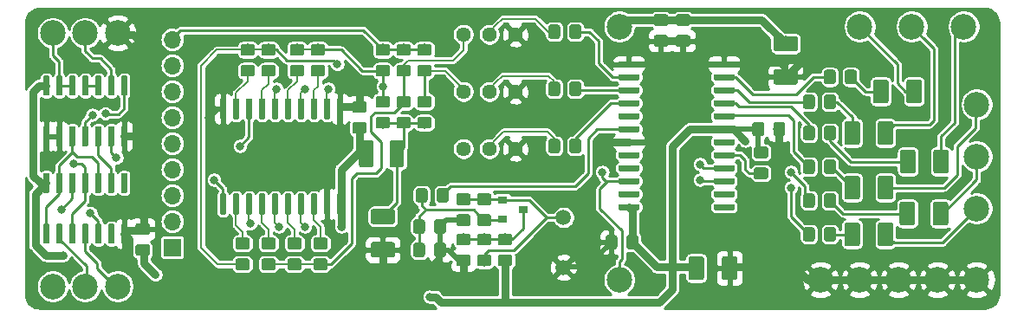
<source format=gtl>
G04 #@! TF.GenerationSoftware,KiCad,Pcbnew,(5.1.2)-1*
G04 #@! TF.CreationDate,2020-06-02T10:02:34+03:00*
G04 #@! TF.ProjectId,improve-rgb2tv,696d7072-6f76-4652-9d72-67623274762e,rev?*
G04 #@! TF.SameCoordinates,Original*
G04 #@! TF.FileFunction,Copper,L1,Top*
G04 #@! TF.FilePolarity,Positive*
%FSLAX46Y46*%
G04 Gerber Fmt 4.6, Leading zero omitted, Abs format (unit mm)*
G04 Created by KiCad (PCBNEW (5.1.2)-1) date 2020-06-02 10:02:34*
%MOMM*%
%LPD*%
G04 APERTURE LIST*
%ADD10C,2.500000*%
%ADD11O,1.700000X1.700000*%
%ADD12R,1.700000X1.700000*%
%ADD13C,0.100000*%
%ADD14C,1.425000*%
%ADD15C,1.500000*%
%ADD16C,0.600000*%
%ADD17R,0.900000X0.800000*%
%ADD18C,1.440000*%
%ADD19C,1.150000*%
%ADD20C,0.800000*%
%ADD21C,0.203200*%
%ADD22C,0.254000*%
%ADD23C,0.762000*%
%ADD24C,0.508000*%
G04 APERTURE END LIST*
D10*
X99568000Y-97155000D03*
D11*
X111252000Y-97790000D03*
X111252000Y-100330000D03*
X111252000Y-102870000D03*
X111252000Y-105410000D03*
X111252000Y-107950000D03*
X111252000Y-110490000D03*
X111252000Y-113030000D03*
X111252000Y-115570000D03*
D12*
X111252000Y-118110000D03*
D13*
G36*
X130698504Y-107642204D02*
G01*
X130722773Y-107645804D01*
X130746571Y-107651765D01*
X130769671Y-107660030D01*
X130791849Y-107670520D01*
X130812893Y-107683133D01*
X130832598Y-107697747D01*
X130850777Y-107714223D01*
X130867253Y-107732402D01*
X130881867Y-107752107D01*
X130894480Y-107773151D01*
X130904970Y-107795329D01*
X130913235Y-107818429D01*
X130919196Y-107842227D01*
X130922796Y-107866496D01*
X130924000Y-107891000D01*
X130924000Y-110041000D01*
X130922796Y-110065504D01*
X130919196Y-110089773D01*
X130913235Y-110113571D01*
X130904970Y-110136671D01*
X130894480Y-110158849D01*
X130881867Y-110179893D01*
X130867253Y-110199598D01*
X130850777Y-110217777D01*
X130832598Y-110234253D01*
X130812893Y-110248867D01*
X130791849Y-110261480D01*
X130769671Y-110271970D01*
X130746571Y-110280235D01*
X130722773Y-110286196D01*
X130698504Y-110289796D01*
X130674000Y-110291000D01*
X129749000Y-110291000D01*
X129724496Y-110289796D01*
X129700227Y-110286196D01*
X129676429Y-110280235D01*
X129653329Y-110271970D01*
X129631151Y-110261480D01*
X129610107Y-110248867D01*
X129590402Y-110234253D01*
X129572223Y-110217777D01*
X129555747Y-110199598D01*
X129541133Y-110179893D01*
X129528520Y-110158849D01*
X129518030Y-110136671D01*
X129509765Y-110113571D01*
X129503804Y-110089773D01*
X129500204Y-110065504D01*
X129499000Y-110041000D01*
X129499000Y-107891000D01*
X129500204Y-107866496D01*
X129503804Y-107842227D01*
X129509765Y-107818429D01*
X129518030Y-107795329D01*
X129528520Y-107773151D01*
X129541133Y-107752107D01*
X129555747Y-107732402D01*
X129572223Y-107714223D01*
X129590402Y-107697747D01*
X129610107Y-107683133D01*
X129631151Y-107670520D01*
X129653329Y-107660030D01*
X129676429Y-107651765D01*
X129700227Y-107645804D01*
X129724496Y-107642204D01*
X129749000Y-107641000D01*
X130674000Y-107641000D01*
X130698504Y-107642204D01*
X130698504Y-107642204D01*
G37*
D14*
X130211500Y-108966000D03*
D13*
G36*
X133673504Y-107642204D02*
G01*
X133697773Y-107645804D01*
X133721571Y-107651765D01*
X133744671Y-107660030D01*
X133766849Y-107670520D01*
X133787893Y-107683133D01*
X133807598Y-107697747D01*
X133825777Y-107714223D01*
X133842253Y-107732402D01*
X133856867Y-107752107D01*
X133869480Y-107773151D01*
X133879970Y-107795329D01*
X133888235Y-107818429D01*
X133894196Y-107842227D01*
X133897796Y-107866496D01*
X133899000Y-107891000D01*
X133899000Y-110041000D01*
X133897796Y-110065504D01*
X133894196Y-110089773D01*
X133888235Y-110113571D01*
X133879970Y-110136671D01*
X133869480Y-110158849D01*
X133856867Y-110179893D01*
X133842253Y-110199598D01*
X133825777Y-110217777D01*
X133807598Y-110234253D01*
X133787893Y-110248867D01*
X133766849Y-110261480D01*
X133744671Y-110271970D01*
X133721571Y-110280235D01*
X133697773Y-110286196D01*
X133673504Y-110289796D01*
X133649000Y-110291000D01*
X132724000Y-110291000D01*
X132699496Y-110289796D01*
X132675227Y-110286196D01*
X132651429Y-110280235D01*
X132628329Y-110271970D01*
X132606151Y-110261480D01*
X132585107Y-110248867D01*
X132565402Y-110234253D01*
X132547223Y-110217777D01*
X132530747Y-110199598D01*
X132516133Y-110179893D01*
X132503520Y-110158849D01*
X132493030Y-110136671D01*
X132484765Y-110113571D01*
X132478804Y-110089773D01*
X132475204Y-110065504D01*
X132474000Y-110041000D01*
X132474000Y-107891000D01*
X132475204Y-107866496D01*
X132478804Y-107842227D01*
X132484765Y-107818429D01*
X132493030Y-107795329D01*
X132503520Y-107773151D01*
X132516133Y-107752107D01*
X132530747Y-107732402D01*
X132547223Y-107714223D01*
X132565402Y-107697747D01*
X132585107Y-107683133D01*
X132606151Y-107670520D01*
X132628329Y-107660030D01*
X132651429Y-107651765D01*
X132675227Y-107645804D01*
X132699496Y-107642204D01*
X132724000Y-107641000D01*
X133649000Y-107641000D01*
X133673504Y-107642204D01*
X133673504Y-107642204D01*
G37*
D14*
X133186500Y-108966000D03*
D15*
X149479000Y-120069000D03*
X149479000Y-115189000D03*
D10*
X105918000Y-121920000D03*
X102743000Y-121920000D03*
X102743000Y-97155000D03*
X99568000Y-121920000D03*
X154940000Y-121285000D03*
X189865000Y-104140000D03*
D13*
G36*
X166067703Y-99903722D02*
G01*
X166082264Y-99905882D01*
X166096543Y-99909459D01*
X166110403Y-99914418D01*
X166123710Y-99920712D01*
X166136336Y-99928280D01*
X166148159Y-99937048D01*
X166159066Y-99946934D01*
X166168952Y-99957841D01*
X166177720Y-99969664D01*
X166185288Y-99982290D01*
X166191582Y-99995597D01*
X166196541Y-100009457D01*
X166200118Y-100023736D01*
X166202278Y-100038297D01*
X166203000Y-100053000D01*
X166203000Y-100353000D01*
X166202278Y-100367703D01*
X166200118Y-100382264D01*
X166196541Y-100396543D01*
X166191582Y-100410403D01*
X166185288Y-100423710D01*
X166177720Y-100436336D01*
X166168952Y-100448159D01*
X166159066Y-100459066D01*
X166148159Y-100468952D01*
X166136336Y-100477720D01*
X166123710Y-100485288D01*
X166110403Y-100491582D01*
X166096543Y-100496541D01*
X166082264Y-100500118D01*
X166067703Y-100502278D01*
X166053000Y-100503000D01*
X164303000Y-100503000D01*
X164288297Y-100502278D01*
X164273736Y-100500118D01*
X164259457Y-100496541D01*
X164245597Y-100491582D01*
X164232290Y-100485288D01*
X164219664Y-100477720D01*
X164207841Y-100468952D01*
X164196934Y-100459066D01*
X164187048Y-100448159D01*
X164178280Y-100436336D01*
X164170712Y-100423710D01*
X164164418Y-100410403D01*
X164159459Y-100396543D01*
X164155882Y-100382264D01*
X164153722Y-100367703D01*
X164153000Y-100353000D01*
X164153000Y-100053000D01*
X164153722Y-100038297D01*
X164155882Y-100023736D01*
X164159459Y-100009457D01*
X164164418Y-99995597D01*
X164170712Y-99982290D01*
X164178280Y-99969664D01*
X164187048Y-99957841D01*
X164196934Y-99946934D01*
X164207841Y-99937048D01*
X164219664Y-99928280D01*
X164232290Y-99920712D01*
X164245597Y-99914418D01*
X164259457Y-99909459D01*
X164273736Y-99905882D01*
X164288297Y-99903722D01*
X164303000Y-99903000D01*
X166053000Y-99903000D01*
X166067703Y-99903722D01*
X166067703Y-99903722D01*
G37*
D16*
X165178000Y-100203000D03*
D13*
G36*
X166067703Y-101173722D02*
G01*
X166082264Y-101175882D01*
X166096543Y-101179459D01*
X166110403Y-101184418D01*
X166123710Y-101190712D01*
X166136336Y-101198280D01*
X166148159Y-101207048D01*
X166159066Y-101216934D01*
X166168952Y-101227841D01*
X166177720Y-101239664D01*
X166185288Y-101252290D01*
X166191582Y-101265597D01*
X166196541Y-101279457D01*
X166200118Y-101293736D01*
X166202278Y-101308297D01*
X166203000Y-101323000D01*
X166203000Y-101623000D01*
X166202278Y-101637703D01*
X166200118Y-101652264D01*
X166196541Y-101666543D01*
X166191582Y-101680403D01*
X166185288Y-101693710D01*
X166177720Y-101706336D01*
X166168952Y-101718159D01*
X166159066Y-101729066D01*
X166148159Y-101738952D01*
X166136336Y-101747720D01*
X166123710Y-101755288D01*
X166110403Y-101761582D01*
X166096543Y-101766541D01*
X166082264Y-101770118D01*
X166067703Y-101772278D01*
X166053000Y-101773000D01*
X164303000Y-101773000D01*
X164288297Y-101772278D01*
X164273736Y-101770118D01*
X164259457Y-101766541D01*
X164245597Y-101761582D01*
X164232290Y-101755288D01*
X164219664Y-101747720D01*
X164207841Y-101738952D01*
X164196934Y-101729066D01*
X164187048Y-101718159D01*
X164178280Y-101706336D01*
X164170712Y-101693710D01*
X164164418Y-101680403D01*
X164159459Y-101666543D01*
X164155882Y-101652264D01*
X164153722Y-101637703D01*
X164153000Y-101623000D01*
X164153000Y-101323000D01*
X164153722Y-101308297D01*
X164155882Y-101293736D01*
X164159459Y-101279457D01*
X164164418Y-101265597D01*
X164170712Y-101252290D01*
X164178280Y-101239664D01*
X164187048Y-101227841D01*
X164196934Y-101216934D01*
X164207841Y-101207048D01*
X164219664Y-101198280D01*
X164232290Y-101190712D01*
X164245597Y-101184418D01*
X164259457Y-101179459D01*
X164273736Y-101175882D01*
X164288297Y-101173722D01*
X164303000Y-101173000D01*
X166053000Y-101173000D01*
X166067703Y-101173722D01*
X166067703Y-101173722D01*
G37*
D16*
X165178000Y-101473000D03*
D13*
G36*
X166067703Y-102443722D02*
G01*
X166082264Y-102445882D01*
X166096543Y-102449459D01*
X166110403Y-102454418D01*
X166123710Y-102460712D01*
X166136336Y-102468280D01*
X166148159Y-102477048D01*
X166159066Y-102486934D01*
X166168952Y-102497841D01*
X166177720Y-102509664D01*
X166185288Y-102522290D01*
X166191582Y-102535597D01*
X166196541Y-102549457D01*
X166200118Y-102563736D01*
X166202278Y-102578297D01*
X166203000Y-102593000D01*
X166203000Y-102893000D01*
X166202278Y-102907703D01*
X166200118Y-102922264D01*
X166196541Y-102936543D01*
X166191582Y-102950403D01*
X166185288Y-102963710D01*
X166177720Y-102976336D01*
X166168952Y-102988159D01*
X166159066Y-102999066D01*
X166148159Y-103008952D01*
X166136336Y-103017720D01*
X166123710Y-103025288D01*
X166110403Y-103031582D01*
X166096543Y-103036541D01*
X166082264Y-103040118D01*
X166067703Y-103042278D01*
X166053000Y-103043000D01*
X164303000Y-103043000D01*
X164288297Y-103042278D01*
X164273736Y-103040118D01*
X164259457Y-103036541D01*
X164245597Y-103031582D01*
X164232290Y-103025288D01*
X164219664Y-103017720D01*
X164207841Y-103008952D01*
X164196934Y-102999066D01*
X164187048Y-102988159D01*
X164178280Y-102976336D01*
X164170712Y-102963710D01*
X164164418Y-102950403D01*
X164159459Y-102936543D01*
X164155882Y-102922264D01*
X164153722Y-102907703D01*
X164153000Y-102893000D01*
X164153000Y-102593000D01*
X164153722Y-102578297D01*
X164155882Y-102563736D01*
X164159459Y-102549457D01*
X164164418Y-102535597D01*
X164170712Y-102522290D01*
X164178280Y-102509664D01*
X164187048Y-102497841D01*
X164196934Y-102486934D01*
X164207841Y-102477048D01*
X164219664Y-102468280D01*
X164232290Y-102460712D01*
X164245597Y-102454418D01*
X164259457Y-102449459D01*
X164273736Y-102445882D01*
X164288297Y-102443722D01*
X164303000Y-102443000D01*
X166053000Y-102443000D01*
X166067703Y-102443722D01*
X166067703Y-102443722D01*
G37*
D16*
X165178000Y-102743000D03*
D13*
G36*
X166067703Y-103713722D02*
G01*
X166082264Y-103715882D01*
X166096543Y-103719459D01*
X166110403Y-103724418D01*
X166123710Y-103730712D01*
X166136336Y-103738280D01*
X166148159Y-103747048D01*
X166159066Y-103756934D01*
X166168952Y-103767841D01*
X166177720Y-103779664D01*
X166185288Y-103792290D01*
X166191582Y-103805597D01*
X166196541Y-103819457D01*
X166200118Y-103833736D01*
X166202278Y-103848297D01*
X166203000Y-103863000D01*
X166203000Y-104163000D01*
X166202278Y-104177703D01*
X166200118Y-104192264D01*
X166196541Y-104206543D01*
X166191582Y-104220403D01*
X166185288Y-104233710D01*
X166177720Y-104246336D01*
X166168952Y-104258159D01*
X166159066Y-104269066D01*
X166148159Y-104278952D01*
X166136336Y-104287720D01*
X166123710Y-104295288D01*
X166110403Y-104301582D01*
X166096543Y-104306541D01*
X166082264Y-104310118D01*
X166067703Y-104312278D01*
X166053000Y-104313000D01*
X164303000Y-104313000D01*
X164288297Y-104312278D01*
X164273736Y-104310118D01*
X164259457Y-104306541D01*
X164245597Y-104301582D01*
X164232290Y-104295288D01*
X164219664Y-104287720D01*
X164207841Y-104278952D01*
X164196934Y-104269066D01*
X164187048Y-104258159D01*
X164178280Y-104246336D01*
X164170712Y-104233710D01*
X164164418Y-104220403D01*
X164159459Y-104206543D01*
X164155882Y-104192264D01*
X164153722Y-104177703D01*
X164153000Y-104163000D01*
X164153000Y-103863000D01*
X164153722Y-103848297D01*
X164155882Y-103833736D01*
X164159459Y-103819457D01*
X164164418Y-103805597D01*
X164170712Y-103792290D01*
X164178280Y-103779664D01*
X164187048Y-103767841D01*
X164196934Y-103756934D01*
X164207841Y-103747048D01*
X164219664Y-103738280D01*
X164232290Y-103730712D01*
X164245597Y-103724418D01*
X164259457Y-103719459D01*
X164273736Y-103715882D01*
X164288297Y-103713722D01*
X164303000Y-103713000D01*
X166053000Y-103713000D01*
X166067703Y-103713722D01*
X166067703Y-103713722D01*
G37*
D16*
X165178000Y-104013000D03*
D13*
G36*
X166067703Y-104983722D02*
G01*
X166082264Y-104985882D01*
X166096543Y-104989459D01*
X166110403Y-104994418D01*
X166123710Y-105000712D01*
X166136336Y-105008280D01*
X166148159Y-105017048D01*
X166159066Y-105026934D01*
X166168952Y-105037841D01*
X166177720Y-105049664D01*
X166185288Y-105062290D01*
X166191582Y-105075597D01*
X166196541Y-105089457D01*
X166200118Y-105103736D01*
X166202278Y-105118297D01*
X166203000Y-105133000D01*
X166203000Y-105433000D01*
X166202278Y-105447703D01*
X166200118Y-105462264D01*
X166196541Y-105476543D01*
X166191582Y-105490403D01*
X166185288Y-105503710D01*
X166177720Y-105516336D01*
X166168952Y-105528159D01*
X166159066Y-105539066D01*
X166148159Y-105548952D01*
X166136336Y-105557720D01*
X166123710Y-105565288D01*
X166110403Y-105571582D01*
X166096543Y-105576541D01*
X166082264Y-105580118D01*
X166067703Y-105582278D01*
X166053000Y-105583000D01*
X164303000Y-105583000D01*
X164288297Y-105582278D01*
X164273736Y-105580118D01*
X164259457Y-105576541D01*
X164245597Y-105571582D01*
X164232290Y-105565288D01*
X164219664Y-105557720D01*
X164207841Y-105548952D01*
X164196934Y-105539066D01*
X164187048Y-105528159D01*
X164178280Y-105516336D01*
X164170712Y-105503710D01*
X164164418Y-105490403D01*
X164159459Y-105476543D01*
X164155882Y-105462264D01*
X164153722Y-105447703D01*
X164153000Y-105433000D01*
X164153000Y-105133000D01*
X164153722Y-105118297D01*
X164155882Y-105103736D01*
X164159459Y-105089457D01*
X164164418Y-105075597D01*
X164170712Y-105062290D01*
X164178280Y-105049664D01*
X164187048Y-105037841D01*
X164196934Y-105026934D01*
X164207841Y-105017048D01*
X164219664Y-105008280D01*
X164232290Y-105000712D01*
X164245597Y-104994418D01*
X164259457Y-104989459D01*
X164273736Y-104985882D01*
X164288297Y-104983722D01*
X164303000Y-104983000D01*
X166053000Y-104983000D01*
X166067703Y-104983722D01*
X166067703Y-104983722D01*
G37*
D16*
X165178000Y-105283000D03*
D13*
G36*
X166067703Y-106253722D02*
G01*
X166082264Y-106255882D01*
X166096543Y-106259459D01*
X166110403Y-106264418D01*
X166123710Y-106270712D01*
X166136336Y-106278280D01*
X166148159Y-106287048D01*
X166159066Y-106296934D01*
X166168952Y-106307841D01*
X166177720Y-106319664D01*
X166185288Y-106332290D01*
X166191582Y-106345597D01*
X166196541Y-106359457D01*
X166200118Y-106373736D01*
X166202278Y-106388297D01*
X166203000Y-106403000D01*
X166203000Y-106703000D01*
X166202278Y-106717703D01*
X166200118Y-106732264D01*
X166196541Y-106746543D01*
X166191582Y-106760403D01*
X166185288Y-106773710D01*
X166177720Y-106786336D01*
X166168952Y-106798159D01*
X166159066Y-106809066D01*
X166148159Y-106818952D01*
X166136336Y-106827720D01*
X166123710Y-106835288D01*
X166110403Y-106841582D01*
X166096543Y-106846541D01*
X166082264Y-106850118D01*
X166067703Y-106852278D01*
X166053000Y-106853000D01*
X164303000Y-106853000D01*
X164288297Y-106852278D01*
X164273736Y-106850118D01*
X164259457Y-106846541D01*
X164245597Y-106841582D01*
X164232290Y-106835288D01*
X164219664Y-106827720D01*
X164207841Y-106818952D01*
X164196934Y-106809066D01*
X164187048Y-106798159D01*
X164178280Y-106786336D01*
X164170712Y-106773710D01*
X164164418Y-106760403D01*
X164159459Y-106746543D01*
X164155882Y-106732264D01*
X164153722Y-106717703D01*
X164153000Y-106703000D01*
X164153000Y-106403000D01*
X164153722Y-106388297D01*
X164155882Y-106373736D01*
X164159459Y-106359457D01*
X164164418Y-106345597D01*
X164170712Y-106332290D01*
X164178280Y-106319664D01*
X164187048Y-106307841D01*
X164196934Y-106296934D01*
X164207841Y-106287048D01*
X164219664Y-106278280D01*
X164232290Y-106270712D01*
X164245597Y-106264418D01*
X164259457Y-106259459D01*
X164273736Y-106255882D01*
X164288297Y-106253722D01*
X164303000Y-106253000D01*
X166053000Y-106253000D01*
X166067703Y-106253722D01*
X166067703Y-106253722D01*
G37*
D16*
X165178000Y-106553000D03*
D13*
G36*
X166067703Y-107523722D02*
G01*
X166082264Y-107525882D01*
X166096543Y-107529459D01*
X166110403Y-107534418D01*
X166123710Y-107540712D01*
X166136336Y-107548280D01*
X166148159Y-107557048D01*
X166159066Y-107566934D01*
X166168952Y-107577841D01*
X166177720Y-107589664D01*
X166185288Y-107602290D01*
X166191582Y-107615597D01*
X166196541Y-107629457D01*
X166200118Y-107643736D01*
X166202278Y-107658297D01*
X166203000Y-107673000D01*
X166203000Y-107973000D01*
X166202278Y-107987703D01*
X166200118Y-108002264D01*
X166196541Y-108016543D01*
X166191582Y-108030403D01*
X166185288Y-108043710D01*
X166177720Y-108056336D01*
X166168952Y-108068159D01*
X166159066Y-108079066D01*
X166148159Y-108088952D01*
X166136336Y-108097720D01*
X166123710Y-108105288D01*
X166110403Y-108111582D01*
X166096543Y-108116541D01*
X166082264Y-108120118D01*
X166067703Y-108122278D01*
X166053000Y-108123000D01*
X164303000Y-108123000D01*
X164288297Y-108122278D01*
X164273736Y-108120118D01*
X164259457Y-108116541D01*
X164245597Y-108111582D01*
X164232290Y-108105288D01*
X164219664Y-108097720D01*
X164207841Y-108088952D01*
X164196934Y-108079066D01*
X164187048Y-108068159D01*
X164178280Y-108056336D01*
X164170712Y-108043710D01*
X164164418Y-108030403D01*
X164159459Y-108016543D01*
X164155882Y-108002264D01*
X164153722Y-107987703D01*
X164153000Y-107973000D01*
X164153000Y-107673000D01*
X164153722Y-107658297D01*
X164155882Y-107643736D01*
X164159459Y-107629457D01*
X164164418Y-107615597D01*
X164170712Y-107602290D01*
X164178280Y-107589664D01*
X164187048Y-107577841D01*
X164196934Y-107566934D01*
X164207841Y-107557048D01*
X164219664Y-107548280D01*
X164232290Y-107540712D01*
X164245597Y-107534418D01*
X164259457Y-107529459D01*
X164273736Y-107525882D01*
X164288297Y-107523722D01*
X164303000Y-107523000D01*
X166053000Y-107523000D01*
X166067703Y-107523722D01*
X166067703Y-107523722D01*
G37*
D16*
X165178000Y-107823000D03*
D13*
G36*
X166067703Y-108793722D02*
G01*
X166082264Y-108795882D01*
X166096543Y-108799459D01*
X166110403Y-108804418D01*
X166123710Y-108810712D01*
X166136336Y-108818280D01*
X166148159Y-108827048D01*
X166159066Y-108836934D01*
X166168952Y-108847841D01*
X166177720Y-108859664D01*
X166185288Y-108872290D01*
X166191582Y-108885597D01*
X166196541Y-108899457D01*
X166200118Y-108913736D01*
X166202278Y-108928297D01*
X166203000Y-108943000D01*
X166203000Y-109243000D01*
X166202278Y-109257703D01*
X166200118Y-109272264D01*
X166196541Y-109286543D01*
X166191582Y-109300403D01*
X166185288Y-109313710D01*
X166177720Y-109326336D01*
X166168952Y-109338159D01*
X166159066Y-109349066D01*
X166148159Y-109358952D01*
X166136336Y-109367720D01*
X166123710Y-109375288D01*
X166110403Y-109381582D01*
X166096543Y-109386541D01*
X166082264Y-109390118D01*
X166067703Y-109392278D01*
X166053000Y-109393000D01*
X164303000Y-109393000D01*
X164288297Y-109392278D01*
X164273736Y-109390118D01*
X164259457Y-109386541D01*
X164245597Y-109381582D01*
X164232290Y-109375288D01*
X164219664Y-109367720D01*
X164207841Y-109358952D01*
X164196934Y-109349066D01*
X164187048Y-109338159D01*
X164178280Y-109326336D01*
X164170712Y-109313710D01*
X164164418Y-109300403D01*
X164159459Y-109286543D01*
X164155882Y-109272264D01*
X164153722Y-109257703D01*
X164153000Y-109243000D01*
X164153000Y-108943000D01*
X164153722Y-108928297D01*
X164155882Y-108913736D01*
X164159459Y-108899457D01*
X164164418Y-108885597D01*
X164170712Y-108872290D01*
X164178280Y-108859664D01*
X164187048Y-108847841D01*
X164196934Y-108836934D01*
X164207841Y-108827048D01*
X164219664Y-108818280D01*
X164232290Y-108810712D01*
X164245597Y-108804418D01*
X164259457Y-108799459D01*
X164273736Y-108795882D01*
X164288297Y-108793722D01*
X164303000Y-108793000D01*
X166053000Y-108793000D01*
X166067703Y-108793722D01*
X166067703Y-108793722D01*
G37*
D16*
X165178000Y-109093000D03*
D13*
G36*
X166067703Y-110063722D02*
G01*
X166082264Y-110065882D01*
X166096543Y-110069459D01*
X166110403Y-110074418D01*
X166123710Y-110080712D01*
X166136336Y-110088280D01*
X166148159Y-110097048D01*
X166159066Y-110106934D01*
X166168952Y-110117841D01*
X166177720Y-110129664D01*
X166185288Y-110142290D01*
X166191582Y-110155597D01*
X166196541Y-110169457D01*
X166200118Y-110183736D01*
X166202278Y-110198297D01*
X166203000Y-110213000D01*
X166203000Y-110513000D01*
X166202278Y-110527703D01*
X166200118Y-110542264D01*
X166196541Y-110556543D01*
X166191582Y-110570403D01*
X166185288Y-110583710D01*
X166177720Y-110596336D01*
X166168952Y-110608159D01*
X166159066Y-110619066D01*
X166148159Y-110628952D01*
X166136336Y-110637720D01*
X166123710Y-110645288D01*
X166110403Y-110651582D01*
X166096543Y-110656541D01*
X166082264Y-110660118D01*
X166067703Y-110662278D01*
X166053000Y-110663000D01*
X164303000Y-110663000D01*
X164288297Y-110662278D01*
X164273736Y-110660118D01*
X164259457Y-110656541D01*
X164245597Y-110651582D01*
X164232290Y-110645288D01*
X164219664Y-110637720D01*
X164207841Y-110628952D01*
X164196934Y-110619066D01*
X164187048Y-110608159D01*
X164178280Y-110596336D01*
X164170712Y-110583710D01*
X164164418Y-110570403D01*
X164159459Y-110556543D01*
X164155882Y-110542264D01*
X164153722Y-110527703D01*
X164153000Y-110513000D01*
X164153000Y-110213000D01*
X164153722Y-110198297D01*
X164155882Y-110183736D01*
X164159459Y-110169457D01*
X164164418Y-110155597D01*
X164170712Y-110142290D01*
X164178280Y-110129664D01*
X164187048Y-110117841D01*
X164196934Y-110106934D01*
X164207841Y-110097048D01*
X164219664Y-110088280D01*
X164232290Y-110080712D01*
X164245597Y-110074418D01*
X164259457Y-110069459D01*
X164273736Y-110065882D01*
X164288297Y-110063722D01*
X164303000Y-110063000D01*
X166053000Y-110063000D01*
X166067703Y-110063722D01*
X166067703Y-110063722D01*
G37*
D16*
X165178000Y-110363000D03*
D13*
G36*
X166067703Y-111333722D02*
G01*
X166082264Y-111335882D01*
X166096543Y-111339459D01*
X166110403Y-111344418D01*
X166123710Y-111350712D01*
X166136336Y-111358280D01*
X166148159Y-111367048D01*
X166159066Y-111376934D01*
X166168952Y-111387841D01*
X166177720Y-111399664D01*
X166185288Y-111412290D01*
X166191582Y-111425597D01*
X166196541Y-111439457D01*
X166200118Y-111453736D01*
X166202278Y-111468297D01*
X166203000Y-111483000D01*
X166203000Y-111783000D01*
X166202278Y-111797703D01*
X166200118Y-111812264D01*
X166196541Y-111826543D01*
X166191582Y-111840403D01*
X166185288Y-111853710D01*
X166177720Y-111866336D01*
X166168952Y-111878159D01*
X166159066Y-111889066D01*
X166148159Y-111898952D01*
X166136336Y-111907720D01*
X166123710Y-111915288D01*
X166110403Y-111921582D01*
X166096543Y-111926541D01*
X166082264Y-111930118D01*
X166067703Y-111932278D01*
X166053000Y-111933000D01*
X164303000Y-111933000D01*
X164288297Y-111932278D01*
X164273736Y-111930118D01*
X164259457Y-111926541D01*
X164245597Y-111921582D01*
X164232290Y-111915288D01*
X164219664Y-111907720D01*
X164207841Y-111898952D01*
X164196934Y-111889066D01*
X164187048Y-111878159D01*
X164178280Y-111866336D01*
X164170712Y-111853710D01*
X164164418Y-111840403D01*
X164159459Y-111826543D01*
X164155882Y-111812264D01*
X164153722Y-111797703D01*
X164153000Y-111783000D01*
X164153000Y-111483000D01*
X164153722Y-111468297D01*
X164155882Y-111453736D01*
X164159459Y-111439457D01*
X164164418Y-111425597D01*
X164170712Y-111412290D01*
X164178280Y-111399664D01*
X164187048Y-111387841D01*
X164196934Y-111376934D01*
X164207841Y-111367048D01*
X164219664Y-111358280D01*
X164232290Y-111350712D01*
X164245597Y-111344418D01*
X164259457Y-111339459D01*
X164273736Y-111335882D01*
X164288297Y-111333722D01*
X164303000Y-111333000D01*
X166053000Y-111333000D01*
X166067703Y-111333722D01*
X166067703Y-111333722D01*
G37*
D16*
X165178000Y-111633000D03*
D13*
G36*
X166067703Y-112603722D02*
G01*
X166082264Y-112605882D01*
X166096543Y-112609459D01*
X166110403Y-112614418D01*
X166123710Y-112620712D01*
X166136336Y-112628280D01*
X166148159Y-112637048D01*
X166159066Y-112646934D01*
X166168952Y-112657841D01*
X166177720Y-112669664D01*
X166185288Y-112682290D01*
X166191582Y-112695597D01*
X166196541Y-112709457D01*
X166200118Y-112723736D01*
X166202278Y-112738297D01*
X166203000Y-112753000D01*
X166203000Y-113053000D01*
X166202278Y-113067703D01*
X166200118Y-113082264D01*
X166196541Y-113096543D01*
X166191582Y-113110403D01*
X166185288Y-113123710D01*
X166177720Y-113136336D01*
X166168952Y-113148159D01*
X166159066Y-113159066D01*
X166148159Y-113168952D01*
X166136336Y-113177720D01*
X166123710Y-113185288D01*
X166110403Y-113191582D01*
X166096543Y-113196541D01*
X166082264Y-113200118D01*
X166067703Y-113202278D01*
X166053000Y-113203000D01*
X164303000Y-113203000D01*
X164288297Y-113202278D01*
X164273736Y-113200118D01*
X164259457Y-113196541D01*
X164245597Y-113191582D01*
X164232290Y-113185288D01*
X164219664Y-113177720D01*
X164207841Y-113168952D01*
X164196934Y-113159066D01*
X164187048Y-113148159D01*
X164178280Y-113136336D01*
X164170712Y-113123710D01*
X164164418Y-113110403D01*
X164159459Y-113096543D01*
X164155882Y-113082264D01*
X164153722Y-113067703D01*
X164153000Y-113053000D01*
X164153000Y-112753000D01*
X164153722Y-112738297D01*
X164155882Y-112723736D01*
X164159459Y-112709457D01*
X164164418Y-112695597D01*
X164170712Y-112682290D01*
X164178280Y-112669664D01*
X164187048Y-112657841D01*
X164196934Y-112646934D01*
X164207841Y-112637048D01*
X164219664Y-112628280D01*
X164232290Y-112620712D01*
X164245597Y-112614418D01*
X164259457Y-112609459D01*
X164273736Y-112605882D01*
X164288297Y-112603722D01*
X164303000Y-112603000D01*
X166053000Y-112603000D01*
X166067703Y-112603722D01*
X166067703Y-112603722D01*
G37*
D16*
X165178000Y-112903000D03*
D13*
G36*
X166067703Y-113873722D02*
G01*
X166082264Y-113875882D01*
X166096543Y-113879459D01*
X166110403Y-113884418D01*
X166123710Y-113890712D01*
X166136336Y-113898280D01*
X166148159Y-113907048D01*
X166159066Y-113916934D01*
X166168952Y-113927841D01*
X166177720Y-113939664D01*
X166185288Y-113952290D01*
X166191582Y-113965597D01*
X166196541Y-113979457D01*
X166200118Y-113993736D01*
X166202278Y-114008297D01*
X166203000Y-114023000D01*
X166203000Y-114323000D01*
X166202278Y-114337703D01*
X166200118Y-114352264D01*
X166196541Y-114366543D01*
X166191582Y-114380403D01*
X166185288Y-114393710D01*
X166177720Y-114406336D01*
X166168952Y-114418159D01*
X166159066Y-114429066D01*
X166148159Y-114438952D01*
X166136336Y-114447720D01*
X166123710Y-114455288D01*
X166110403Y-114461582D01*
X166096543Y-114466541D01*
X166082264Y-114470118D01*
X166067703Y-114472278D01*
X166053000Y-114473000D01*
X164303000Y-114473000D01*
X164288297Y-114472278D01*
X164273736Y-114470118D01*
X164259457Y-114466541D01*
X164245597Y-114461582D01*
X164232290Y-114455288D01*
X164219664Y-114447720D01*
X164207841Y-114438952D01*
X164196934Y-114429066D01*
X164187048Y-114418159D01*
X164178280Y-114406336D01*
X164170712Y-114393710D01*
X164164418Y-114380403D01*
X164159459Y-114366543D01*
X164155882Y-114352264D01*
X164153722Y-114337703D01*
X164153000Y-114323000D01*
X164153000Y-114023000D01*
X164153722Y-114008297D01*
X164155882Y-113993736D01*
X164159459Y-113979457D01*
X164164418Y-113965597D01*
X164170712Y-113952290D01*
X164178280Y-113939664D01*
X164187048Y-113927841D01*
X164196934Y-113916934D01*
X164207841Y-113907048D01*
X164219664Y-113898280D01*
X164232290Y-113890712D01*
X164245597Y-113884418D01*
X164259457Y-113879459D01*
X164273736Y-113875882D01*
X164288297Y-113873722D01*
X164303000Y-113873000D01*
X166053000Y-113873000D01*
X166067703Y-113873722D01*
X166067703Y-113873722D01*
G37*
D16*
X165178000Y-114173000D03*
D13*
G36*
X156767703Y-113873722D02*
G01*
X156782264Y-113875882D01*
X156796543Y-113879459D01*
X156810403Y-113884418D01*
X156823710Y-113890712D01*
X156836336Y-113898280D01*
X156848159Y-113907048D01*
X156859066Y-113916934D01*
X156868952Y-113927841D01*
X156877720Y-113939664D01*
X156885288Y-113952290D01*
X156891582Y-113965597D01*
X156896541Y-113979457D01*
X156900118Y-113993736D01*
X156902278Y-114008297D01*
X156903000Y-114023000D01*
X156903000Y-114323000D01*
X156902278Y-114337703D01*
X156900118Y-114352264D01*
X156896541Y-114366543D01*
X156891582Y-114380403D01*
X156885288Y-114393710D01*
X156877720Y-114406336D01*
X156868952Y-114418159D01*
X156859066Y-114429066D01*
X156848159Y-114438952D01*
X156836336Y-114447720D01*
X156823710Y-114455288D01*
X156810403Y-114461582D01*
X156796543Y-114466541D01*
X156782264Y-114470118D01*
X156767703Y-114472278D01*
X156753000Y-114473000D01*
X155003000Y-114473000D01*
X154988297Y-114472278D01*
X154973736Y-114470118D01*
X154959457Y-114466541D01*
X154945597Y-114461582D01*
X154932290Y-114455288D01*
X154919664Y-114447720D01*
X154907841Y-114438952D01*
X154896934Y-114429066D01*
X154887048Y-114418159D01*
X154878280Y-114406336D01*
X154870712Y-114393710D01*
X154864418Y-114380403D01*
X154859459Y-114366543D01*
X154855882Y-114352264D01*
X154853722Y-114337703D01*
X154853000Y-114323000D01*
X154853000Y-114023000D01*
X154853722Y-114008297D01*
X154855882Y-113993736D01*
X154859459Y-113979457D01*
X154864418Y-113965597D01*
X154870712Y-113952290D01*
X154878280Y-113939664D01*
X154887048Y-113927841D01*
X154896934Y-113916934D01*
X154907841Y-113907048D01*
X154919664Y-113898280D01*
X154932290Y-113890712D01*
X154945597Y-113884418D01*
X154959457Y-113879459D01*
X154973736Y-113875882D01*
X154988297Y-113873722D01*
X155003000Y-113873000D01*
X156753000Y-113873000D01*
X156767703Y-113873722D01*
X156767703Y-113873722D01*
G37*
D16*
X155878000Y-114173000D03*
D13*
G36*
X156767703Y-112603722D02*
G01*
X156782264Y-112605882D01*
X156796543Y-112609459D01*
X156810403Y-112614418D01*
X156823710Y-112620712D01*
X156836336Y-112628280D01*
X156848159Y-112637048D01*
X156859066Y-112646934D01*
X156868952Y-112657841D01*
X156877720Y-112669664D01*
X156885288Y-112682290D01*
X156891582Y-112695597D01*
X156896541Y-112709457D01*
X156900118Y-112723736D01*
X156902278Y-112738297D01*
X156903000Y-112753000D01*
X156903000Y-113053000D01*
X156902278Y-113067703D01*
X156900118Y-113082264D01*
X156896541Y-113096543D01*
X156891582Y-113110403D01*
X156885288Y-113123710D01*
X156877720Y-113136336D01*
X156868952Y-113148159D01*
X156859066Y-113159066D01*
X156848159Y-113168952D01*
X156836336Y-113177720D01*
X156823710Y-113185288D01*
X156810403Y-113191582D01*
X156796543Y-113196541D01*
X156782264Y-113200118D01*
X156767703Y-113202278D01*
X156753000Y-113203000D01*
X155003000Y-113203000D01*
X154988297Y-113202278D01*
X154973736Y-113200118D01*
X154959457Y-113196541D01*
X154945597Y-113191582D01*
X154932290Y-113185288D01*
X154919664Y-113177720D01*
X154907841Y-113168952D01*
X154896934Y-113159066D01*
X154887048Y-113148159D01*
X154878280Y-113136336D01*
X154870712Y-113123710D01*
X154864418Y-113110403D01*
X154859459Y-113096543D01*
X154855882Y-113082264D01*
X154853722Y-113067703D01*
X154853000Y-113053000D01*
X154853000Y-112753000D01*
X154853722Y-112738297D01*
X154855882Y-112723736D01*
X154859459Y-112709457D01*
X154864418Y-112695597D01*
X154870712Y-112682290D01*
X154878280Y-112669664D01*
X154887048Y-112657841D01*
X154896934Y-112646934D01*
X154907841Y-112637048D01*
X154919664Y-112628280D01*
X154932290Y-112620712D01*
X154945597Y-112614418D01*
X154959457Y-112609459D01*
X154973736Y-112605882D01*
X154988297Y-112603722D01*
X155003000Y-112603000D01*
X156753000Y-112603000D01*
X156767703Y-112603722D01*
X156767703Y-112603722D01*
G37*
D16*
X155878000Y-112903000D03*
D13*
G36*
X156767703Y-111333722D02*
G01*
X156782264Y-111335882D01*
X156796543Y-111339459D01*
X156810403Y-111344418D01*
X156823710Y-111350712D01*
X156836336Y-111358280D01*
X156848159Y-111367048D01*
X156859066Y-111376934D01*
X156868952Y-111387841D01*
X156877720Y-111399664D01*
X156885288Y-111412290D01*
X156891582Y-111425597D01*
X156896541Y-111439457D01*
X156900118Y-111453736D01*
X156902278Y-111468297D01*
X156903000Y-111483000D01*
X156903000Y-111783000D01*
X156902278Y-111797703D01*
X156900118Y-111812264D01*
X156896541Y-111826543D01*
X156891582Y-111840403D01*
X156885288Y-111853710D01*
X156877720Y-111866336D01*
X156868952Y-111878159D01*
X156859066Y-111889066D01*
X156848159Y-111898952D01*
X156836336Y-111907720D01*
X156823710Y-111915288D01*
X156810403Y-111921582D01*
X156796543Y-111926541D01*
X156782264Y-111930118D01*
X156767703Y-111932278D01*
X156753000Y-111933000D01*
X155003000Y-111933000D01*
X154988297Y-111932278D01*
X154973736Y-111930118D01*
X154959457Y-111926541D01*
X154945597Y-111921582D01*
X154932290Y-111915288D01*
X154919664Y-111907720D01*
X154907841Y-111898952D01*
X154896934Y-111889066D01*
X154887048Y-111878159D01*
X154878280Y-111866336D01*
X154870712Y-111853710D01*
X154864418Y-111840403D01*
X154859459Y-111826543D01*
X154855882Y-111812264D01*
X154853722Y-111797703D01*
X154853000Y-111783000D01*
X154853000Y-111483000D01*
X154853722Y-111468297D01*
X154855882Y-111453736D01*
X154859459Y-111439457D01*
X154864418Y-111425597D01*
X154870712Y-111412290D01*
X154878280Y-111399664D01*
X154887048Y-111387841D01*
X154896934Y-111376934D01*
X154907841Y-111367048D01*
X154919664Y-111358280D01*
X154932290Y-111350712D01*
X154945597Y-111344418D01*
X154959457Y-111339459D01*
X154973736Y-111335882D01*
X154988297Y-111333722D01*
X155003000Y-111333000D01*
X156753000Y-111333000D01*
X156767703Y-111333722D01*
X156767703Y-111333722D01*
G37*
D16*
X155878000Y-111633000D03*
D13*
G36*
X156767703Y-110063722D02*
G01*
X156782264Y-110065882D01*
X156796543Y-110069459D01*
X156810403Y-110074418D01*
X156823710Y-110080712D01*
X156836336Y-110088280D01*
X156848159Y-110097048D01*
X156859066Y-110106934D01*
X156868952Y-110117841D01*
X156877720Y-110129664D01*
X156885288Y-110142290D01*
X156891582Y-110155597D01*
X156896541Y-110169457D01*
X156900118Y-110183736D01*
X156902278Y-110198297D01*
X156903000Y-110213000D01*
X156903000Y-110513000D01*
X156902278Y-110527703D01*
X156900118Y-110542264D01*
X156896541Y-110556543D01*
X156891582Y-110570403D01*
X156885288Y-110583710D01*
X156877720Y-110596336D01*
X156868952Y-110608159D01*
X156859066Y-110619066D01*
X156848159Y-110628952D01*
X156836336Y-110637720D01*
X156823710Y-110645288D01*
X156810403Y-110651582D01*
X156796543Y-110656541D01*
X156782264Y-110660118D01*
X156767703Y-110662278D01*
X156753000Y-110663000D01*
X155003000Y-110663000D01*
X154988297Y-110662278D01*
X154973736Y-110660118D01*
X154959457Y-110656541D01*
X154945597Y-110651582D01*
X154932290Y-110645288D01*
X154919664Y-110637720D01*
X154907841Y-110628952D01*
X154896934Y-110619066D01*
X154887048Y-110608159D01*
X154878280Y-110596336D01*
X154870712Y-110583710D01*
X154864418Y-110570403D01*
X154859459Y-110556543D01*
X154855882Y-110542264D01*
X154853722Y-110527703D01*
X154853000Y-110513000D01*
X154853000Y-110213000D01*
X154853722Y-110198297D01*
X154855882Y-110183736D01*
X154859459Y-110169457D01*
X154864418Y-110155597D01*
X154870712Y-110142290D01*
X154878280Y-110129664D01*
X154887048Y-110117841D01*
X154896934Y-110106934D01*
X154907841Y-110097048D01*
X154919664Y-110088280D01*
X154932290Y-110080712D01*
X154945597Y-110074418D01*
X154959457Y-110069459D01*
X154973736Y-110065882D01*
X154988297Y-110063722D01*
X155003000Y-110063000D01*
X156753000Y-110063000D01*
X156767703Y-110063722D01*
X156767703Y-110063722D01*
G37*
D16*
X155878000Y-110363000D03*
D13*
G36*
X156767703Y-108793722D02*
G01*
X156782264Y-108795882D01*
X156796543Y-108799459D01*
X156810403Y-108804418D01*
X156823710Y-108810712D01*
X156836336Y-108818280D01*
X156848159Y-108827048D01*
X156859066Y-108836934D01*
X156868952Y-108847841D01*
X156877720Y-108859664D01*
X156885288Y-108872290D01*
X156891582Y-108885597D01*
X156896541Y-108899457D01*
X156900118Y-108913736D01*
X156902278Y-108928297D01*
X156903000Y-108943000D01*
X156903000Y-109243000D01*
X156902278Y-109257703D01*
X156900118Y-109272264D01*
X156896541Y-109286543D01*
X156891582Y-109300403D01*
X156885288Y-109313710D01*
X156877720Y-109326336D01*
X156868952Y-109338159D01*
X156859066Y-109349066D01*
X156848159Y-109358952D01*
X156836336Y-109367720D01*
X156823710Y-109375288D01*
X156810403Y-109381582D01*
X156796543Y-109386541D01*
X156782264Y-109390118D01*
X156767703Y-109392278D01*
X156753000Y-109393000D01*
X155003000Y-109393000D01*
X154988297Y-109392278D01*
X154973736Y-109390118D01*
X154959457Y-109386541D01*
X154945597Y-109381582D01*
X154932290Y-109375288D01*
X154919664Y-109367720D01*
X154907841Y-109358952D01*
X154896934Y-109349066D01*
X154887048Y-109338159D01*
X154878280Y-109326336D01*
X154870712Y-109313710D01*
X154864418Y-109300403D01*
X154859459Y-109286543D01*
X154855882Y-109272264D01*
X154853722Y-109257703D01*
X154853000Y-109243000D01*
X154853000Y-108943000D01*
X154853722Y-108928297D01*
X154855882Y-108913736D01*
X154859459Y-108899457D01*
X154864418Y-108885597D01*
X154870712Y-108872290D01*
X154878280Y-108859664D01*
X154887048Y-108847841D01*
X154896934Y-108836934D01*
X154907841Y-108827048D01*
X154919664Y-108818280D01*
X154932290Y-108810712D01*
X154945597Y-108804418D01*
X154959457Y-108799459D01*
X154973736Y-108795882D01*
X154988297Y-108793722D01*
X155003000Y-108793000D01*
X156753000Y-108793000D01*
X156767703Y-108793722D01*
X156767703Y-108793722D01*
G37*
D16*
X155878000Y-109093000D03*
D13*
G36*
X156767703Y-107523722D02*
G01*
X156782264Y-107525882D01*
X156796543Y-107529459D01*
X156810403Y-107534418D01*
X156823710Y-107540712D01*
X156836336Y-107548280D01*
X156848159Y-107557048D01*
X156859066Y-107566934D01*
X156868952Y-107577841D01*
X156877720Y-107589664D01*
X156885288Y-107602290D01*
X156891582Y-107615597D01*
X156896541Y-107629457D01*
X156900118Y-107643736D01*
X156902278Y-107658297D01*
X156903000Y-107673000D01*
X156903000Y-107973000D01*
X156902278Y-107987703D01*
X156900118Y-108002264D01*
X156896541Y-108016543D01*
X156891582Y-108030403D01*
X156885288Y-108043710D01*
X156877720Y-108056336D01*
X156868952Y-108068159D01*
X156859066Y-108079066D01*
X156848159Y-108088952D01*
X156836336Y-108097720D01*
X156823710Y-108105288D01*
X156810403Y-108111582D01*
X156796543Y-108116541D01*
X156782264Y-108120118D01*
X156767703Y-108122278D01*
X156753000Y-108123000D01*
X155003000Y-108123000D01*
X154988297Y-108122278D01*
X154973736Y-108120118D01*
X154959457Y-108116541D01*
X154945597Y-108111582D01*
X154932290Y-108105288D01*
X154919664Y-108097720D01*
X154907841Y-108088952D01*
X154896934Y-108079066D01*
X154887048Y-108068159D01*
X154878280Y-108056336D01*
X154870712Y-108043710D01*
X154864418Y-108030403D01*
X154859459Y-108016543D01*
X154855882Y-108002264D01*
X154853722Y-107987703D01*
X154853000Y-107973000D01*
X154853000Y-107673000D01*
X154853722Y-107658297D01*
X154855882Y-107643736D01*
X154859459Y-107629457D01*
X154864418Y-107615597D01*
X154870712Y-107602290D01*
X154878280Y-107589664D01*
X154887048Y-107577841D01*
X154896934Y-107566934D01*
X154907841Y-107557048D01*
X154919664Y-107548280D01*
X154932290Y-107540712D01*
X154945597Y-107534418D01*
X154959457Y-107529459D01*
X154973736Y-107525882D01*
X154988297Y-107523722D01*
X155003000Y-107523000D01*
X156753000Y-107523000D01*
X156767703Y-107523722D01*
X156767703Y-107523722D01*
G37*
D16*
X155878000Y-107823000D03*
D13*
G36*
X156767703Y-106253722D02*
G01*
X156782264Y-106255882D01*
X156796543Y-106259459D01*
X156810403Y-106264418D01*
X156823710Y-106270712D01*
X156836336Y-106278280D01*
X156848159Y-106287048D01*
X156859066Y-106296934D01*
X156868952Y-106307841D01*
X156877720Y-106319664D01*
X156885288Y-106332290D01*
X156891582Y-106345597D01*
X156896541Y-106359457D01*
X156900118Y-106373736D01*
X156902278Y-106388297D01*
X156903000Y-106403000D01*
X156903000Y-106703000D01*
X156902278Y-106717703D01*
X156900118Y-106732264D01*
X156896541Y-106746543D01*
X156891582Y-106760403D01*
X156885288Y-106773710D01*
X156877720Y-106786336D01*
X156868952Y-106798159D01*
X156859066Y-106809066D01*
X156848159Y-106818952D01*
X156836336Y-106827720D01*
X156823710Y-106835288D01*
X156810403Y-106841582D01*
X156796543Y-106846541D01*
X156782264Y-106850118D01*
X156767703Y-106852278D01*
X156753000Y-106853000D01*
X155003000Y-106853000D01*
X154988297Y-106852278D01*
X154973736Y-106850118D01*
X154959457Y-106846541D01*
X154945597Y-106841582D01*
X154932290Y-106835288D01*
X154919664Y-106827720D01*
X154907841Y-106818952D01*
X154896934Y-106809066D01*
X154887048Y-106798159D01*
X154878280Y-106786336D01*
X154870712Y-106773710D01*
X154864418Y-106760403D01*
X154859459Y-106746543D01*
X154855882Y-106732264D01*
X154853722Y-106717703D01*
X154853000Y-106703000D01*
X154853000Y-106403000D01*
X154853722Y-106388297D01*
X154855882Y-106373736D01*
X154859459Y-106359457D01*
X154864418Y-106345597D01*
X154870712Y-106332290D01*
X154878280Y-106319664D01*
X154887048Y-106307841D01*
X154896934Y-106296934D01*
X154907841Y-106287048D01*
X154919664Y-106278280D01*
X154932290Y-106270712D01*
X154945597Y-106264418D01*
X154959457Y-106259459D01*
X154973736Y-106255882D01*
X154988297Y-106253722D01*
X155003000Y-106253000D01*
X156753000Y-106253000D01*
X156767703Y-106253722D01*
X156767703Y-106253722D01*
G37*
D16*
X155878000Y-106553000D03*
D13*
G36*
X156767703Y-104983722D02*
G01*
X156782264Y-104985882D01*
X156796543Y-104989459D01*
X156810403Y-104994418D01*
X156823710Y-105000712D01*
X156836336Y-105008280D01*
X156848159Y-105017048D01*
X156859066Y-105026934D01*
X156868952Y-105037841D01*
X156877720Y-105049664D01*
X156885288Y-105062290D01*
X156891582Y-105075597D01*
X156896541Y-105089457D01*
X156900118Y-105103736D01*
X156902278Y-105118297D01*
X156903000Y-105133000D01*
X156903000Y-105433000D01*
X156902278Y-105447703D01*
X156900118Y-105462264D01*
X156896541Y-105476543D01*
X156891582Y-105490403D01*
X156885288Y-105503710D01*
X156877720Y-105516336D01*
X156868952Y-105528159D01*
X156859066Y-105539066D01*
X156848159Y-105548952D01*
X156836336Y-105557720D01*
X156823710Y-105565288D01*
X156810403Y-105571582D01*
X156796543Y-105576541D01*
X156782264Y-105580118D01*
X156767703Y-105582278D01*
X156753000Y-105583000D01*
X155003000Y-105583000D01*
X154988297Y-105582278D01*
X154973736Y-105580118D01*
X154959457Y-105576541D01*
X154945597Y-105571582D01*
X154932290Y-105565288D01*
X154919664Y-105557720D01*
X154907841Y-105548952D01*
X154896934Y-105539066D01*
X154887048Y-105528159D01*
X154878280Y-105516336D01*
X154870712Y-105503710D01*
X154864418Y-105490403D01*
X154859459Y-105476543D01*
X154855882Y-105462264D01*
X154853722Y-105447703D01*
X154853000Y-105433000D01*
X154853000Y-105133000D01*
X154853722Y-105118297D01*
X154855882Y-105103736D01*
X154859459Y-105089457D01*
X154864418Y-105075597D01*
X154870712Y-105062290D01*
X154878280Y-105049664D01*
X154887048Y-105037841D01*
X154896934Y-105026934D01*
X154907841Y-105017048D01*
X154919664Y-105008280D01*
X154932290Y-105000712D01*
X154945597Y-104994418D01*
X154959457Y-104989459D01*
X154973736Y-104985882D01*
X154988297Y-104983722D01*
X155003000Y-104983000D01*
X156753000Y-104983000D01*
X156767703Y-104983722D01*
X156767703Y-104983722D01*
G37*
D16*
X155878000Y-105283000D03*
D13*
G36*
X156767703Y-103713722D02*
G01*
X156782264Y-103715882D01*
X156796543Y-103719459D01*
X156810403Y-103724418D01*
X156823710Y-103730712D01*
X156836336Y-103738280D01*
X156848159Y-103747048D01*
X156859066Y-103756934D01*
X156868952Y-103767841D01*
X156877720Y-103779664D01*
X156885288Y-103792290D01*
X156891582Y-103805597D01*
X156896541Y-103819457D01*
X156900118Y-103833736D01*
X156902278Y-103848297D01*
X156903000Y-103863000D01*
X156903000Y-104163000D01*
X156902278Y-104177703D01*
X156900118Y-104192264D01*
X156896541Y-104206543D01*
X156891582Y-104220403D01*
X156885288Y-104233710D01*
X156877720Y-104246336D01*
X156868952Y-104258159D01*
X156859066Y-104269066D01*
X156848159Y-104278952D01*
X156836336Y-104287720D01*
X156823710Y-104295288D01*
X156810403Y-104301582D01*
X156796543Y-104306541D01*
X156782264Y-104310118D01*
X156767703Y-104312278D01*
X156753000Y-104313000D01*
X155003000Y-104313000D01*
X154988297Y-104312278D01*
X154973736Y-104310118D01*
X154959457Y-104306541D01*
X154945597Y-104301582D01*
X154932290Y-104295288D01*
X154919664Y-104287720D01*
X154907841Y-104278952D01*
X154896934Y-104269066D01*
X154887048Y-104258159D01*
X154878280Y-104246336D01*
X154870712Y-104233710D01*
X154864418Y-104220403D01*
X154859459Y-104206543D01*
X154855882Y-104192264D01*
X154853722Y-104177703D01*
X154853000Y-104163000D01*
X154853000Y-103863000D01*
X154853722Y-103848297D01*
X154855882Y-103833736D01*
X154859459Y-103819457D01*
X154864418Y-103805597D01*
X154870712Y-103792290D01*
X154878280Y-103779664D01*
X154887048Y-103767841D01*
X154896934Y-103756934D01*
X154907841Y-103747048D01*
X154919664Y-103738280D01*
X154932290Y-103730712D01*
X154945597Y-103724418D01*
X154959457Y-103719459D01*
X154973736Y-103715882D01*
X154988297Y-103713722D01*
X155003000Y-103713000D01*
X156753000Y-103713000D01*
X156767703Y-103713722D01*
X156767703Y-103713722D01*
G37*
D16*
X155878000Y-104013000D03*
D13*
G36*
X156767703Y-102443722D02*
G01*
X156782264Y-102445882D01*
X156796543Y-102449459D01*
X156810403Y-102454418D01*
X156823710Y-102460712D01*
X156836336Y-102468280D01*
X156848159Y-102477048D01*
X156859066Y-102486934D01*
X156868952Y-102497841D01*
X156877720Y-102509664D01*
X156885288Y-102522290D01*
X156891582Y-102535597D01*
X156896541Y-102549457D01*
X156900118Y-102563736D01*
X156902278Y-102578297D01*
X156903000Y-102593000D01*
X156903000Y-102893000D01*
X156902278Y-102907703D01*
X156900118Y-102922264D01*
X156896541Y-102936543D01*
X156891582Y-102950403D01*
X156885288Y-102963710D01*
X156877720Y-102976336D01*
X156868952Y-102988159D01*
X156859066Y-102999066D01*
X156848159Y-103008952D01*
X156836336Y-103017720D01*
X156823710Y-103025288D01*
X156810403Y-103031582D01*
X156796543Y-103036541D01*
X156782264Y-103040118D01*
X156767703Y-103042278D01*
X156753000Y-103043000D01*
X155003000Y-103043000D01*
X154988297Y-103042278D01*
X154973736Y-103040118D01*
X154959457Y-103036541D01*
X154945597Y-103031582D01*
X154932290Y-103025288D01*
X154919664Y-103017720D01*
X154907841Y-103008952D01*
X154896934Y-102999066D01*
X154887048Y-102988159D01*
X154878280Y-102976336D01*
X154870712Y-102963710D01*
X154864418Y-102950403D01*
X154859459Y-102936543D01*
X154855882Y-102922264D01*
X154853722Y-102907703D01*
X154853000Y-102893000D01*
X154853000Y-102593000D01*
X154853722Y-102578297D01*
X154855882Y-102563736D01*
X154859459Y-102549457D01*
X154864418Y-102535597D01*
X154870712Y-102522290D01*
X154878280Y-102509664D01*
X154887048Y-102497841D01*
X154896934Y-102486934D01*
X154907841Y-102477048D01*
X154919664Y-102468280D01*
X154932290Y-102460712D01*
X154945597Y-102454418D01*
X154959457Y-102449459D01*
X154973736Y-102445882D01*
X154988297Y-102443722D01*
X155003000Y-102443000D01*
X156753000Y-102443000D01*
X156767703Y-102443722D01*
X156767703Y-102443722D01*
G37*
D16*
X155878000Y-102743000D03*
D13*
G36*
X156767703Y-101173722D02*
G01*
X156782264Y-101175882D01*
X156796543Y-101179459D01*
X156810403Y-101184418D01*
X156823710Y-101190712D01*
X156836336Y-101198280D01*
X156848159Y-101207048D01*
X156859066Y-101216934D01*
X156868952Y-101227841D01*
X156877720Y-101239664D01*
X156885288Y-101252290D01*
X156891582Y-101265597D01*
X156896541Y-101279457D01*
X156900118Y-101293736D01*
X156902278Y-101308297D01*
X156903000Y-101323000D01*
X156903000Y-101623000D01*
X156902278Y-101637703D01*
X156900118Y-101652264D01*
X156896541Y-101666543D01*
X156891582Y-101680403D01*
X156885288Y-101693710D01*
X156877720Y-101706336D01*
X156868952Y-101718159D01*
X156859066Y-101729066D01*
X156848159Y-101738952D01*
X156836336Y-101747720D01*
X156823710Y-101755288D01*
X156810403Y-101761582D01*
X156796543Y-101766541D01*
X156782264Y-101770118D01*
X156767703Y-101772278D01*
X156753000Y-101773000D01*
X155003000Y-101773000D01*
X154988297Y-101772278D01*
X154973736Y-101770118D01*
X154959457Y-101766541D01*
X154945597Y-101761582D01*
X154932290Y-101755288D01*
X154919664Y-101747720D01*
X154907841Y-101738952D01*
X154896934Y-101729066D01*
X154887048Y-101718159D01*
X154878280Y-101706336D01*
X154870712Y-101693710D01*
X154864418Y-101680403D01*
X154859459Y-101666543D01*
X154855882Y-101652264D01*
X154853722Y-101637703D01*
X154853000Y-101623000D01*
X154853000Y-101323000D01*
X154853722Y-101308297D01*
X154855882Y-101293736D01*
X154859459Y-101279457D01*
X154864418Y-101265597D01*
X154870712Y-101252290D01*
X154878280Y-101239664D01*
X154887048Y-101227841D01*
X154896934Y-101216934D01*
X154907841Y-101207048D01*
X154919664Y-101198280D01*
X154932290Y-101190712D01*
X154945597Y-101184418D01*
X154959457Y-101179459D01*
X154973736Y-101175882D01*
X154988297Y-101173722D01*
X155003000Y-101173000D01*
X156753000Y-101173000D01*
X156767703Y-101173722D01*
X156767703Y-101173722D01*
G37*
D16*
X155878000Y-101473000D03*
D13*
G36*
X156767703Y-99903722D02*
G01*
X156782264Y-99905882D01*
X156796543Y-99909459D01*
X156810403Y-99914418D01*
X156823710Y-99920712D01*
X156836336Y-99928280D01*
X156848159Y-99937048D01*
X156859066Y-99946934D01*
X156868952Y-99957841D01*
X156877720Y-99969664D01*
X156885288Y-99982290D01*
X156891582Y-99995597D01*
X156896541Y-100009457D01*
X156900118Y-100023736D01*
X156902278Y-100038297D01*
X156903000Y-100053000D01*
X156903000Y-100353000D01*
X156902278Y-100367703D01*
X156900118Y-100382264D01*
X156896541Y-100396543D01*
X156891582Y-100410403D01*
X156885288Y-100423710D01*
X156877720Y-100436336D01*
X156868952Y-100448159D01*
X156859066Y-100459066D01*
X156848159Y-100468952D01*
X156836336Y-100477720D01*
X156823710Y-100485288D01*
X156810403Y-100491582D01*
X156796543Y-100496541D01*
X156782264Y-100500118D01*
X156767703Y-100502278D01*
X156753000Y-100503000D01*
X155003000Y-100503000D01*
X154988297Y-100502278D01*
X154973736Y-100500118D01*
X154959457Y-100496541D01*
X154945597Y-100491582D01*
X154932290Y-100485288D01*
X154919664Y-100477720D01*
X154907841Y-100468952D01*
X154896934Y-100459066D01*
X154887048Y-100448159D01*
X154878280Y-100436336D01*
X154870712Y-100423710D01*
X154864418Y-100410403D01*
X154859459Y-100396543D01*
X154855882Y-100382264D01*
X154853722Y-100367703D01*
X154853000Y-100353000D01*
X154853000Y-100053000D01*
X154853722Y-100038297D01*
X154855882Y-100023736D01*
X154859459Y-100009457D01*
X154864418Y-99995597D01*
X154870712Y-99982290D01*
X154878280Y-99969664D01*
X154887048Y-99957841D01*
X154896934Y-99946934D01*
X154907841Y-99937048D01*
X154919664Y-99928280D01*
X154932290Y-99920712D01*
X154945597Y-99914418D01*
X154959457Y-99909459D01*
X154973736Y-99905882D01*
X154988297Y-99903722D01*
X155003000Y-99903000D01*
X156753000Y-99903000D01*
X156767703Y-99903722D01*
X156767703Y-99903722D01*
G37*
D16*
X155878000Y-100203000D03*
D13*
G36*
X99097703Y-101325722D02*
G01*
X99112264Y-101327882D01*
X99126543Y-101331459D01*
X99140403Y-101336418D01*
X99153710Y-101342712D01*
X99166336Y-101350280D01*
X99178159Y-101359048D01*
X99189066Y-101368934D01*
X99198952Y-101379841D01*
X99207720Y-101391664D01*
X99215288Y-101404290D01*
X99221582Y-101417597D01*
X99226541Y-101431457D01*
X99230118Y-101445736D01*
X99232278Y-101460297D01*
X99233000Y-101475000D01*
X99233000Y-103125000D01*
X99232278Y-103139703D01*
X99230118Y-103154264D01*
X99226541Y-103168543D01*
X99221582Y-103182403D01*
X99215288Y-103195710D01*
X99207720Y-103208336D01*
X99198952Y-103220159D01*
X99189066Y-103231066D01*
X99178159Y-103240952D01*
X99166336Y-103249720D01*
X99153710Y-103257288D01*
X99140403Y-103263582D01*
X99126543Y-103268541D01*
X99112264Y-103272118D01*
X99097703Y-103274278D01*
X99083000Y-103275000D01*
X98783000Y-103275000D01*
X98768297Y-103274278D01*
X98753736Y-103272118D01*
X98739457Y-103268541D01*
X98725597Y-103263582D01*
X98712290Y-103257288D01*
X98699664Y-103249720D01*
X98687841Y-103240952D01*
X98676934Y-103231066D01*
X98667048Y-103220159D01*
X98658280Y-103208336D01*
X98650712Y-103195710D01*
X98644418Y-103182403D01*
X98639459Y-103168543D01*
X98635882Y-103154264D01*
X98633722Y-103139703D01*
X98633000Y-103125000D01*
X98633000Y-101475000D01*
X98633722Y-101460297D01*
X98635882Y-101445736D01*
X98639459Y-101431457D01*
X98644418Y-101417597D01*
X98650712Y-101404290D01*
X98658280Y-101391664D01*
X98667048Y-101379841D01*
X98676934Y-101368934D01*
X98687841Y-101359048D01*
X98699664Y-101350280D01*
X98712290Y-101342712D01*
X98725597Y-101336418D01*
X98739457Y-101331459D01*
X98753736Y-101327882D01*
X98768297Y-101325722D01*
X98783000Y-101325000D01*
X99083000Y-101325000D01*
X99097703Y-101325722D01*
X99097703Y-101325722D01*
G37*
D16*
X98933000Y-102300000D03*
D13*
G36*
X100367703Y-101325722D02*
G01*
X100382264Y-101327882D01*
X100396543Y-101331459D01*
X100410403Y-101336418D01*
X100423710Y-101342712D01*
X100436336Y-101350280D01*
X100448159Y-101359048D01*
X100459066Y-101368934D01*
X100468952Y-101379841D01*
X100477720Y-101391664D01*
X100485288Y-101404290D01*
X100491582Y-101417597D01*
X100496541Y-101431457D01*
X100500118Y-101445736D01*
X100502278Y-101460297D01*
X100503000Y-101475000D01*
X100503000Y-103125000D01*
X100502278Y-103139703D01*
X100500118Y-103154264D01*
X100496541Y-103168543D01*
X100491582Y-103182403D01*
X100485288Y-103195710D01*
X100477720Y-103208336D01*
X100468952Y-103220159D01*
X100459066Y-103231066D01*
X100448159Y-103240952D01*
X100436336Y-103249720D01*
X100423710Y-103257288D01*
X100410403Y-103263582D01*
X100396543Y-103268541D01*
X100382264Y-103272118D01*
X100367703Y-103274278D01*
X100353000Y-103275000D01*
X100053000Y-103275000D01*
X100038297Y-103274278D01*
X100023736Y-103272118D01*
X100009457Y-103268541D01*
X99995597Y-103263582D01*
X99982290Y-103257288D01*
X99969664Y-103249720D01*
X99957841Y-103240952D01*
X99946934Y-103231066D01*
X99937048Y-103220159D01*
X99928280Y-103208336D01*
X99920712Y-103195710D01*
X99914418Y-103182403D01*
X99909459Y-103168543D01*
X99905882Y-103154264D01*
X99903722Y-103139703D01*
X99903000Y-103125000D01*
X99903000Y-101475000D01*
X99903722Y-101460297D01*
X99905882Y-101445736D01*
X99909459Y-101431457D01*
X99914418Y-101417597D01*
X99920712Y-101404290D01*
X99928280Y-101391664D01*
X99937048Y-101379841D01*
X99946934Y-101368934D01*
X99957841Y-101359048D01*
X99969664Y-101350280D01*
X99982290Y-101342712D01*
X99995597Y-101336418D01*
X100009457Y-101331459D01*
X100023736Y-101327882D01*
X100038297Y-101325722D01*
X100053000Y-101325000D01*
X100353000Y-101325000D01*
X100367703Y-101325722D01*
X100367703Y-101325722D01*
G37*
D16*
X100203000Y-102300000D03*
D13*
G36*
X101637703Y-101325722D02*
G01*
X101652264Y-101327882D01*
X101666543Y-101331459D01*
X101680403Y-101336418D01*
X101693710Y-101342712D01*
X101706336Y-101350280D01*
X101718159Y-101359048D01*
X101729066Y-101368934D01*
X101738952Y-101379841D01*
X101747720Y-101391664D01*
X101755288Y-101404290D01*
X101761582Y-101417597D01*
X101766541Y-101431457D01*
X101770118Y-101445736D01*
X101772278Y-101460297D01*
X101773000Y-101475000D01*
X101773000Y-103125000D01*
X101772278Y-103139703D01*
X101770118Y-103154264D01*
X101766541Y-103168543D01*
X101761582Y-103182403D01*
X101755288Y-103195710D01*
X101747720Y-103208336D01*
X101738952Y-103220159D01*
X101729066Y-103231066D01*
X101718159Y-103240952D01*
X101706336Y-103249720D01*
X101693710Y-103257288D01*
X101680403Y-103263582D01*
X101666543Y-103268541D01*
X101652264Y-103272118D01*
X101637703Y-103274278D01*
X101623000Y-103275000D01*
X101323000Y-103275000D01*
X101308297Y-103274278D01*
X101293736Y-103272118D01*
X101279457Y-103268541D01*
X101265597Y-103263582D01*
X101252290Y-103257288D01*
X101239664Y-103249720D01*
X101227841Y-103240952D01*
X101216934Y-103231066D01*
X101207048Y-103220159D01*
X101198280Y-103208336D01*
X101190712Y-103195710D01*
X101184418Y-103182403D01*
X101179459Y-103168543D01*
X101175882Y-103154264D01*
X101173722Y-103139703D01*
X101173000Y-103125000D01*
X101173000Y-101475000D01*
X101173722Y-101460297D01*
X101175882Y-101445736D01*
X101179459Y-101431457D01*
X101184418Y-101417597D01*
X101190712Y-101404290D01*
X101198280Y-101391664D01*
X101207048Y-101379841D01*
X101216934Y-101368934D01*
X101227841Y-101359048D01*
X101239664Y-101350280D01*
X101252290Y-101342712D01*
X101265597Y-101336418D01*
X101279457Y-101331459D01*
X101293736Y-101327882D01*
X101308297Y-101325722D01*
X101323000Y-101325000D01*
X101623000Y-101325000D01*
X101637703Y-101325722D01*
X101637703Y-101325722D01*
G37*
D16*
X101473000Y-102300000D03*
D13*
G36*
X102907703Y-101325722D02*
G01*
X102922264Y-101327882D01*
X102936543Y-101331459D01*
X102950403Y-101336418D01*
X102963710Y-101342712D01*
X102976336Y-101350280D01*
X102988159Y-101359048D01*
X102999066Y-101368934D01*
X103008952Y-101379841D01*
X103017720Y-101391664D01*
X103025288Y-101404290D01*
X103031582Y-101417597D01*
X103036541Y-101431457D01*
X103040118Y-101445736D01*
X103042278Y-101460297D01*
X103043000Y-101475000D01*
X103043000Y-103125000D01*
X103042278Y-103139703D01*
X103040118Y-103154264D01*
X103036541Y-103168543D01*
X103031582Y-103182403D01*
X103025288Y-103195710D01*
X103017720Y-103208336D01*
X103008952Y-103220159D01*
X102999066Y-103231066D01*
X102988159Y-103240952D01*
X102976336Y-103249720D01*
X102963710Y-103257288D01*
X102950403Y-103263582D01*
X102936543Y-103268541D01*
X102922264Y-103272118D01*
X102907703Y-103274278D01*
X102893000Y-103275000D01*
X102593000Y-103275000D01*
X102578297Y-103274278D01*
X102563736Y-103272118D01*
X102549457Y-103268541D01*
X102535597Y-103263582D01*
X102522290Y-103257288D01*
X102509664Y-103249720D01*
X102497841Y-103240952D01*
X102486934Y-103231066D01*
X102477048Y-103220159D01*
X102468280Y-103208336D01*
X102460712Y-103195710D01*
X102454418Y-103182403D01*
X102449459Y-103168543D01*
X102445882Y-103154264D01*
X102443722Y-103139703D01*
X102443000Y-103125000D01*
X102443000Y-101475000D01*
X102443722Y-101460297D01*
X102445882Y-101445736D01*
X102449459Y-101431457D01*
X102454418Y-101417597D01*
X102460712Y-101404290D01*
X102468280Y-101391664D01*
X102477048Y-101379841D01*
X102486934Y-101368934D01*
X102497841Y-101359048D01*
X102509664Y-101350280D01*
X102522290Y-101342712D01*
X102535597Y-101336418D01*
X102549457Y-101331459D01*
X102563736Y-101327882D01*
X102578297Y-101325722D01*
X102593000Y-101325000D01*
X102893000Y-101325000D01*
X102907703Y-101325722D01*
X102907703Y-101325722D01*
G37*
D16*
X102743000Y-102300000D03*
D13*
G36*
X104177703Y-101325722D02*
G01*
X104192264Y-101327882D01*
X104206543Y-101331459D01*
X104220403Y-101336418D01*
X104233710Y-101342712D01*
X104246336Y-101350280D01*
X104258159Y-101359048D01*
X104269066Y-101368934D01*
X104278952Y-101379841D01*
X104287720Y-101391664D01*
X104295288Y-101404290D01*
X104301582Y-101417597D01*
X104306541Y-101431457D01*
X104310118Y-101445736D01*
X104312278Y-101460297D01*
X104313000Y-101475000D01*
X104313000Y-103125000D01*
X104312278Y-103139703D01*
X104310118Y-103154264D01*
X104306541Y-103168543D01*
X104301582Y-103182403D01*
X104295288Y-103195710D01*
X104287720Y-103208336D01*
X104278952Y-103220159D01*
X104269066Y-103231066D01*
X104258159Y-103240952D01*
X104246336Y-103249720D01*
X104233710Y-103257288D01*
X104220403Y-103263582D01*
X104206543Y-103268541D01*
X104192264Y-103272118D01*
X104177703Y-103274278D01*
X104163000Y-103275000D01*
X103863000Y-103275000D01*
X103848297Y-103274278D01*
X103833736Y-103272118D01*
X103819457Y-103268541D01*
X103805597Y-103263582D01*
X103792290Y-103257288D01*
X103779664Y-103249720D01*
X103767841Y-103240952D01*
X103756934Y-103231066D01*
X103747048Y-103220159D01*
X103738280Y-103208336D01*
X103730712Y-103195710D01*
X103724418Y-103182403D01*
X103719459Y-103168543D01*
X103715882Y-103154264D01*
X103713722Y-103139703D01*
X103713000Y-103125000D01*
X103713000Y-101475000D01*
X103713722Y-101460297D01*
X103715882Y-101445736D01*
X103719459Y-101431457D01*
X103724418Y-101417597D01*
X103730712Y-101404290D01*
X103738280Y-101391664D01*
X103747048Y-101379841D01*
X103756934Y-101368934D01*
X103767841Y-101359048D01*
X103779664Y-101350280D01*
X103792290Y-101342712D01*
X103805597Y-101336418D01*
X103819457Y-101331459D01*
X103833736Y-101327882D01*
X103848297Y-101325722D01*
X103863000Y-101325000D01*
X104163000Y-101325000D01*
X104177703Y-101325722D01*
X104177703Y-101325722D01*
G37*
D16*
X104013000Y-102300000D03*
D13*
G36*
X105447703Y-101325722D02*
G01*
X105462264Y-101327882D01*
X105476543Y-101331459D01*
X105490403Y-101336418D01*
X105503710Y-101342712D01*
X105516336Y-101350280D01*
X105528159Y-101359048D01*
X105539066Y-101368934D01*
X105548952Y-101379841D01*
X105557720Y-101391664D01*
X105565288Y-101404290D01*
X105571582Y-101417597D01*
X105576541Y-101431457D01*
X105580118Y-101445736D01*
X105582278Y-101460297D01*
X105583000Y-101475000D01*
X105583000Y-103125000D01*
X105582278Y-103139703D01*
X105580118Y-103154264D01*
X105576541Y-103168543D01*
X105571582Y-103182403D01*
X105565288Y-103195710D01*
X105557720Y-103208336D01*
X105548952Y-103220159D01*
X105539066Y-103231066D01*
X105528159Y-103240952D01*
X105516336Y-103249720D01*
X105503710Y-103257288D01*
X105490403Y-103263582D01*
X105476543Y-103268541D01*
X105462264Y-103272118D01*
X105447703Y-103274278D01*
X105433000Y-103275000D01*
X105133000Y-103275000D01*
X105118297Y-103274278D01*
X105103736Y-103272118D01*
X105089457Y-103268541D01*
X105075597Y-103263582D01*
X105062290Y-103257288D01*
X105049664Y-103249720D01*
X105037841Y-103240952D01*
X105026934Y-103231066D01*
X105017048Y-103220159D01*
X105008280Y-103208336D01*
X105000712Y-103195710D01*
X104994418Y-103182403D01*
X104989459Y-103168543D01*
X104985882Y-103154264D01*
X104983722Y-103139703D01*
X104983000Y-103125000D01*
X104983000Y-101475000D01*
X104983722Y-101460297D01*
X104985882Y-101445736D01*
X104989459Y-101431457D01*
X104994418Y-101417597D01*
X105000712Y-101404290D01*
X105008280Y-101391664D01*
X105017048Y-101379841D01*
X105026934Y-101368934D01*
X105037841Y-101359048D01*
X105049664Y-101350280D01*
X105062290Y-101342712D01*
X105075597Y-101336418D01*
X105089457Y-101331459D01*
X105103736Y-101327882D01*
X105118297Y-101325722D01*
X105133000Y-101325000D01*
X105433000Y-101325000D01*
X105447703Y-101325722D01*
X105447703Y-101325722D01*
G37*
D16*
X105283000Y-102300000D03*
D13*
G36*
X106717703Y-101325722D02*
G01*
X106732264Y-101327882D01*
X106746543Y-101331459D01*
X106760403Y-101336418D01*
X106773710Y-101342712D01*
X106786336Y-101350280D01*
X106798159Y-101359048D01*
X106809066Y-101368934D01*
X106818952Y-101379841D01*
X106827720Y-101391664D01*
X106835288Y-101404290D01*
X106841582Y-101417597D01*
X106846541Y-101431457D01*
X106850118Y-101445736D01*
X106852278Y-101460297D01*
X106853000Y-101475000D01*
X106853000Y-103125000D01*
X106852278Y-103139703D01*
X106850118Y-103154264D01*
X106846541Y-103168543D01*
X106841582Y-103182403D01*
X106835288Y-103195710D01*
X106827720Y-103208336D01*
X106818952Y-103220159D01*
X106809066Y-103231066D01*
X106798159Y-103240952D01*
X106786336Y-103249720D01*
X106773710Y-103257288D01*
X106760403Y-103263582D01*
X106746543Y-103268541D01*
X106732264Y-103272118D01*
X106717703Y-103274278D01*
X106703000Y-103275000D01*
X106403000Y-103275000D01*
X106388297Y-103274278D01*
X106373736Y-103272118D01*
X106359457Y-103268541D01*
X106345597Y-103263582D01*
X106332290Y-103257288D01*
X106319664Y-103249720D01*
X106307841Y-103240952D01*
X106296934Y-103231066D01*
X106287048Y-103220159D01*
X106278280Y-103208336D01*
X106270712Y-103195710D01*
X106264418Y-103182403D01*
X106259459Y-103168543D01*
X106255882Y-103154264D01*
X106253722Y-103139703D01*
X106253000Y-103125000D01*
X106253000Y-101475000D01*
X106253722Y-101460297D01*
X106255882Y-101445736D01*
X106259459Y-101431457D01*
X106264418Y-101417597D01*
X106270712Y-101404290D01*
X106278280Y-101391664D01*
X106287048Y-101379841D01*
X106296934Y-101368934D01*
X106307841Y-101359048D01*
X106319664Y-101350280D01*
X106332290Y-101342712D01*
X106345597Y-101336418D01*
X106359457Y-101331459D01*
X106373736Y-101327882D01*
X106388297Y-101325722D01*
X106403000Y-101325000D01*
X106703000Y-101325000D01*
X106717703Y-101325722D01*
X106717703Y-101325722D01*
G37*
D16*
X106553000Y-102300000D03*
D13*
G36*
X106717703Y-106275722D02*
G01*
X106732264Y-106277882D01*
X106746543Y-106281459D01*
X106760403Y-106286418D01*
X106773710Y-106292712D01*
X106786336Y-106300280D01*
X106798159Y-106309048D01*
X106809066Y-106318934D01*
X106818952Y-106329841D01*
X106827720Y-106341664D01*
X106835288Y-106354290D01*
X106841582Y-106367597D01*
X106846541Y-106381457D01*
X106850118Y-106395736D01*
X106852278Y-106410297D01*
X106853000Y-106425000D01*
X106853000Y-108075000D01*
X106852278Y-108089703D01*
X106850118Y-108104264D01*
X106846541Y-108118543D01*
X106841582Y-108132403D01*
X106835288Y-108145710D01*
X106827720Y-108158336D01*
X106818952Y-108170159D01*
X106809066Y-108181066D01*
X106798159Y-108190952D01*
X106786336Y-108199720D01*
X106773710Y-108207288D01*
X106760403Y-108213582D01*
X106746543Y-108218541D01*
X106732264Y-108222118D01*
X106717703Y-108224278D01*
X106703000Y-108225000D01*
X106403000Y-108225000D01*
X106388297Y-108224278D01*
X106373736Y-108222118D01*
X106359457Y-108218541D01*
X106345597Y-108213582D01*
X106332290Y-108207288D01*
X106319664Y-108199720D01*
X106307841Y-108190952D01*
X106296934Y-108181066D01*
X106287048Y-108170159D01*
X106278280Y-108158336D01*
X106270712Y-108145710D01*
X106264418Y-108132403D01*
X106259459Y-108118543D01*
X106255882Y-108104264D01*
X106253722Y-108089703D01*
X106253000Y-108075000D01*
X106253000Y-106425000D01*
X106253722Y-106410297D01*
X106255882Y-106395736D01*
X106259459Y-106381457D01*
X106264418Y-106367597D01*
X106270712Y-106354290D01*
X106278280Y-106341664D01*
X106287048Y-106329841D01*
X106296934Y-106318934D01*
X106307841Y-106309048D01*
X106319664Y-106300280D01*
X106332290Y-106292712D01*
X106345597Y-106286418D01*
X106359457Y-106281459D01*
X106373736Y-106277882D01*
X106388297Y-106275722D01*
X106403000Y-106275000D01*
X106703000Y-106275000D01*
X106717703Y-106275722D01*
X106717703Y-106275722D01*
G37*
D16*
X106553000Y-107250000D03*
D13*
G36*
X105447703Y-106275722D02*
G01*
X105462264Y-106277882D01*
X105476543Y-106281459D01*
X105490403Y-106286418D01*
X105503710Y-106292712D01*
X105516336Y-106300280D01*
X105528159Y-106309048D01*
X105539066Y-106318934D01*
X105548952Y-106329841D01*
X105557720Y-106341664D01*
X105565288Y-106354290D01*
X105571582Y-106367597D01*
X105576541Y-106381457D01*
X105580118Y-106395736D01*
X105582278Y-106410297D01*
X105583000Y-106425000D01*
X105583000Y-108075000D01*
X105582278Y-108089703D01*
X105580118Y-108104264D01*
X105576541Y-108118543D01*
X105571582Y-108132403D01*
X105565288Y-108145710D01*
X105557720Y-108158336D01*
X105548952Y-108170159D01*
X105539066Y-108181066D01*
X105528159Y-108190952D01*
X105516336Y-108199720D01*
X105503710Y-108207288D01*
X105490403Y-108213582D01*
X105476543Y-108218541D01*
X105462264Y-108222118D01*
X105447703Y-108224278D01*
X105433000Y-108225000D01*
X105133000Y-108225000D01*
X105118297Y-108224278D01*
X105103736Y-108222118D01*
X105089457Y-108218541D01*
X105075597Y-108213582D01*
X105062290Y-108207288D01*
X105049664Y-108199720D01*
X105037841Y-108190952D01*
X105026934Y-108181066D01*
X105017048Y-108170159D01*
X105008280Y-108158336D01*
X105000712Y-108145710D01*
X104994418Y-108132403D01*
X104989459Y-108118543D01*
X104985882Y-108104264D01*
X104983722Y-108089703D01*
X104983000Y-108075000D01*
X104983000Y-106425000D01*
X104983722Y-106410297D01*
X104985882Y-106395736D01*
X104989459Y-106381457D01*
X104994418Y-106367597D01*
X105000712Y-106354290D01*
X105008280Y-106341664D01*
X105017048Y-106329841D01*
X105026934Y-106318934D01*
X105037841Y-106309048D01*
X105049664Y-106300280D01*
X105062290Y-106292712D01*
X105075597Y-106286418D01*
X105089457Y-106281459D01*
X105103736Y-106277882D01*
X105118297Y-106275722D01*
X105133000Y-106275000D01*
X105433000Y-106275000D01*
X105447703Y-106275722D01*
X105447703Y-106275722D01*
G37*
D16*
X105283000Y-107250000D03*
D13*
G36*
X104177703Y-106275722D02*
G01*
X104192264Y-106277882D01*
X104206543Y-106281459D01*
X104220403Y-106286418D01*
X104233710Y-106292712D01*
X104246336Y-106300280D01*
X104258159Y-106309048D01*
X104269066Y-106318934D01*
X104278952Y-106329841D01*
X104287720Y-106341664D01*
X104295288Y-106354290D01*
X104301582Y-106367597D01*
X104306541Y-106381457D01*
X104310118Y-106395736D01*
X104312278Y-106410297D01*
X104313000Y-106425000D01*
X104313000Y-108075000D01*
X104312278Y-108089703D01*
X104310118Y-108104264D01*
X104306541Y-108118543D01*
X104301582Y-108132403D01*
X104295288Y-108145710D01*
X104287720Y-108158336D01*
X104278952Y-108170159D01*
X104269066Y-108181066D01*
X104258159Y-108190952D01*
X104246336Y-108199720D01*
X104233710Y-108207288D01*
X104220403Y-108213582D01*
X104206543Y-108218541D01*
X104192264Y-108222118D01*
X104177703Y-108224278D01*
X104163000Y-108225000D01*
X103863000Y-108225000D01*
X103848297Y-108224278D01*
X103833736Y-108222118D01*
X103819457Y-108218541D01*
X103805597Y-108213582D01*
X103792290Y-108207288D01*
X103779664Y-108199720D01*
X103767841Y-108190952D01*
X103756934Y-108181066D01*
X103747048Y-108170159D01*
X103738280Y-108158336D01*
X103730712Y-108145710D01*
X103724418Y-108132403D01*
X103719459Y-108118543D01*
X103715882Y-108104264D01*
X103713722Y-108089703D01*
X103713000Y-108075000D01*
X103713000Y-106425000D01*
X103713722Y-106410297D01*
X103715882Y-106395736D01*
X103719459Y-106381457D01*
X103724418Y-106367597D01*
X103730712Y-106354290D01*
X103738280Y-106341664D01*
X103747048Y-106329841D01*
X103756934Y-106318934D01*
X103767841Y-106309048D01*
X103779664Y-106300280D01*
X103792290Y-106292712D01*
X103805597Y-106286418D01*
X103819457Y-106281459D01*
X103833736Y-106277882D01*
X103848297Y-106275722D01*
X103863000Y-106275000D01*
X104163000Y-106275000D01*
X104177703Y-106275722D01*
X104177703Y-106275722D01*
G37*
D16*
X104013000Y-107250000D03*
D13*
G36*
X102907703Y-106275722D02*
G01*
X102922264Y-106277882D01*
X102936543Y-106281459D01*
X102950403Y-106286418D01*
X102963710Y-106292712D01*
X102976336Y-106300280D01*
X102988159Y-106309048D01*
X102999066Y-106318934D01*
X103008952Y-106329841D01*
X103017720Y-106341664D01*
X103025288Y-106354290D01*
X103031582Y-106367597D01*
X103036541Y-106381457D01*
X103040118Y-106395736D01*
X103042278Y-106410297D01*
X103043000Y-106425000D01*
X103043000Y-108075000D01*
X103042278Y-108089703D01*
X103040118Y-108104264D01*
X103036541Y-108118543D01*
X103031582Y-108132403D01*
X103025288Y-108145710D01*
X103017720Y-108158336D01*
X103008952Y-108170159D01*
X102999066Y-108181066D01*
X102988159Y-108190952D01*
X102976336Y-108199720D01*
X102963710Y-108207288D01*
X102950403Y-108213582D01*
X102936543Y-108218541D01*
X102922264Y-108222118D01*
X102907703Y-108224278D01*
X102893000Y-108225000D01*
X102593000Y-108225000D01*
X102578297Y-108224278D01*
X102563736Y-108222118D01*
X102549457Y-108218541D01*
X102535597Y-108213582D01*
X102522290Y-108207288D01*
X102509664Y-108199720D01*
X102497841Y-108190952D01*
X102486934Y-108181066D01*
X102477048Y-108170159D01*
X102468280Y-108158336D01*
X102460712Y-108145710D01*
X102454418Y-108132403D01*
X102449459Y-108118543D01*
X102445882Y-108104264D01*
X102443722Y-108089703D01*
X102443000Y-108075000D01*
X102443000Y-106425000D01*
X102443722Y-106410297D01*
X102445882Y-106395736D01*
X102449459Y-106381457D01*
X102454418Y-106367597D01*
X102460712Y-106354290D01*
X102468280Y-106341664D01*
X102477048Y-106329841D01*
X102486934Y-106318934D01*
X102497841Y-106309048D01*
X102509664Y-106300280D01*
X102522290Y-106292712D01*
X102535597Y-106286418D01*
X102549457Y-106281459D01*
X102563736Y-106277882D01*
X102578297Y-106275722D01*
X102593000Y-106275000D01*
X102893000Y-106275000D01*
X102907703Y-106275722D01*
X102907703Y-106275722D01*
G37*
D16*
X102743000Y-107250000D03*
D13*
G36*
X101637703Y-106275722D02*
G01*
X101652264Y-106277882D01*
X101666543Y-106281459D01*
X101680403Y-106286418D01*
X101693710Y-106292712D01*
X101706336Y-106300280D01*
X101718159Y-106309048D01*
X101729066Y-106318934D01*
X101738952Y-106329841D01*
X101747720Y-106341664D01*
X101755288Y-106354290D01*
X101761582Y-106367597D01*
X101766541Y-106381457D01*
X101770118Y-106395736D01*
X101772278Y-106410297D01*
X101773000Y-106425000D01*
X101773000Y-108075000D01*
X101772278Y-108089703D01*
X101770118Y-108104264D01*
X101766541Y-108118543D01*
X101761582Y-108132403D01*
X101755288Y-108145710D01*
X101747720Y-108158336D01*
X101738952Y-108170159D01*
X101729066Y-108181066D01*
X101718159Y-108190952D01*
X101706336Y-108199720D01*
X101693710Y-108207288D01*
X101680403Y-108213582D01*
X101666543Y-108218541D01*
X101652264Y-108222118D01*
X101637703Y-108224278D01*
X101623000Y-108225000D01*
X101323000Y-108225000D01*
X101308297Y-108224278D01*
X101293736Y-108222118D01*
X101279457Y-108218541D01*
X101265597Y-108213582D01*
X101252290Y-108207288D01*
X101239664Y-108199720D01*
X101227841Y-108190952D01*
X101216934Y-108181066D01*
X101207048Y-108170159D01*
X101198280Y-108158336D01*
X101190712Y-108145710D01*
X101184418Y-108132403D01*
X101179459Y-108118543D01*
X101175882Y-108104264D01*
X101173722Y-108089703D01*
X101173000Y-108075000D01*
X101173000Y-106425000D01*
X101173722Y-106410297D01*
X101175882Y-106395736D01*
X101179459Y-106381457D01*
X101184418Y-106367597D01*
X101190712Y-106354290D01*
X101198280Y-106341664D01*
X101207048Y-106329841D01*
X101216934Y-106318934D01*
X101227841Y-106309048D01*
X101239664Y-106300280D01*
X101252290Y-106292712D01*
X101265597Y-106286418D01*
X101279457Y-106281459D01*
X101293736Y-106277882D01*
X101308297Y-106275722D01*
X101323000Y-106275000D01*
X101623000Y-106275000D01*
X101637703Y-106275722D01*
X101637703Y-106275722D01*
G37*
D16*
X101473000Y-107250000D03*
D13*
G36*
X100367703Y-106275722D02*
G01*
X100382264Y-106277882D01*
X100396543Y-106281459D01*
X100410403Y-106286418D01*
X100423710Y-106292712D01*
X100436336Y-106300280D01*
X100448159Y-106309048D01*
X100459066Y-106318934D01*
X100468952Y-106329841D01*
X100477720Y-106341664D01*
X100485288Y-106354290D01*
X100491582Y-106367597D01*
X100496541Y-106381457D01*
X100500118Y-106395736D01*
X100502278Y-106410297D01*
X100503000Y-106425000D01*
X100503000Y-108075000D01*
X100502278Y-108089703D01*
X100500118Y-108104264D01*
X100496541Y-108118543D01*
X100491582Y-108132403D01*
X100485288Y-108145710D01*
X100477720Y-108158336D01*
X100468952Y-108170159D01*
X100459066Y-108181066D01*
X100448159Y-108190952D01*
X100436336Y-108199720D01*
X100423710Y-108207288D01*
X100410403Y-108213582D01*
X100396543Y-108218541D01*
X100382264Y-108222118D01*
X100367703Y-108224278D01*
X100353000Y-108225000D01*
X100053000Y-108225000D01*
X100038297Y-108224278D01*
X100023736Y-108222118D01*
X100009457Y-108218541D01*
X99995597Y-108213582D01*
X99982290Y-108207288D01*
X99969664Y-108199720D01*
X99957841Y-108190952D01*
X99946934Y-108181066D01*
X99937048Y-108170159D01*
X99928280Y-108158336D01*
X99920712Y-108145710D01*
X99914418Y-108132403D01*
X99909459Y-108118543D01*
X99905882Y-108104264D01*
X99903722Y-108089703D01*
X99903000Y-108075000D01*
X99903000Y-106425000D01*
X99903722Y-106410297D01*
X99905882Y-106395736D01*
X99909459Y-106381457D01*
X99914418Y-106367597D01*
X99920712Y-106354290D01*
X99928280Y-106341664D01*
X99937048Y-106329841D01*
X99946934Y-106318934D01*
X99957841Y-106309048D01*
X99969664Y-106300280D01*
X99982290Y-106292712D01*
X99995597Y-106286418D01*
X100009457Y-106281459D01*
X100023736Y-106277882D01*
X100038297Y-106275722D01*
X100053000Y-106275000D01*
X100353000Y-106275000D01*
X100367703Y-106275722D01*
X100367703Y-106275722D01*
G37*
D16*
X100203000Y-107250000D03*
D13*
G36*
X99097703Y-106275722D02*
G01*
X99112264Y-106277882D01*
X99126543Y-106281459D01*
X99140403Y-106286418D01*
X99153710Y-106292712D01*
X99166336Y-106300280D01*
X99178159Y-106309048D01*
X99189066Y-106318934D01*
X99198952Y-106329841D01*
X99207720Y-106341664D01*
X99215288Y-106354290D01*
X99221582Y-106367597D01*
X99226541Y-106381457D01*
X99230118Y-106395736D01*
X99232278Y-106410297D01*
X99233000Y-106425000D01*
X99233000Y-108075000D01*
X99232278Y-108089703D01*
X99230118Y-108104264D01*
X99226541Y-108118543D01*
X99221582Y-108132403D01*
X99215288Y-108145710D01*
X99207720Y-108158336D01*
X99198952Y-108170159D01*
X99189066Y-108181066D01*
X99178159Y-108190952D01*
X99166336Y-108199720D01*
X99153710Y-108207288D01*
X99140403Y-108213582D01*
X99126543Y-108218541D01*
X99112264Y-108222118D01*
X99097703Y-108224278D01*
X99083000Y-108225000D01*
X98783000Y-108225000D01*
X98768297Y-108224278D01*
X98753736Y-108222118D01*
X98739457Y-108218541D01*
X98725597Y-108213582D01*
X98712290Y-108207288D01*
X98699664Y-108199720D01*
X98687841Y-108190952D01*
X98676934Y-108181066D01*
X98667048Y-108170159D01*
X98658280Y-108158336D01*
X98650712Y-108145710D01*
X98644418Y-108132403D01*
X98639459Y-108118543D01*
X98635882Y-108104264D01*
X98633722Y-108089703D01*
X98633000Y-108075000D01*
X98633000Y-106425000D01*
X98633722Y-106410297D01*
X98635882Y-106395736D01*
X98639459Y-106381457D01*
X98644418Y-106367597D01*
X98650712Y-106354290D01*
X98658280Y-106341664D01*
X98667048Y-106329841D01*
X98676934Y-106318934D01*
X98687841Y-106309048D01*
X98699664Y-106300280D01*
X98712290Y-106292712D01*
X98725597Y-106286418D01*
X98739457Y-106281459D01*
X98753736Y-106277882D01*
X98768297Y-106275722D01*
X98783000Y-106275000D01*
X99083000Y-106275000D01*
X99097703Y-106275722D01*
X99097703Y-106275722D01*
G37*
D16*
X98933000Y-107250000D03*
D13*
G36*
X99097703Y-110850722D02*
G01*
X99112264Y-110852882D01*
X99126543Y-110856459D01*
X99140403Y-110861418D01*
X99153710Y-110867712D01*
X99166336Y-110875280D01*
X99178159Y-110884048D01*
X99189066Y-110893934D01*
X99198952Y-110904841D01*
X99207720Y-110916664D01*
X99215288Y-110929290D01*
X99221582Y-110942597D01*
X99226541Y-110956457D01*
X99230118Y-110970736D01*
X99232278Y-110985297D01*
X99233000Y-111000000D01*
X99233000Y-112650000D01*
X99232278Y-112664703D01*
X99230118Y-112679264D01*
X99226541Y-112693543D01*
X99221582Y-112707403D01*
X99215288Y-112720710D01*
X99207720Y-112733336D01*
X99198952Y-112745159D01*
X99189066Y-112756066D01*
X99178159Y-112765952D01*
X99166336Y-112774720D01*
X99153710Y-112782288D01*
X99140403Y-112788582D01*
X99126543Y-112793541D01*
X99112264Y-112797118D01*
X99097703Y-112799278D01*
X99083000Y-112800000D01*
X98783000Y-112800000D01*
X98768297Y-112799278D01*
X98753736Y-112797118D01*
X98739457Y-112793541D01*
X98725597Y-112788582D01*
X98712290Y-112782288D01*
X98699664Y-112774720D01*
X98687841Y-112765952D01*
X98676934Y-112756066D01*
X98667048Y-112745159D01*
X98658280Y-112733336D01*
X98650712Y-112720710D01*
X98644418Y-112707403D01*
X98639459Y-112693543D01*
X98635882Y-112679264D01*
X98633722Y-112664703D01*
X98633000Y-112650000D01*
X98633000Y-111000000D01*
X98633722Y-110985297D01*
X98635882Y-110970736D01*
X98639459Y-110956457D01*
X98644418Y-110942597D01*
X98650712Y-110929290D01*
X98658280Y-110916664D01*
X98667048Y-110904841D01*
X98676934Y-110893934D01*
X98687841Y-110884048D01*
X98699664Y-110875280D01*
X98712290Y-110867712D01*
X98725597Y-110861418D01*
X98739457Y-110856459D01*
X98753736Y-110852882D01*
X98768297Y-110850722D01*
X98783000Y-110850000D01*
X99083000Y-110850000D01*
X99097703Y-110850722D01*
X99097703Y-110850722D01*
G37*
D16*
X98933000Y-111825000D03*
D13*
G36*
X100367703Y-110850722D02*
G01*
X100382264Y-110852882D01*
X100396543Y-110856459D01*
X100410403Y-110861418D01*
X100423710Y-110867712D01*
X100436336Y-110875280D01*
X100448159Y-110884048D01*
X100459066Y-110893934D01*
X100468952Y-110904841D01*
X100477720Y-110916664D01*
X100485288Y-110929290D01*
X100491582Y-110942597D01*
X100496541Y-110956457D01*
X100500118Y-110970736D01*
X100502278Y-110985297D01*
X100503000Y-111000000D01*
X100503000Y-112650000D01*
X100502278Y-112664703D01*
X100500118Y-112679264D01*
X100496541Y-112693543D01*
X100491582Y-112707403D01*
X100485288Y-112720710D01*
X100477720Y-112733336D01*
X100468952Y-112745159D01*
X100459066Y-112756066D01*
X100448159Y-112765952D01*
X100436336Y-112774720D01*
X100423710Y-112782288D01*
X100410403Y-112788582D01*
X100396543Y-112793541D01*
X100382264Y-112797118D01*
X100367703Y-112799278D01*
X100353000Y-112800000D01*
X100053000Y-112800000D01*
X100038297Y-112799278D01*
X100023736Y-112797118D01*
X100009457Y-112793541D01*
X99995597Y-112788582D01*
X99982290Y-112782288D01*
X99969664Y-112774720D01*
X99957841Y-112765952D01*
X99946934Y-112756066D01*
X99937048Y-112745159D01*
X99928280Y-112733336D01*
X99920712Y-112720710D01*
X99914418Y-112707403D01*
X99909459Y-112693543D01*
X99905882Y-112679264D01*
X99903722Y-112664703D01*
X99903000Y-112650000D01*
X99903000Y-111000000D01*
X99903722Y-110985297D01*
X99905882Y-110970736D01*
X99909459Y-110956457D01*
X99914418Y-110942597D01*
X99920712Y-110929290D01*
X99928280Y-110916664D01*
X99937048Y-110904841D01*
X99946934Y-110893934D01*
X99957841Y-110884048D01*
X99969664Y-110875280D01*
X99982290Y-110867712D01*
X99995597Y-110861418D01*
X100009457Y-110856459D01*
X100023736Y-110852882D01*
X100038297Y-110850722D01*
X100053000Y-110850000D01*
X100353000Y-110850000D01*
X100367703Y-110850722D01*
X100367703Y-110850722D01*
G37*
D16*
X100203000Y-111825000D03*
D13*
G36*
X101637703Y-110850722D02*
G01*
X101652264Y-110852882D01*
X101666543Y-110856459D01*
X101680403Y-110861418D01*
X101693710Y-110867712D01*
X101706336Y-110875280D01*
X101718159Y-110884048D01*
X101729066Y-110893934D01*
X101738952Y-110904841D01*
X101747720Y-110916664D01*
X101755288Y-110929290D01*
X101761582Y-110942597D01*
X101766541Y-110956457D01*
X101770118Y-110970736D01*
X101772278Y-110985297D01*
X101773000Y-111000000D01*
X101773000Y-112650000D01*
X101772278Y-112664703D01*
X101770118Y-112679264D01*
X101766541Y-112693543D01*
X101761582Y-112707403D01*
X101755288Y-112720710D01*
X101747720Y-112733336D01*
X101738952Y-112745159D01*
X101729066Y-112756066D01*
X101718159Y-112765952D01*
X101706336Y-112774720D01*
X101693710Y-112782288D01*
X101680403Y-112788582D01*
X101666543Y-112793541D01*
X101652264Y-112797118D01*
X101637703Y-112799278D01*
X101623000Y-112800000D01*
X101323000Y-112800000D01*
X101308297Y-112799278D01*
X101293736Y-112797118D01*
X101279457Y-112793541D01*
X101265597Y-112788582D01*
X101252290Y-112782288D01*
X101239664Y-112774720D01*
X101227841Y-112765952D01*
X101216934Y-112756066D01*
X101207048Y-112745159D01*
X101198280Y-112733336D01*
X101190712Y-112720710D01*
X101184418Y-112707403D01*
X101179459Y-112693543D01*
X101175882Y-112679264D01*
X101173722Y-112664703D01*
X101173000Y-112650000D01*
X101173000Y-111000000D01*
X101173722Y-110985297D01*
X101175882Y-110970736D01*
X101179459Y-110956457D01*
X101184418Y-110942597D01*
X101190712Y-110929290D01*
X101198280Y-110916664D01*
X101207048Y-110904841D01*
X101216934Y-110893934D01*
X101227841Y-110884048D01*
X101239664Y-110875280D01*
X101252290Y-110867712D01*
X101265597Y-110861418D01*
X101279457Y-110856459D01*
X101293736Y-110852882D01*
X101308297Y-110850722D01*
X101323000Y-110850000D01*
X101623000Y-110850000D01*
X101637703Y-110850722D01*
X101637703Y-110850722D01*
G37*
D16*
X101473000Y-111825000D03*
D13*
G36*
X102907703Y-110850722D02*
G01*
X102922264Y-110852882D01*
X102936543Y-110856459D01*
X102950403Y-110861418D01*
X102963710Y-110867712D01*
X102976336Y-110875280D01*
X102988159Y-110884048D01*
X102999066Y-110893934D01*
X103008952Y-110904841D01*
X103017720Y-110916664D01*
X103025288Y-110929290D01*
X103031582Y-110942597D01*
X103036541Y-110956457D01*
X103040118Y-110970736D01*
X103042278Y-110985297D01*
X103043000Y-111000000D01*
X103043000Y-112650000D01*
X103042278Y-112664703D01*
X103040118Y-112679264D01*
X103036541Y-112693543D01*
X103031582Y-112707403D01*
X103025288Y-112720710D01*
X103017720Y-112733336D01*
X103008952Y-112745159D01*
X102999066Y-112756066D01*
X102988159Y-112765952D01*
X102976336Y-112774720D01*
X102963710Y-112782288D01*
X102950403Y-112788582D01*
X102936543Y-112793541D01*
X102922264Y-112797118D01*
X102907703Y-112799278D01*
X102893000Y-112800000D01*
X102593000Y-112800000D01*
X102578297Y-112799278D01*
X102563736Y-112797118D01*
X102549457Y-112793541D01*
X102535597Y-112788582D01*
X102522290Y-112782288D01*
X102509664Y-112774720D01*
X102497841Y-112765952D01*
X102486934Y-112756066D01*
X102477048Y-112745159D01*
X102468280Y-112733336D01*
X102460712Y-112720710D01*
X102454418Y-112707403D01*
X102449459Y-112693543D01*
X102445882Y-112679264D01*
X102443722Y-112664703D01*
X102443000Y-112650000D01*
X102443000Y-111000000D01*
X102443722Y-110985297D01*
X102445882Y-110970736D01*
X102449459Y-110956457D01*
X102454418Y-110942597D01*
X102460712Y-110929290D01*
X102468280Y-110916664D01*
X102477048Y-110904841D01*
X102486934Y-110893934D01*
X102497841Y-110884048D01*
X102509664Y-110875280D01*
X102522290Y-110867712D01*
X102535597Y-110861418D01*
X102549457Y-110856459D01*
X102563736Y-110852882D01*
X102578297Y-110850722D01*
X102593000Y-110850000D01*
X102893000Y-110850000D01*
X102907703Y-110850722D01*
X102907703Y-110850722D01*
G37*
D16*
X102743000Y-111825000D03*
D13*
G36*
X104177703Y-110850722D02*
G01*
X104192264Y-110852882D01*
X104206543Y-110856459D01*
X104220403Y-110861418D01*
X104233710Y-110867712D01*
X104246336Y-110875280D01*
X104258159Y-110884048D01*
X104269066Y-110893934D01*
X104278952Y-110904841D01*
X104287720Y-110916664D01*
X104295288Y-110929290D01*
X104301582Y-110942597D01*
X104306541Y-110956457D01*
X104310118Y-110970736D01*
X104312278Y-110985297D01*
X104313000Y-111000000D01*
X104313000Y-112650000D01*
X104312278Y-112664703D01*
X104310118Y-112679264D01*
X104306541Y-112693543D01*
X104301582Y-112707403D01*
X104295288Y-112720710D01*
X104287720Y-112733336D01*
X104278952Y-112745159D01*
X104269066Y-112756066D01*
X104258159Y-112765952D01*
X104246336Y-112774720D01*
X104233710Y-112782288D01*
X104220403Y-112788582D01*
X104206543Y-112793541D01*
X104192264Y-112797118D01*
X104177703Y-112799278D01*
X104163000Y-112800000D01*
X103863000Y-112800000D01*
X103848297Y-112799278D01*
X103833736Y-112797118D01*
X103819457Y-112793541D01*
X103805597Y-112788582D01*
X103792290Y-112782288D01*
X103779664Y-112774720D01*
X103767841Y-112765952D01*
X103756934Y-112756066D01*
X103747048Y-112745159D01*
X103738280Y-112733336D01*
X103730712Y-112720710D01*
X103724418Y-112707403D01*
X103719459Y-112693543D01*
X103715882Y-112679264D01*
X103713722Y-112664703D01*
X103713000Y-112650000D01*
X103713000Y-111000000D01*
X103713722Y-110985297D01*
X103715882Y-110970736D01*
X103719459Y-110956457D01*
X103724418Y-110942597D01*
X103730712Y-110929290D01*
X103738280Y-110916664D01*
X103747048Y-110904841D01*
X103756934Y-110893934D01*
X103767841Y-110884048D01*
X103779664Y-110875280D01*
X103792290Y-110867712D01*
X103805597Y-110861418D01*
X103819457Y-110856459D01*
X103833736Y-110852882D01*
X103848297Y-110850722D01*
X103863000Y-110850000D01*
X104163000Y-110850000D01*
X104177703Y-110850722D01*
X104177703Y-110850722D01*
G37*
D16*
X104013000Y-111825000D03*
D13*
G36*
X105447703Y-110850722D02*
G01*
X105462264Y-110852882D01*
X105476543Y-110856459D01*
X105490403Y-110861418D01*
X105503710Y-110867712D01*
X105516336Y-110875280D01*
X105528159Y-110884048D01*
X105539066Y-110893934D01*
X105548952Y-110904841D01*
X105557720Y-110916664D01*
X105565288Y-110929290D01*
X105571582Y-110942597D01*
X105576541Y-110956457D01*
X105580118Y-110970736D01*
X105582278Y-110985297D01*
X105583000Y-111000000D01*
X105583000Y-112650000D01*
X105582278Y-112664703D01*
X105580118Y-112679264D01*
X105576541Y-112693543D01*
X105571582Y-112707403D01*
X105565288Y-112720710D01*
X105557720Y-112733336D01*
X105548952Y-112745159D01*
X105539066Y-112756066D01*
X105528159Y-112765952D01*
X105516336Y-112774720D01*
X105503710Y-112782288D01*
X105490403Y-112788582D01*
X105476543Y-112793541D01*
X105462264Y-112797118D01*
X105447703Y-112799278D01*
X105433000Y-112800000D01*
X105133000Y-112800000D01*
X105118297Y-112799278D01*
X105103736Y-112797118D01*
X105089457Y-112793541D01*
X105075597Y-112788582D01*
X105062290Y-112782288D01*
X105049664Y-112774720D01*
X105037841Y-112765952D01*
X105026934Y-112756066D01*
X105017048Y-112745159D01*
X105008280Y-112733336D01*
X105000712Y-112720710D01*
X104994418Y-112707403D01*
X104989459Y-112693543D01*
X104985882Y-112679264D01*
X104983722Y-112664703D01*
X104983000Y-112650000D01*
X104983000Y-111000000D01*
X104983722Y-110985297D01*
X104985882Y-110970736D01*
X104989459Y-110956457D01*
X104994418Y-110942597D01*
X105000712Y-110929290D01*
X105008280Y-110916664D01*
X105017048Y-110904841D01*
X105026934Y-110893934D01*
X105037841Y-110884048D01*
X105049664Y-110875280D01*
X105062290Y-110867712D01*
X105075597Y-110861418D01*
X105089457Y-110856459D01*
X105103736Y-110852882D01*
X105118297Y-110850722D01*
X105133000Y-110850000D01*
X105433000Y-110850000D01*
X105447703Y-110850722D01*
X105447703Y-110850722D01*
G37*
D16*
X105283000Y-111825000D03*
D13*
G36*
X106717703Y-110850722D02*
G01*
X106732264Y-110852882D01*
X106746543Y-110856459D01*
X106760403Y-110861418D01*
X106773710Y-110867712D01*
X106786336Y-110875280D01*
X106798159Y-110884048D01*
X106809066Y-110893934D01*
X106818952Y-110904841D01*
X106827720Y-110916664D01*
X106835288Y-110929290D01*
X106841582Y-110942597D01*
X106846541Y-110956457D01*
X106850118Y-110970736D01*
X106852278Y-110985297D01*
X106853000Y-111000000D01*
X106853000Y-112650000D01*
X106852278Y-112664703D01*
X106850118Y-112679264D01*
X106846541Y-112693543D01*
X106841582Y-112707403D01*
X106835288Y-112720710D01*
X106827720Y-112733336D01*
X106818952Y-112745159D01*
X106809066Y-112756066D01*
X106798159Y-112765952D01*
X106786336Y-112774720D01*
X106773710Y-112782288D01*
X106760403Y-112788582D01*
X106746543Y-112793541D01*
X106732264Y-112797118D01*
X106717703Y-112799278D01*
X106703000Y-112800000D01*
X106403000Y-112800000D01*
X106388297Y-112799278D01*
X106373736Y-112797118D01*
X106359457Y-112793541D01*
X106345597Y-112788582D01*
X106332290Y-112782288D01*
X106319664Y-112774720D01*
X106307841Y-112765952D01*
X106296934Y-112756066D01*
X106287048Y-112745159D01*
X106278280Y-112733336D01*
X106270712Y-112720710D01*
X106264418Y-112707403D01*
X106259459Y-112693543D01*
X106255882Y-112679264D01*
X106253722Y-112664703D01*
X106253000Y-112650000D01*
X106253000Y-111000000D01*
X106253722Y-110985297D01*
X106255882Y-110970736D01*
X106259459Y-110956457D01*
X106264418Y-110942597D01*
X106270712Y-110929290D01*
X106278280Y-110916664D01*
X106287048Y-110904841D01*
X106296934Y-110893934D01*
X106307841Y-110884048D01*
X106319664Y-110875280D01*
X106332290Y-110867712D01*
X106345597Y-110861418D01*
X106359457Y-110856459D01*
X106373736Y-110852882D01*
X106388297Y-110850722D01*
X106403000Y-110850000D01*
X106703000Y-110850000D01*
X106717703Y-110850722D01*
X106717703Y-110850722D01*
G37*
D16*
X106553000Y-111825000D03*
D13*
G36*
X106717703Y-115800722D02*
G01*
X106732264Y-115802882D01*
X106746543Y-115806459D01*
X106760403Y-115811418D01*
X106773710Y-115817712D01*
X106786336Y-115825280D01*
X106798159Y-115834048D01*
X106809066Y-115843934D01*
X106818952Y-115854841D01*
X106827720Y-115866664D01*
X106835288Y-115879290D01*
X106841582Y-115892597D01*
X106846541Y-115906457D01*
X106850118Y-115920736D01*
X106852278Y-115935297D01*
X106853000Y-115950000D01*
X106853000Y-117600000D01*
X106852278Y-117614703D01*
X106850118Y-117629264D01*
X106846541Y-117643543D01*
X106841582Y-117657403D01*
X106835288Y-117670710D01*
X106827720Y-117683336D01*
X106818952Y-117695159D01*
X106809066Y-117706066D01*
X106798159Y-117715952D01*
X106786336Y-117724720D01*
X106773710Y-117732288D01*
X106760403Y-117738582D01*
X106746543Y-117743541D01*
X106732264Y-117747118D01*
X106717703Y-117749278D01*
X106703000Y-117750000D01*
X106403000Y-117750000D01*
X106388297Y-117749278D01*
X106373736Y-117747118D01*
X106359457Y-117743541D01*
X106345597Y-117738582D01*
X106332290Y-117732288D01*
X106319664Y-117724720D01*
X106307841Y-117715952D01*
X106296934Y-117706066D01*
X106287048Y-117695159D01*
X106278280Y-117683336D01*
X106270712Y-117670710D01*
X106264418Y-117657403D01*
X106259459Y-117643543D01*
X106255882Y-117629264D01*
X106253722Y-117614703D01*
X106253000Y-117600000D01*
X106253000Y-115950000D01*
X106253722Y-115935297D01*
X106255882Y-115920736D01*
X106259459Y-115906457D01*
X106264418Y-115892597D01*
X106270712Y-115879290D01*
X106278280Y-115866664D01*
X106287048Y-115854841D01*
X106296934Y-115843934D01*
X106307841Y-115834048D01*
X106319664Y-115825280D01*
X106332290Y-115817712D01*
X106345597Y-115811418D01*
X106359457Y-115806459D01*
X106373736Y-115802882D01*
X106388297Y-115800722D01*
X106403000Y-115800000D01*
X106703000Y-115800000D01*
X106717703Y-115800722D01*
X106717703Y-115800722D01*
G37*
D16*
X106553000Y-116775000D03*
D13*
G36*
X105447703Y-115800722D02*
G01*
X105462264Y-115802882D01*
X105476543Y-115806459D01*
X105490403Y-115811418D01*
X105503710Y-115817712D01*
X105516336Y-115825280D01*
X105528159Y-115834048D01*
X105539066Y-115843934D01*
X105548952Y-115854841D01*
X105557720Y-115866664D01*
X105565288Y-115879290D01*
X105571582Y-115892597D01*
X105576541Y-115906457D01*
X105580118Y-115920736D01*
X105582278Y-115935297D01*
X105583000Y-115950000D01*
X105583000Y-117600000D01*
X105582278Y-117614703D01*
X105580118Y-117629264D01*
X105576541Y-117643543D01*
X105571582Y-117657403D01*
X105565288Y-117670710D01*
X105557720Y-117683336D01*
X105548952Y-117695159D01*
X105539066Y-117706066D01*
X105528159Y-117715952D01*
X105516336Y-117724720D01*
X105503710Y-117732288D01*
X105490403Y-117738582D01*
X105476543Y-117743541D01*
X105462264Y-117747118D01*
X105447703Y-117749278D01*
X105433000Y-117750000D01*
X105133000Y-117750000D01*
X105118297Y-117749278D01*
X105103736Y-117747118D01*
X105089457Y-117743541D01*
X105075597Y-117738582D01*
X105062290Y-117732288D01*
X105049664Y-117724720D01*
X105037841Y-117715952D01*
X105026934Y-117706066D01*
X105017048Y-117695159D01*
X105008280Y-117683336D01*
X105000712Y-117670710D01*
X104994418Y-117657403D01*
X104989459Y-117643543D01*
X104985882Y-117629264D01*
X104983722Y-117614703D01*
X104983000Y-117600000D01*
X104983000Y-115950000D01*
X104983722Y-115935297D01*
X104985882Y-115920736D01*
X104989459Y-115906457D01*
X104994418Y-115892597D01*
X105000712Y-115879290D01*
X105008280Y-115866664D01*
X105017048Y-115854841D01*
X105026934Y-115843934D01*
X105037841Y-115834048D01*
X105049664Y-115825280D01*
X105062290Y-115817712D01*
X105075597Y-115811418D01*
X105089457Y-115806459D01*
X105103736Y-115802882D01*
X105118297Y-115800722D01*
X105133000Y-115800000D01*
X105433000Y-115800000D01*
X105447703Y-115800722D01*
X105447703Y-115800722D01*
G37*
D16*
X105283000Y-116775000D03*
D13*
G36*
X104177703Y-115800722D02*
G01*
X104192264Y-115802882D01*
X104206543Y-115806459D01*
X104220403Y-115811418D01*
X104233710Y-115817712D01*
X104246336Y-115825280D01*
X104258159Y-115834048D01*
X104269066Y-115843934D01*
X104278952Y-115854841D01*
X104287720Y-115866664D01*
X104295288Y-115879290D01*
X104301582Y-115892597D01*
X104306541Y-115906457D01*
X104310118Y-115920736D01*
X104312278Y-115935297D01*
X104313000Y-115950000D01*
X104313000Y-117600000D01*
X104312278Y-117614703D01*
X104310118Y-117629264D01*
X104306541Y-117643543D01*
X104301582Y-117657403D01*
X104295288Y-117670710D01*
X104287720Y-117683336D01*
X104278952Y-117695159D01*
X104269066Y-117706066D01*
X104258159Y-117715952D01*
X104246336Y-117724720D01*
X104233710Y-117732288D01*
X104220403Y-117738582D01*
X104206543Y-117743541D01*
X104192264Y-117747118D01*
X104177703Y-117749278D01*
X104163000Y-117750000D01*
X103863000Y-117750000D01*
X103848297Y-117749278D01*
X103833736Y-117747118D01*
X103819457Y-117743541D01*
X103805597Y-117738582D01*
X103792290Y-117732288D01*
X103779664Y-117724720D01*
X103767841Y-117715952D01*
X103756934Y-117706066D01*
X103747048Y-117695159D01*
X103738280Y-117683336D01*
X103730712Y-117670710D01*
X103724418Y-117657403D01*
X103719459Y-117643543D01*
X103715882Y-117629264D01*
X103713722Y-117614703D01*
X103713000Y-117600000D01*
X103713000Y-115950000D01*
X103713722Y-115935297D01*
X103715882Y-115920736D01*
X103719459Y-115906457D01*
X103724418Y-115892597D01*
X103730712Y-115879290D01*
X103738280Y-115866664D01*
X103747048Y-115854841D01*
X103756934Y-115843934D01*
X103767841Y-115834048D01*
X103779664Y-115825280D01*
X103792290Y-115817712D01*
X103805597Y-115811418D01*
X103819457Y-115806459D01*
X103833736Y-115802882D01*
X103848297Y-115800722D01*
X103863000Y-115800000D01*
X104163000Y-115800000D01*
X104177703Y-115800722D01*
X104177703Y-115800722D01*
G37*
D16*
X104013000Y-116775000D03*
D13*
G36*
X102907703Y-115800722D02*
G01*
X102922264Y-115802882D01*
X102936543Y-115806459D01*
X102950403Y-115811418D01*
X102963710Y-115817712D01*
X102976336Y-115825280D01*
X102988159Y-115834048D01*
X102999066Y-115843934D01*
X103008952Y-115854841D01*
X103017720Y-115866664D01*
X103025288Y-115879290D01*
X103031582Y-115892597D01*
X103036541Y-115906457D01*
X103040118Y-115920736D01*
X103042278Y-115935297D01*
X103043000Y-115950000D01*
X103043000Y-117600000D01*
X103042278Y-117614703D01*
X103040118Y-117629264D01*
X103036541Y-117643543D01*
X103031582Y-117657403D01*
X103025288Y-117670710D01*
X103017720Y-117683336D01*
X103008952Y-117695159D01*
X102999066Y-117706066D01*
X102988159Y-117715952D01*
X102976336Y-117724720D01*
X102963710Y-117732288D01*
X102950403Y-117738582D01*
X102936543Y-117743541D01*
X102922264Y-117747118D01*
X102907703Y-117749278D01*
X102893000Y-117750000D01*
X102593000Y-117750000D01*
X102578297Y-117749278D01*
X102563736Y-117747118D01*
X102549457Y-117743541D01*
X102535597Y-117738582D01*
X102522290Y-117732288D01*
X102509664Y-117724720D01*
X102497841Y-117715952D01*
X102486934Y-117706066D01*
X102477048Y-117695159D01*
X102468280Y-117683336D01*
X102460712Y-117670710D01*
X102454418Y-117657403D01*
X102449459Y-117643543D01*
X102445882Y-117629264D01*
X102443722Y-117614703D01*
X102443000Y-117600000D01*
X102443000Y-115950000D01*
X102443722Y-115935297D01*
X102445882Y-115920736D01*
X102449459Y-115906457D01*
X102454418Y-115892597D01*
X102460712Y-115879290D01*
X102468280Y-115866664D01*
X102477048Y-115854841D01*
X102486934Y-115843934D01*
X102497841Y-115834048D01*
X102509664Y-115825280D01*
X102522290Y-115817712D01*
X102535597Y-115811418D01*
X102549457Y-115806459D01*
X102563736Y-115802882D01*
X102578297Y-115800722D01*
X102593000Y-115800000D01*
X102893000Y-115800000D01*
X102907703Y-115800722D01*
X102907703Y-115800722D01*
G37*
D16*
X102743000Y-116775000D03*
D13*
G36*
X101637703Y-115800722D02*
G01*
X101652264Y-115802882D01*
X101666543Y-115806459D01*
X101680403Y-115811418D01*
X101693710Y-115817712D01*
X101706336Y-115825280D01*
X101718159Y-115834048D01*
X101729066Y-115843934D01*
X101738952Y-115854841D01*
X101747720Y-115866664D01*
X101755288Y-115879290D01*
X101761582Y-115892597D01*
X101766541Y-115906457D01*
X101770118Y-115920736D01*
X101772278Y-115935297D01*
X101773000Y-115950000D01*
X101773000Y-117600000D01*
X101772278Y-117614703D01*
X101770118Y-117629264D01*
X101766541Y-117643543D01*
X101761582Y-117657403D01*
X101755288Y-117670710D01*
X101747720Y-117683336D01*
X101738952Y-117695159D01*
X101729066Y-117706066D01*
X101718159Y-117715952D01*
X101706336Y-117724720D01*
X101693710Y-117732288D01*
X101680403Y-117738582D01*
X101666543Y-117743541D01*
X101652264Y-117747118D01*
X101637703Y-117749278D01*
X101623000Y-117750000D01*
X101323000Y-117750000D01*
X101308297Y-117749278D01*
X101293736Y-117747118D01*
X101279457Y-117743541D01*
X101265597Y-117738582D01*
X101252290Y-117732288D01*
X101239664Y-117724720D01*
X101227841Y-117715952D01*
X101216934Y-117706066D01*
X101207048Y-117695159D01*
X101198280Y-117683336D01*
X101190712Y-117670710D01*
X101184418Y-117657403D01*
X101179459Y-117643543D01*
X101175882Y-117629264D01*
X101173722Y-117614703D01*
X101173000Y-117600000D01*
X101173000Y-115950000D01*
X101173722Y-115935297D01*
X101175882Y-115920736D01*
X101179459Y-115906457D01*
X101184418Y-115892597D01*
X101190712Y-115879290D01*
X101198280Y-115866664D01*
X101207048Y-115854841D01*
X101216934Y-115843934D01*
X101227841Y-115834048D01*
X101239664Y-115825280D01*
X101252290Y-115817712D01*
X101265597Y-115811418D01*
X101279457Y-115806459D01*
X101293736Y-115802882D01*
X101308297Y-115800722D01*
X101323000Y-115800000D01*
X101623000Y-115800000D01*
X101637703Y-115800722D01*
X101637703Y-115800722D01*
G37*
D16*
X101473000Y-116775000D03*
D13*
G36*
X100367703Y-115800722D02*
G01*
X100382264Y-115802882D01*
X100396543Y-115806459D01*
X100410403Y-115811418D01*
X100423710Y-115817712D01*
X100436336Y-115825280D01*
X100448159Y-115834048D01*
X100459066Y-115843934D01*
X100468952Y-115854841D01*
X100477720Y-115866664D01*
X100485288Y-115879290D01*
X100491582Y-115892597D01*
X100496541Y-115906457D01*
X100500118Y-115920736D01*
X100502278Y-115935297D01*
X100503000Y-115950000D01*
X100503000Y-117600000D01*
X100502278Y-117614703D01*
X100500118Y-117629264D01*
X100496541Y-117643543D01*
X100491582Y-117657403D01*
X100485288Y-117670710D01*
X100477720Y-117683336D01*
X100468952Y-117695159D01*
X100459066Y-117706066D01*
X100448159Y-117715952D01*
X100436336Y-117724720D01*
X100423710Y-117732288D01*
X100410403Y-117738582D01*
X100396543Y-117743541D01*
X100382264Y-117747118D01*
X100367703Y-117749278D01*
X100353000Y-117750000D01*
X100053000Y-117750000D01*
X100038297Y-117749278D01*
X100023736Y-117747118D01*
X100009457Y-117743541D01*
X99995597Y-117738582D01*
X99982290Y-117732288D01*
X99969664Y-117724720D01*
X99957841Y-117715952D01*
X99946934Y-117706066D01*
X99937048Y-117695159D01*
X99928280Y-117683336D01*
X99920712Y-117670710D01*
X99914418Y-117657403D01*
X99909459Y-117643543D01*
X99905882Y-117629264D01*
X99903722Y-117614703D01*
X99903000Y-117600000D01*
X99903000Y-115950000D01*
X99903722Y-115935297D01*
X99905882Y-115920736D01*
X99909459Y-115906457D01*
X99914418Y-115892597D01*
X99920712Y-115879290D01*
X99928280Y-115866664D01*
X99937048Y-115854841D01*
X99946934Y-115843934D01*
X99957841Y-115834048D01*
X99969664Y-115825280D01*
X99982290Y-115817712D01*
X99995597Y-115811418D01*
X100009457Y-115806459D01*
X100023736Y-115802882D01*
X100038297Y-115800722D01*
X100053000Y-115800000D01*
X100353000Y-115800000D01*
X100367703Y-115800722D01*
X100367703Y-115800722D01*
G37*
D16*
X100203000Y-116775000D03*
D13*
G36*
X99097703Y-115800722D02*
G01*
X99112264Y-115802882D01*
X99126543Y-115806459D01*
X99140403Y-115811418D01*
X99153710Y-115817712D01*
X99166336Y-115825280D01*
X99178159Y-115834048D01*
X99189066Y-115843934D01*
X99198952Y-115854841D01*
X99207720Y-115866664D01*
X99215288Y-115879290D01*
X99221582Y-115892597D01*
X99226541Y-115906457D01*
X99230118Y-115920736D01*
X99232278Y-115935297D01*
X99233000Y-115950000D01*
X99233000Y-117600000D01*
X99232278Y-117614703D01*
X99230118Y-117629264D01*
X99226541Y-117643543D01*
X99221582Y-117657403D01*
X99215288Y-117670710D01*
X99207720Y-117683336D01*
X99198952Y-117695159D01*
X99189066Y-117706066D01*
X99178159Y-117715952D01*
X99166336Y-117724720D01*
X99153710Y-117732288D01*
X99140403Y-117738582D01*
X99126543Y-117743541D01*
X99112264Y-117747118D01*
X99097703Y-117749278D01*
X99083000Y-117750000D01*
X98783000Y-117750000D01*
X98768297Y-117749278D01*
X98753736Y-117747118D01*
X98739457Y-117743541D01*
X98725597Y-117738582D01*
X98712290Y-117732288D01*
X98699664Y-117724720D01*
X98687841Y-117715952D01*
X98676934Y-117706066D01*
X98667048Y-117695159D01*
X98658280Y-117683336D01*
X98650712Y-117670710D01*
X98644418Y-117657403D01*
X98639459Y-117643543D01*
X98635882Y-117629264D01*
X98633722Y-117614703D01*
X98633000Y-117600000D01*
X98633000Y-115950000D01*
X98633722Y-115935297D01*
X98635882Y-115920736D01*
X98639459Y-115906457D01*
X98644418Y-115892597D01*
X98650712Y-115879290D01*
X98658280Y-115866664D01*
X98667048Y-115854841D01*
X98676934Y-115843934D01*
X98687841Y-115834048D01*
X98699664Y-115825280D01*
X98712290Y-115817712D01*
X98725597Y-115811418D01*
X98739457Y-115806459D01*
X98753736Y-115802882D01*
X98768297Y-115800722D01*
X98783000Y-115800000D01*
X99083000Y-115800000D01*
X99097703Y-115800722D01*
X99097703Y-115800722D01*
G37*
D16*
X98933000Y-116775000D03*
D13*
G36*
X127799703Y-112845722D02*
G01*
X127814264Y-112847882D01*
X127828543Y-112851459D01*
X127842403Y-112856418D01*
X127855710Y-112862712D01*
X127868336Y-112870280D01*
X127880159Y-112879048D01*
X127891066Y-112888934D01*
X127900952Y-112899841D01*
X127909720Y-112911664D01*
X127917288Y-112924290D01*
X127923582Y-112937597D01*
X127928541Y-112951457D01*
X127932118Y-112965736D01*
X127934278Y-112980297D01*
X127935000Y-112995000D01*
X127935000Y-114745000D01*
X127934278Y-114759703D01*
X127932118Y-114774264D01*
X127928541Y-114788543D01*
X127923582Y-114802403D01*
X127917288Y-114815710D01*
X127909720Y-114828336D01*
X127900952Y-114840159D01*
X127891066Y-114851066D01*
X127880159Y-114860952D01*
X127868336Y-114869720D01*
X127855710Y-114877288D01*
X127842403Y-114883582D01*
X127828543Y-114888541D01*
X127814264Y-114892118D01*
X127799703Y-114894278D01*
X127785000Y-114895000D01*
X127485000Y-114895000D01*
X127470297Y-114894278D01*
X127455736Y-114892118D01*
X127441457Y-114888541D01*
X127427597Y-114883582D01*
X127414290Y-114877288D01*
X127401664Y-114869720D01*
X127389841Y-114860952D01*
X127378934Y-114851066D01*
X127369048Y-114840159D01*
X127360280Y-114828336D01*
X127352712Y-114815710D01*
X127346418Y-114802403D01*
X127341459Y-114788543D01*
X127337882Y-114774264D01*
X127335722Y-114759703D01*
X127335000Y-114745000D01*
X127335000Y-112995000D01*
X127335722Y-112980297D01*
X127337882Y-112965736D01*
X127341459Y-112951457D01*
X127346418Y-112937597D01*
X127352712Y-112924290D01*
X127360280Y-112911664D01*
X127369048Y-112899841D01*
X127378934Y-112888934D01*
X127389841Y-112879048D01*
X127401664Y-112870280D01*
X127414290Y-112862712D01*
X127427597Y-112856418D01*
X127441457Y-112851459D01*
X127455736Y-112847882D01*
X127470297Y-112845722D01*
X127485000Y-112845000D01*
X127785000Y-112845000D01*
X127799703Y-112845722D01*
X127799703Y-112845722D01*
G37*
D16*
X127635000Y-113870000D03*
D13*
G36*
X126529703Y-112845722D02*
G01*
X126544264Y-112847882D01*
X126558543Y-112851459D01*
X126572403Y-112856418D01*
X126585710Y-112862712D01*
X126598336Y-112870280D01*
X126610159Y-112879048D01*
X126621066Y-112888934D01*
X126630952Y-112899841D01*
X126639720Y-112911664D01*
X126647288Y-112924290D01*
X126653582Y-112937597D01*
X126658541Y-112951457D01*
X126662118Y-112965736D01*
X126664278Y-112980297D01*
X126665000Y-112995000D01*
X126665000Y-114745000D01*
X126664278Y-114759703D01*
X126662118Y-114774264D01*
X126658541Y-114788543D01*
X126653582Y-114802403D01*
X126647288Y-114815710D01*
X126639720Y-114828336D01*
X126630952Y-114840159D01*
X126621066Y-114851066D01*
X126610159Y-114860952D01*
X126598336Y-114869720D01*
X126585710Y-114877288D01*
X126572403Y-114883582D01*
X126558543Y-114888541D01*
X126544264Y-114892118D01*
X126529703Y-114894278D01*
X126515000Y-114895000D01*
X126215000Y-114895000D01*
X126200297Y-114894278D01*
X126185736Y-114892118D01*
X126171457Y-114888541D01*
X126157597Y-114883582D01*
X126144290Y-114877288D01*
X126131664Y-114869720D01*
X126119841Y-114860952D01*
X126108934Y-114851066D01*
X126099048Y-114840159D01*
X126090280Y-114828336D01*
X126082712Y-114815710D01*
X126076418Y-114802403D01*
X126071459Y-114788543D01*
X126067882Y-114774264D01*
X126065722Y-114759703D01*
X126065000Y-114745000D01*
X126065000Y-112995000D01*
X126065722Y-112980297D01*
X126067882Y-112965736D01*
X126071459Y-112951457D01*
X126076418Y-112937597D01*
X126082712Y-112924290D01*
X126090280Y-112911664D01*
X126099048Y-112899841D01*
X126108934Y-112888934D01*
X126119841Y-112879048D01*
X126131664Y-112870280D01*
X126144290Y-112862712D01*
X126157597Y-112856418D01*
X126171457Y-112851459D01*
X126185736Y-112847882D01*
X126200297Y-112845722D01*
X126215000Y-112845000D01*
X126515000Y-112845000D01*
X126529703Y-112845722D01*
X126529703Y-112845722D01*
G37*
D16*
X126365000Y-113870000D03*
D13*
G36*
X125259703Y-112845722D02*
G01*
X125274264Y-112847882D01*
X125288543Y-112851459D01*
X125302403Y-112856418D01*
X125315710Y-112862712D01*
X125328336Y-112870280D01*
X125340159Y-112879048D01*
X125351066Y-112888934D01*
X125360952Y-112899841D01*
X125369720Y-112911664D01*
X125377288Y-112924290D01*
X125383582Y-112937597D01*
X125388541Y-112951457D01*
X125392118Y-112965736D01*
X125394278Y-112980297D01*
X125395000Y-112995000D01*
X125395000Y-114745000D01*
X125394278Y-114759703D01*
X125392118Y-114774264D01*
X125388541Y-114788543D01*
X125383582Y-114802403D01*
X125377288Y-114815710D01*
X125369720Y-114828336D01*
X125360952Y-114840159D01*
X125351066Y-114851066D01*
X125340159Y-114860952D01*
X125328336Y-114869720D01*
X125315710Y-114877288D01*
X125302403Y-114883582D01*
X125288543Y-114888541D01*
X125274264Y-114892118D01*
X125259703Y-114894278D01*
X125245000Y-114895000D01*
X124945000Y-114895000D01*
X124930297Y-114894278D01*
X124915736Y-114892118D01*
X124901457Y-114888541D01*
X124887597Y-114883582D01*
X124874290Y-114877288D01*
X124861664Y-114869720D01*
X124849841Y-114860952D01*
X124838934Y-114851066D01*
X124829048Y-114840159D01*
X124820280Y-114828336D01*
X124812712Y-114815710D01*
X124806418Y-114802403D01*
X124801459Y-114788543D01*
X124797882Y-114774264D01*
X124795722Y-114759703D01*
X124795000Y-114745000D01*
X124795000Y-112995000D01*
X124795722Y-112980297D01*
X124797882Y-112965736D01*
X124801459Y-112951457D01*
X124806418Y-112937597D01*
X124812712Y-112924290D01*
X124820280Y-112911664D01*
X124829048Y-112899841D01*
X124838934Y-112888934D01*
X124849841Y-112879048D01*
X124861664Y-112870280D01*
X124874290Y-112862712D01*
X124887597Y-112856418D01*
X124901457Y-112851459D01*
X124915736Y-112847882D01*
X124930297Y-112845722D01*
X124945000Y-112845000D01*
X125245000Y-112845000D01*
X125259703Y-112845722D01*
X125259703Y-112845722D01*
G37*
D16*
X125095000Y-113870000D03*
D13*
G36*
X123989703Y-112845722D02*
G01*
X124004264Y-112847882D01*
X124018543Y-112851459D01*
X124032403Y-112856418D01*
X124045710Y-112862712D01*
X124058336Y-112870280D01*
X124070159Y-112879048D01*
X124081066Y-112888934D01*
X124090952Y-112899841D01*
X124099720Y-112911664D01*
X124107288Y-112924290D01*
X124113582Y-112937597D01*
X124118541Y-112951457D01*
X124122118Y-112965736D01*
X124124278Y-112980297D01*
X124125000Y-112995000D01*
X124125000Y-114745000D01*
X124124278Y-114759703D01*
X124122118Y-114774264D01*
X124118541Y-114788543D01*
X124113582Y-114802403D01*
X124107288Y-114815710D01*
X124099720Y-114828336D01*
X124090952Y-114840159D01*
X124081066Y-114851066D01*
X124070159Y-114860952D01*
X124058336Y-114869720D01*
X124045710Y-114877288D01*
X124032403Y-114883582D01*
X124018543Y-114888541D01*
X124004264Y-114892118D01*
X123989703Y-114894278D01*
X123975000Y-114895000D01*
X123675000Y-114895000D01*
X123660297Y-114894278D01*
X123645736Y-114892118D01*
X123631457Y-114888541D01*
X123617597Y-114883582D01*
X123604290Y-114877288D01*
X123591664Y-114869720D01*
X123579841Y-114860952D01*
X123568934Y-114851066D01*
X123559048Y-114840159D01*
X123550280Y-114828336D01*
X123542712Y-114815710D01*
X123536418Y-114802403D01*
X123531459Y-114788543D01*
X123527882Y-114774264D01*
X123525722Y-114759703D01*
X123525000Y-114745000D01*
X123525000Y-112995000D01*
X123525722Y-112980297D01*
X123527882Y-112965736D01*
X123531459Y-112951457D01*
X123536418Y-112937597D01*
X123542712Y-112924290D01*
X123550280Y-112911664D01*
X123559048Y-112899841D01*
X123568934Y-112888934D01*
X123579841Y-112879048D01*
X123591664Y-112870280D01*
X123604290Y-112862712D01*
X123617597Y-112856418D01*
X123631457Y-112851459D01*
X123645736Y-112847882D01*
X123660297Y-112845722D01*
X123675000Y-112845000D01*
X123975000Y-112845000D01*
X123989703Y-112845722D01*
X123989703Y-112845722D01*
G37*
D16*
X123825000Y-113870000D03*
D13*
G36*
X122719703Y-112845722D02*
G01*
X122734264Y-112847882D01*
X122748543Y-112851459D01*
X122762403Y-112856418D01*
X122775710Y-112862712D01*
X122788336Y-112870280D01*
X122800159Y-112879048D01*
X122811066Y-112888934D01*
X122820952Y-112899841D01*
X122829720Y-112911664D01*
X122837288Y-112924290D01*
X122843582Y-112937597D01*
X122848541Y-112951457D01*
X122852118Y-112965736D01*
X122854278Y-112980297D01*
X122855000Y-112995000D01*
X122855000Y-114745000D01*
X122854278Y-114759703D01*
X122852118Y-114774264D01*
X122848541Y-114788543D01*
X122843582Y-114802403D01*
X122837288Y-114815710D01*
X122829720Y-114828336D01*
X122820952Y-114840159D01*
X122811066Y-114851066D01*
X122800159Y-114860952D01*
X122788336Y-114869720D01*
X122775710Y-114877288D01*
X122762403Y-114883582D01*
X122748543Y-114888541D01*
X122734264Y-114892118D01*
X122719703Y-114894278D01*
X122705000Y-114895000D01*
X122405000Y-114895000D01*
X122390297Y-114894278D01*
X122375736Y-114892118D01*
X122361457Y-114888541D01*
X122347597Y-114883582D01*
X122334290Y-114877288D01*
X122321664Y-114869720D01*
X122309841Y-114860952D01*
X122298934Y-114851066D01*
X122289048Y-114840159D01*
X122280280Y-114828336D01*
X122272712Y-114815710D01*
X122266418Y-114802403D01*
X122261459Y-114788543D01*
X122257882Y-114774264D01*
X122255722Y-114759703D01*
X122255000Y-114745000D01*
X122255000Y-112995000D01*
X122255722Y-112980297D01*
X122257882Y-112965736D01*
X122261459Y-112951457D01*
X122266418Y-112937597D01*
X122272712Y-112924290D01*
X122280280Y-112911664D01*
X122289048Y-112899841D01*
X122298934Y-112888934D01*
X122309841Y-112879048D01*
X122321664Y-112870280D01*
X122334290Y-112862712D01*
X122347597Y-112856418D01*
X122361457Y-112851459D01*
X122375736Y-112847882D01*
X122390297Y-112845722D01*
X122405000Y-112845000D01*
X122705000Y-112845000D01*
X122719703Y-112845722D01*
X122719703Y-112845722D01*
G37*
D16*
X122555000Y-113870000D03*
D13*
G36*
X121449703Y-112845722D02*
G01*
X121464264Y-112847882D01*
X121478543Y-112851459D01*
X121492403Y-112856418D01*
X121505710Y-112862712D01*
X121518336Y-112870280D01*
X121530159Y-112879048D01*
X121541066Y-112888934D01*
X121550952Y-112899841D01*
X121559720Y-112911664D01*
X121567288Y-112924290D01*
X121573582Y-112937597D01*
X121578541Y-112951457D01*
X121582118Y-112965736D01*
X121584278Y-112980297D01*
X121585000Y-112995000D01*
X121585000Y-114745000D01*
X121584278Y-114759703D01*
X121582118Y-114774264D01*
X121578541Y-114788543D01*
X121573582Y-114802403D01*
X121567288Y-114815710D01*
X121559720Y-114828336D01*
X121550952Y-114840159D01*
X121541066Y-114851066D01*
X121530159Y-114860952D01*
X121518336Y-114869720D01*
X121505710Y-114877288D01*
X121492403Y-114883582D01*
X121478543Y-114888541D01*
X121464264Y-114892118D01*
X121449703Y-114894278D01*
X121435000Y-114895000D01*
X121135000Y-114895000D01*
X121120297Y-114894278D01*
X121105736Y-114892118D01*
X121091457Y-114888541D01*
X121077597Y-114883582D01*
X121064290Y-114877288D01*
X121051664Y-114869720D01*
X121039841Y-114860952D01*
X121028934Y-114851066D01*
X121019048Y-114840159D01*
X121010280Y-114828336D01*
X121002712Y-114815710D01*
X120996418Y-114802403D01*
X120991459Y-114788543D01*
X120987882Y-114774264D01*
X120985722Y-114759703D01*
X120985000Y-114745000D01*
X120985000Y-112995000D01*
X120985722Y-112980297D01*
X120987882Y-112965736D01*
X120991459Y-112951457D01*
X120996418Y-112937597D01*
X121002712Y-112924290D01*
X121010280Y-112911664D01*
X121019048Y-112899841D01*
X121028934Y-112888934D01*
X121039841Y-112879048D01*
X121051664Y-112870280D01*
X121064290Y-112862712D01*
X121077597Y-112856418D01*
X121091457Y-112851459D01*
X121105736Y-112847882D01*
X121120297Y-112845722D01*
X121135000Y-112845000D01*
X121435000Y-112845000D01*
X121449703Y-112845722D01*
X121449703Y-112845722D01*
G37*
D16*
X121285000Y-113870000D03*
D13*
G36*
X120179703Y-112845722D02*
G01*
X120194264Y-112847882D01*
X120208543Y-112851459D01*
X120222403Y-112856418D01*
X120235710Y-112862712D01*
X120248336Y-112870280D01*
X120260159Y-112879048D01*
X120271066Y-112888934D01*
X120280952Y-112899841D01*
X120289720Y-112911664D01*
X120297288Y-112924290D01*
X120303582Y-112937597D01*
X120308541Y-112951457D01*
X120312118Y-112965736D01*
X120314278Y-112980297D01*
X120315000Y-112995000D01*
X120315000Y-114745000D01*
X120314278Y-114759703D01*
X120312118Y-114774264D01*
X120308541Y-114788543D01*
X120303582Y-114802403D01*
X120297288Y-114815710D01*
X120289720Y-114828336D01*
X120280952Y-114840159D01*
X120271066Y-114851066D01*
X120260159Y-114860952D01*
X120248336Y-114869720D01*
X120235710Y-114877288D01*
X120222403Y-114883582D01*
X120208543Y-114888541D01*
X120194264Y-114892118D01*
X120179703Y-114894278D01*
X120165000Y-114895000D01*
X119865000Y-114895000D01*
X119850297Y-114894278D01*
X119835736Y-114892118D01*
X119821457Y-114888541D01*
X119807597Y-114883582D01*
X119794290Y-114877288D01*
X119781664Y-114869720D01*
X119769841Y-114860952D01*
X119758934Y-114851066D01*
X119749048Y-114840159D01*
X119740280Y-114828336D01*
X119732712Y-114815710D01*
X119726418Y-114802403D01*
X119721459Y-114788543D01*
X119717882Y-114774264D01*
X119715722Y-114759703D01*
X119715000Y-114745000D01*
X119715000Y-112995000D01*
X119715722Y-112980297D01*
X119717882Y-112965736D01*
X119721459Y-112951457D01*
X119726418Y-112937597D01*
X119732712Y-112924290D01*
X119740280Y-112911664D01*
X119749048Y-112899841D01*
X119758934Y-112888934D01*
X119769841Y-112879048D01*
X119781664Y-112870280D01*
X119794290Y-112862712D01*
X119807597Y-112856418D01*
X119821457Y-112851459D01*
X119835736Y-112847882D01*
X119850297Y-112845722D01*
X119865000Y-112845000D01*
X120165000Y-112845000D01*
X120179703Y-112845722D01*
X120179703Y-112845722D01*
G37*
D16*
X120015000Y-113870000D03*
D13*
G36*
X118909703Y-112845722D02*
G01*
X118924264Y-112847882D01*
X118938543Y-112851459D01*
X118952403Y-112856418D01*
X118965710Y-112862712D01*
X118978336Y-112870280D01*
X118990159Y-112879048D01*
X119001066Y-112888934D01*
X119010952Y-112899841D01*
X119019720Y-112911664D01*
X119027288Y-112924290D01*
X119033582Y-112937597D01*
X119038541Y-112951457D01*
X119042118Y-112965736D01*
X119044278Y-112980297D01*
X119045000Y-112995000D01*
X119045000Y-114745000D01*
X119044278Y-114759703D01*
X119042118Y-114774264D01*
X119038541Y-114788543D01*
X119033582Y-114802403D01*
X119027288Y-114815710D01*
X119019720Y-114828336D01*
X119010952Y-114840159D01*
X119001066Y-114851066D01*
X118990159Y-114860952D01*
X118978336Y-114869720D01*
X118965710Y-114877288D01*
X118952403Y-114883582D01*
X118938543Y-114888541D01*
X118924264Y-114892118D01*
X118909703Y-114894278D01*
X118895000Y-114895000D01*
X118595000Y-114895000D01*
X118580297Y-114894278D01*
X118565736Y-114892118D01*
X118551457Y-114888541D01*
X118537597Y-114883582D01*
X118524290Y-114877288D01*
X118511664Y-114869720D01*
X118499841Y-114860952D01*
X118488934Y-114851066D01*
X118479048Y-114840159D01*
X118470280Y-114828336D01*
X118462712Y-114815710D01*
X118456418Y-114802403D01*
X118451459Y-114788543D01*
X118447882Y-114774264D01*
X118445722Y-114759703D01*
X118445000Y-114745000D01*
X118445000Y-112995000D01*
X118445722Y-112980297D01*
X118447882Y-112965736D01*
X118451459Y-112951457D01*
X118456418Y-112937597D01*
X118462712Y-112924290D01*
X118470280Y-112911664D01*
X118479048Y-112899841D01*
X118488934Y-112888934D01*
X118499841Y-112879048D01*
X118511664Y-112870280D01*
X118524290Y-112862712D01*
X118537597Y-112856418D01*
X118551457Y-112851459D01*
X118565736Y-112847882D01*
X118580297Y-112845722D01*
X118595000Y-112845000D01*
X118895000Y-112845000D01*
X118909703Y-112845722D01*
X118909703Y-112845722D01*
G37*
D16*
X118745000Y-113870000D03*
D13*
G36*
X117639703Y-112845722D02*
G01*
X117654264Y-112847882D01*
X117668543Y-112851459D01*
X117682403Y-112856418D01*
X117695710Y-112862712D01*
X117708336Y-112870280D01*
X117720159Y-112879048D01*
X117731066Y-112888934D01*
X117740952Y-112899841D01*
X117749720Y-112911664D01*
X117757288Y-112924290D01*
X117763582Y-112937597D01*
X117768541Y-112951457D01*
X117772118Y-112965736D01*
X117774278Y-112980297D01*
X117775000Y-112995000D01*
X117775000Y-114745000D01*
X117774278Y-114759703D01*
X117772118Y-114774264D01*
X117768541Y-114788543D01*
X117763582Y-114802403D01*
X117757288Y-114815710D01*
X117749720Y-114828336D01*
X117740952Y-114840159D01*
X117731066Y-114851066D01*
X117720159Y-114860952D01*
X117708336Y-114869720D01*
X117695710Y-114877288D01*
X117682403Y-114883582D01*
X117668543Y-114888541D01*
X117654264Y-114892118D01*
X117639703Y-114894278D01*
X117625000Y-114895000D01*
X117325000Y-114895000D01*
X117310297Y-114894278D01*
X117295736Y-114892118D01*
X117281457Y-114888541D01*
X117267597Y-114883582D01*
X117254290Y-114877288D01*
X117241664Y-114869720D01*
X117229841Y-114860952D01*
X117218934Y-114851066D01*
X117209048Y-114840159D01*
X117200280Y-114828336D01*
X117192712Y-114815710D01*
X117186418Y-114802403D01*
X117181459Y-114788543D01*
X117177882Y-114774264D01*
X117175722Y-114759703D01*
X117175000Y-114745000D01*
X117175000Y-112995000D01*
X117175722Y-112980297D01*
X117177882Y-112965736D01*
X117181459Y-112951457D01*
X117186418Y-112937597D01*
X117192712Y-112924290D01*
X117200280Y-112911664D01*
X117209048Y-112899841D01*
X117218934Y-112888934D01*
X117229841Y-112879048D01*
X117241664Y-112870280D01*
X117254290Y-112862712D01*
X117267597Y-112856418D01*
X117281457Y-112851459D01*
X117295736Y-112847882D01*
X117310297Y-112845722D01*
X117325000Y-112845000D01*
X117625000Y-112845000D01*
X117639703Y-112845722D01*
X117639703Y-112845722D01*
G37*
D16*
X117475000Y-113870000D03*
D13*
G36*
X116369703Y-112845722D02*
G01*
X116384264Y-112847882D01*
X116398543Y-112851459D01*
X116412403Y-112856418D01*
X116425710Y-112862712D01*
X116438336Y-112870280D01*
X116450159Y-112879048D01*
X116461066Y-112888934D01*
X116470952Y-112899841D01*
X116479720Y-112911664D01*
X116487288Y-112924290D01*
X116493582Y-112937597D01*
X116498541Y-112951457D01*
X116502118Y-112965736D01*
X116504278Y-112980297D01*
X116505000Y-112995000D01*
X116505000Y-114745000D01*
X116504278Y-114759703D01*
X116502118Y-114774264D01*
X116498541Y-114788543D01*
X116493582Y-114802403D01*
X116487288Y-114815710D01*
X116479720Y-114828336D01*
X116470952Y-114840159D01*
X116461066Y-114851066D01*
X116450159Y-114860952D01*
X116438336Y-114869720D01*
X116425710Y-114877288D01*
X116412403Y-114883582D01*
X116398543Y-114888541D01*
X116384264Y-114892118D01*
X116369703Y-114894278D01*
X116355000Y-114895000D01*
X116055000Y-114895000D01*
X116040297Y-114894278D01*
X116025736Y-114892118D01*
X116011457Y-114888541D01*
X115997597Y-114883582D01*
X115984290Y-114877288D01*
X115971664Y-114869720D01*
X115959841Y-114860952D01*
X115948934Y-114851066D01*
X115939048Y-114840159D01*
X115930280Y-114828336D01*
X115922712Y-114815710D01*
X115916418Y-114802403D01*
X115911459Y-114788543D01*
X115907882Y-114774264D01*
X115905722Y-114759703D01*
X115905000Y-114745000D01*
X115905000Y-112995000D01*
X115905722Y-112980297D01*
X115907882Y-112965736D01*
X115911459Y-112951457D01*
X115916418Y-112937597D01*
X115922712Y-112924290D01*
X115930280Y-112911664D01*
X115939048Y-112899841D01*
X115948934Y-112888934D01*
X115959841Y-112879048D01*
X115971664Y-112870280D01*
X115984290Y-112862712D01*
X115997597Y-112856418D01*
X116011457Y-112851459D01*
X116025736Y-112847882D01*
X116040297Y-112845722D01*
X116055000Y-112845000D01*
X116355000Y-112845000D01*
X116369703Y-112845722D01*
X116369703Y-112845722D01*
G37*
D16*
X116205000Y-113870000D03*
D13*
G36*
X116369703Y-103545722D02*
G01*
X116384264Y-103547882D01*
X116398543Y-103551459D01*
X116412403Y-103556418D01*
X116425710Y-103562712D01*
X116438336Y-103570280D01*
X116450159Y-103579048D01*
X116461066Y-103588934D01*
X116470952Y-103599841D01*
X116479720Y-103611664D01*
X116487288Y-103624290D01*
X116493582Y-103637597D01*
X116498541Y-103651457D01*
X116502118Y-103665736D01*
X116504278Y-103680297D01*
X116505000Y-103695000D01*
X116505000Y-105445000D01*
X116504278Y-105459703D01*
X116502118Y-105474264D01*
X116498541Y-105488543D01*
X116493582Y-105502403D01*
X116487288Y-105515710D01*
X116479720Y-105528336D01*
X116470952Y-105540159D01*
X116461066Y-105551066D01*
X116450159Y-105560952D01*
X116438336Y-105569720D01*
X116425710Y-105577288D01*
X116412403Y-105583582D01*
X116398543Y-105588541D01*
X116384264Y-105592118D01*
X116369703Y-105594278D01*
X116355000Y-105595000D01*
X116055000Y-105595000D01*
X116040297Y-105594278D01*
X116025736Y-105592118D01*
X116011457Y-105588541D01*
X115997597Y-105583582D01*
X115984290Y-105577288D01*
X115971664Y-105569720D01*
X115959841Y-105560952D01*
X115948934Y-105551066D01*
X115939048Y-105540159D01*
X115930280Y-105528336D01*
X115922712Y-105515710D01*
X115916418Y-105502403D01*
X115911459Y-105488543D01*
X115907882Y-105474264D01*
X115905722Y-105459703D01*
X115905000Y-105445000D01*
X115905000Y-103695000D01*
X115905722Y-103680297D01*
X115907882Y-103665736D01*
X115911459Y-103651457D01*
X115916418Y-103637597D01*
X115922712Y-103624290D01*
X115930280Y-103611664D01*
X115939048Y-103599841D01*
X115948934Y-103588934D01*
X115959841Y-103579048D01*
X115971664Y-103570280D01*
X115984290Y-103562712D01*
X115997597Y-103556418D01*
X116011457Y-103551459D01*
X116025736Y-103547882D01*
X116040297Y-103545722D01*
X116055000Y-103545000D01*
X116355000Y-103545000D01*
X116369703Y-103545722D01*
X116369703Y-103545722D01*
G37*
D16*
X116205000Y-104570000D03*
D13*
G36*
X117639703Y-103545722D02*
G01*
X117654264Y-103547882D01*
X117668543Y-103551459D01*
X117682403Y-103556418D01*
X117695710Y-103562712D01*
X117708336Y-103570280D01*
X117720159Y-103579048D01*
X117731066Y-103588934D01*
X117740952Y-103599841D01*
X117749720Y-103611664D01*
X117757288Y-103624290D01*
X117763582Y-103637597D01*
X117768541Y-103651457D01*
X117772118Y-103665736D01*
X117774278Y-103680297D01*
X117775000Y-103695000D01*
X117775000Y-105445000D01*
X117774278Y-105459703D01*
X117772118Y-105474264D01*
X117768541Y-105488543D01*
X117763582Y-105502403D01*
X117757288Y-105515710D01*
X117749720Y-105528336D01*
X117740952Y-105540159D01*
X117731066Y-105551066D01*
X117720159Y-105560952D01*
X117708336Y-105569720D01*
X117695710Y-105577288D01*
X117682403Y-105583582D01*
X117668543Y-105588541D01*
X117654264Y-105592118D01*
X117639703Y-105594278D01*
X117625000Y-105595000D01*
X117325000Y-105595000D01*
X117310297Y-105594278D01*
X117295736Y-105592118D01*
X117281457Y-105588541D01*
X117267597Y-105583582D01*
X117254290Y-105577288D01*
X117241664Y-105569720D01*
X117229841Y-105560952D01*
X117218934Y-105551066D01*
X117209048Y-105540159D01*
X117200280Y-105528336D01*
X117192712Y-105515710D01*
X117186418Y-105502403D01*
X117181459Y-105488543D01*
X117177882Y-105474264D01*
X117175722Y-105459703D01*
X117175000Y-105445000D01*
X117175000Y-103695000D01*
X117175722Y-103680297D01*
X117177882Y-103665736D01*
X117181459Y-103651457D01*
X117186418Y-103637597D01*
X117192712Y-103624290D01*
X117200280Y-103611664D01*
X117209048Y-103599841D01*
X117218934Y-103588934D01*
X117229841Y-103579048D01*
X117241664Y-103570280D01*
X117254290Y-103562712D01*
X117267597Y-103556418D01*
X117281457Y-103551459D01*
X117295736Y-103547882D01*
X117310297Y-103545722D01*
X117325000Y-103545000D01*
X117625000Y-103545000D01*
X117639703Y-103545722D01*
X117639703Y-103545722D01*
G37*
D16*
X117475000Y-104570000D03*
D13*
G36*
X118909703Y-103545722D02*
G01*
X118924264Y-103547882D01*
X118938543Y-103551459D01*
X118952403Y-103556418D01*
X118965710Y-103562712D01*
X118978336Y-103570280D01*
X118990159Y-103579048D01*
X119001066Y-103588934D01*
X119010952Y-103599841D01*
X119019720Y-103611664D01*
X119027288Y-103624290D01*
X119033582Y-103637597D01*
X119038541Y-103651457D01*
X119042118Y-103665736D01*
X119044278Y-103680297D01*
X119045000Y-103695000D01*
X119045000Y-105445000D01*
X119044278Y-105459703D01*
X119042118Y-105474264D01*
X119038541Y-105488543D01*
X119033582Y-105502403D01*
X119027288Y-105515710D01*
X119019720Y-105528336D01*
X119010952Y-105540159D01*
X119001066Y-105551066D01*
X118990159Y-105560952D01*
X118978336Y-105569720D01*
X118965710Y-105577288D01*
X118952403Y-105583582D01*
X118938543Y-105588541D01*
X118924264Y-105592118D01*
X118909703Y-105594278D01*
X118895000Y-105595000D01*
X118595000Y-105595000D01*
X118580297Y-105594278D01*
X118565736Y-105592118D01*
X118551457Y-105588541D01*
X118537597Y-105583582D01*
X118524290Y-105577288D01*
X118511664Y-105569720D01*
X118499841Y-105560952D01*
X118488934Y-105551066D01*
X118479048Y-105540159D01*
X118470280Y-105528336D01*
X118462712Y-105515710D01*
X118456418Y-105502403D01*
X118451459Y-105488543D01*
X118447882Y-105474264D01*
X118445722Y-105459703D01*
X118445000Y-105445000D01*
X118445000Y-103695000D01*
X118445722Y-103680297D01*
X118447882Y-103665736D01*
X118451459Y-103651457D01*
X118456418Y-103637597D01*
X118462712Y-103624290D01*
X118470280Y-103611664D01*
X118479048Y-103599841D01*
X118488934Y-103588934D01*
X118499841Y-103579048D01*
X118511664Y-103570280D01*
X118524290Y-103562712D01*
X118537597Y-103556418D01*
X118551457Y-103551459D01*
X118565736Y-103547882D01*
X118580297Y-103545722D01*
X118595000Y-103545000D01*
X118895000Y-103545000D01*
X118909703Y-103545722D01*
X118909703Y-103545722D01*
G37*
D16*
X118745000Y-104570000D03*
D13*
G36*
X120179703Y-103545722D02*
G01*
X120194264Y-103547882D01*
X120208543Y-103551459D01*
X120222403Y-103556418D01*
X120235710Y-103562712D01*
X120248336Y-103570280D01*
X120260159Y-103579048D01*
X120271066Y-103588934D01*
X120280952Y-103599841D01*
X120289720Y-103611664D01*
X120297288Y-103624290D01*
X120303582Y-103637597D01*
X120308541Y-103651457D01*
X120312118Y-103665736D01*
X120314278Y-103680297D01*
X120315000Y-103695000D01*
X120315000Y-105445000D01*
X120314278Y-105459703D01*
X120312118Y-105474264D01*
X120308541Y-105488543D01*
X120303582Y-105502403D01*
X120297288Y-105515710D01*
X120289720Y-105528336D01*
X120280952Y-105540159D01*
X120271066Y-105551066D01*
X120260159Y-105560952D01*
X120248336Y-105569720D01*
X120235710Y-105577288D01*
X120222403Y-105583582D01*
X120208543Y-105588541D01*
X120194264Y-105592118D01*
X120179703Y-105594278D01*
X120165000Y-105595000D01*
X119865000Y-105595000D01*
X119850297Y-105594278D01*
X119835736Y-105592118D01*
X119821457Y-105588541D01*
X119807597Y-105583582D01*
X119794290Y-105577288D01*
X119781664Y-105569720D01*
X119769841Y-105560952D01*
X119758934Y-105551066D01*
X119749048Y-105540159D01*
X119740280Y-105528336D01*
X119732712Y-105515710D01*
X119726418Y-105502403D01*
X119721459Y-105488543D01*
X119717882Y-105474264D01*
X119715722Y-105459703D01*
X119715000Y-105445000D01*
X119715000Y-103695000D01*
X119715722Y-103680297D01*
X119717882Y-103665736D01*
X119721459Y-103651457D01*
X119726418Y-103637597D01*
X119732712Y-103624290D01*
X119740280Y-103611664D01*
X119749048Y-103599841D01*
X119758934Y-103588934D01*
X119769841Y-103579048D01*
X119781664Y-103570280D01*
X119794290Y-103562712D01*
X119807597Y-103556418D01*
X119821457Y-103551459D01*
X119835736Y-103547882D01*
X119850297Y-103545722D01*
X119865000Y-103545000D01*
X120165000Y-103545000D01*
X120179703Y-103545722D01*
X120179703Y-103545722D01*
G37*
D16*
X120015000Y-104570000D03*
D13*
G36*
X121449703Y-103545722D02*
G01*
X121464264Y-103547882D01*
X121478543Y-103551459D01*
X121492403Y-103556418D01*
X121505710Y-103562712D01*
X121518336Y-103570280D01*
X121530159Y-103579048D01*
X121541066Y-103588934D01*
X121550952Y-103599841D01*
X121559720Y-103611664D01*
X121567288Y-103624290D01*
X121573582Y-103637597D01*
X121578541Y-103651457D01*
X121582118Y-103665736D01*
X121584278Y-103680297D01*
X121585000Y-103695000D01*
X121585000Y-105445000D01*
X121584278Y-105459703D01*
X121582118Y-105474264D01*
X121578541Y-105488543D01*
X121573582Y-105502403D01*
X121567288Y-105515710D01*
X121559720Y-105528336D01*
X121550952Y-105540159D01*
X121541066Y-105551066D01*
X121530159Y-105560952D01*
X121518336Y-105569720D01*
X121505710Y-105577288D01*
X121492403Y-105583582D01*
X121478543Y-105588541D01*
X121464264Y-105592118D01*
X121449703Y-105594278D01*
X121435000Y-105595000D01*
X121135000Y-105595000D01*
X121120297Y-105594278D01*
X121105736Y-105592118D01*
X121091457Y-105588541D01*
X121077597Y-105583582D01*
X121064290Y-105577288D01*
X121051664Y-105569720D01*
X121039841Y-105560952D01*
X121028934Y-105551066D01*
X121019048Y-105540159D01*
X121010280Y-105528336D01*
X121002712Y-105515710D01*
X120996418Y-105502403D01*
X120991459Y-105488543D01*
X120987882Y-105474264D01*
X120985722Y-105459703D01*
X120985000Y-105445000D01*
X120985000Y-103695000D01*
X120985722Y-103680297D01*
X120987882Y-103665736D01*
X120991459Y-103651457D01*
X120996418Y-103637597D01*
X121002712Y-103624290D01*
X121010280Y-103611664D01*
X121019048Y-103599841D01*
X121028934Y-103588934D01*
X121039841Y-103579048D01*
X121051664Y-103570280D01*
X121064290Y-103562712D01*
X121077597Y-103556418D01*
X121091457Y-103551459D01*
X121105736Y-103547882D01*
X121120297Y-103545722D01*
X121135000Y-103545000D01*
X121435000Y-103545000D01*
X121449703Y-103545722D01*
X121449703Y-103545722D01*
G37*
D16*
X121285000Y-104570000D03*
D13*
G36*
X122719703Y-103545722D02*
G01*
X122734264Y-103547882D01*
X122748543Y-103551459D01*
X122762403Y-103556418D01*
X122775710Y-103562712D01*
X122788336Y-103570280D01*
X122800159Y-103579048D01*
X122811066Y-103588934D01*
X122820952Y-103599841D01*
X122829720Y-103611664D01*
X122837288Y-103624290D01*
X122843582Y-103637597D01*
X122848541Y-103651457D01*
X122852118Y-103665736D01*
X122854278Y-103680297D01*
X122855000Y-103695000D01*
X122855000Y-105445000D01*
X122854278Y-105459703D01*
X122852118Y-105474264D01*
X122848541Y-105488543D01*
X122843582Y-105502403D01*
X122837288Y-105515710D01*
X122829720Y-105528336D01*
X122820952Y-105540159D01*
X122811066Y-105551066D01*
X122800159Y-105560952D01*
X122788336Y-105569720D01*
X122775710Y-105577288D01*
X122762403Y-105583582D01*
X122748543Y-105588541D01*
X122734264Y-105592118D01*
X122719703Y-105594278D01*
X122705000Y-105595000D01*
X122405000Y-105595000D01*
X122390297Y-105594278D01*
X122375736Y-105592118D01*
X122361457Y-105588541D01*
X122347597Y-105583582D01*
X122334290Y-105577288D01*
X122321664Y-105569720D01*
X122309841Y-105560952D01*
X122298934Y-105551066D01*
X122289048Y-105540159D01*
X122280280Y-105528336D01*
X122272712Y-105515710D01*
X122266418Y-105502403D01*
X122261459Y-105488543D01*
X122257882Y-105474264D01*
X122255722Y-105459703D01*
X122255000Y-105445000D01*
X122255000Y-103695000D01*
X122255722Y-103680297D01*
X122257882Y-103665736D01*
X122261459Y-103651457D01*
X122266418Y-103637597D01*
X122272712Y-103624290D01*
X122280280Y-103611664D01*
X122289048Y-103599841D01*
X122298934Y-103588934D01*
X122309841Y-103579048D01*
X122321664Y-103570280D01*
X122334290Y-103562712D01*
X122347597Y-103556418D01*
X122361457Y-103551459D01*
X122375736Y-103547882D01*
X122390297Y-103545722D01*
X122405000Y-103545000D01*
X122705000Y-103545000D01*
X122719703Y-103545722D01*
X122719703Y-103545722D01*
G37*
D16*
X122555000Y-104570000D03*
D13*
G36*
X123989703Y-103545722D02*
G01*
X124004264Y-103547882D01*
X124018543Y-103551459D01*
X124032403Y-103556418D01*
X124045710Y-103562712D01*
X124058336Y-103570280D01*
X124070159Y-103579048D01*
X124081066Y-103588934D01*
X124090952Y-103599841D01*
X124099720Y-103611664D01*
X124107288Y-103624290D01*
X124113582Y-103637597D01*
X124118541Y-103651457D01*
X124122118Y-103665736D01*
X124124278Y-103680297D01*
X124125000Y-103695000D01*
X124125000Y-105445000D01*
X124124278Y-105459703D01*
X124122118Y-105474264D01*
X124118541Y-105488543D01*
X124113582Y-105502403D01*
X124107288Y-105515710D01*
X124099720Y-105528336D01*
X124090952Y-105540159D01*
X124081066Y-105551066D01*
X124070159Y-105560952D01*
X124058336Y-105569720D01*
X124045710Y-105577288D01*
X124032403Y-105583582D01*
X124018543Y-105588541D01*
X124004264Y-105592118D01*
X123989703Y-105594278D01*
X123975000Y-105595000D01*
X123675000Y-105595000D01*
X123660297Y-105594278D01*
X123645736Y-105592118D01*
X123631457Y-105588541D01*
X123617597Y-105583582D01*
X123604290Y-105577288D01*
X123591664Y-105569720D01*
X123579841Y-105560952D01*
X123568934Y-105551066D01*
X123559048Y-105540159D01*
X123550280Y-105528336D01*
X123542712Y-105515710D01*
X123536418Y-105502403D01*
X123531459Y-105488543D01*
X123527882Y-105474264D01*
X123525722Y-105459703D01*
X123525000Y-105445000D01*
X123525000Y-103695000D01*
X123525722Y-103680297D01*
X123527882Y-103665736D01*
X123531459Y-103651457D01*
X123536418Y-103637597D01*
X123542712Y-103624290D01*
X123550280Y-103611664D01*
X123559048Y-103599841D01*
X123568934Y-103588934D01*
X123579841Y-103579048D01*
X123591664Y-103570280D01*
X123604290Y-103562712D01*
X123617597Y-103556418D01*
X123631457Y-103551459D01*
X123645736Y-103547882D01*
X123660297Y-103545722D01*
X123675000Y-103545000D01*
X123975000Y-103545000D01*
X123989703Y-103545722D01*
X123989703Y-103545722D01*
G37*
D16*
X123825000Y-104570000D03*
D13*
G36*
X125259703Y-103545722D02*
G01*
X125274264Y-103547882D01*
X125288543Y-103551459D01*
X125302403Y-103556418D01*
X125315710Y-103562712D01*
X125328336Y-103570280D01*
X125340159Y-103579048D01*
X125351066Y-103588934D01*
X125360952Y-103599841D01*
X125369720Y-103611664D01*
X125377288Y-103624290D01*
X125383582Y-103637597D01*
X125388541Y-103651457D01*
X125392118Y-103665736D01*
X125394278Y-103680297D01*
X125395000Y-103695000D01*
X125395000Y-105445000D01*
X125394278Y-105459703D01*
X125392118Y-105474264D01*
X125388541Y-105488543D01*
X125383582Y-105502403D01*
X125377288Y-105515710D01*
X125369720Y-105528336D01*
X125360952Y-105540159D01*
X125351066Y-105551066D01*
X125340159Y-105560952D01*
X125328336Y-105569720D01*
X125315710Y-105577288D01*
X125302403Y-105583582D01*
X125288543Y-105588541D01*
X125274264Y-105592118D01*
X125259703Y-105594278D01*
X125245000Y-105595000D01*
X124945000Y-105595000D01*
X124930297Y-105594278D01*
X124915736Y-105592118D01*
X124901457Y-105588541D01*
X124887597Y-105583582D01*
X124874290Y-105577288D01*
X124861664Y-105569720D01*
X124849841Y-105560952D01*
X124838934Y-105551066D01*
X124829048Y-105540159D01*
X124820280Y-105528336D01*
X124812712Y-105515710D01*
X124806418Y-105502403D01*
X124801459Y-105488543D01*
X124797882Y-105474264D01*
X124795722Y-105459703D01*
X124795000Y-105445000D01*
X124795000Y-103695000D01*
X124795722Y-103680297D01*
X124797882Y-103665736D01*
X124801459Y-103651457D01*
X124806418Y-103637597D01*
X124812712Y-103624290D01*
X124820280Y-103611664D01*
X124829048Y-103599841D01*
X124838934Y-103588934D01*
X124849841Y-103579048D01*
X124861664Y-103570280D01*
X124874290Y-103562712D01*
X124887597Y-103556418D01*
X124901457Y-103551459D01*
X124915736Y-103547882D01*
X124930297Y-103545722D01*
X124945000Y-103545000D01*
X125245000Y-103545000D01*
X125259703Y-103545722D01*
X125259703Y-103545722D01*
G37*
D16*
X125095000Y-104570000D03*
D13*
G36*
X126529703Y-103545722D02*
G01*
X126544264Y-103547882D01*
X126558543Y-103551459D01*
X126572403Y-103556418D01*
X126585710Y-103562712D01*
X126598336Y-103570280D01*
X126610159Y-103579048D01*
X126621066Y-103588934D01*
X126630952Y-103599841D01*
X126639720Y-103611664D01*
X126647288Y-103624290D01*
X126653582Y-103637597D01*
X126658541Y-103651457D01*
X126662118Y-103665736D01*
X126664278Y-103680297D01*
X126665000Y-103695000D01*
X126665000Y-105445000D01*
X126664278Y-105459703D01*
X126662118Y-105474264D01*
X126658541Y-105488543D01*
X126653582Y-105502403D01*
X126647288Y-105515710D01*
X126639720Y-105528336D01*
X126630952Y-105540159D01*
X126621066Y-105551066D01*
X126610159Y-105560952D01*
X126598336Y-105569720D01*
X126585710Y-105577288D01*
X126572403Y-105583582D01*
X126558543Y-105588541D01*
X126544264Y-105592118D01*
X126529703Y-105594278D01*
X126515000Y-105595000D01*
X126215000Y-105595000D01*
X126200297Y-105594278D01*
X126185736Y-105592118D01*
X126171457Y-105588541D01*
X126157597Y-105583582D01*
X126144290Y-105577288D01*
X126131664Y-105569720D01*
X126119841Y-105560952D01*
X126108934Y-105551066D01*
X126099048Y-105540159D01*
X126090280Y-105528336D01*
X126082712Y-105515710D01*
X126076418Y-105502403D01*
X126071459Y-105488543D01*
X126067882Y-105474264D01*
X126065722Y-105459703D01*
X126065000Y-105445000D01*
X126065000Y-103695000D01*
X126065722Y-103680297D01*
X126067882Y-103665736D01*
X126071459Y-103651457D01*
X126076418Y-103637597D01*
X126082712Y-103624290D01*
X126090280Y-103611664D01*
X126099048Y-103599841D01*
X126108934Y-103588934D01*
X126119841Y-103579048D01*
X126131664Y-103570280D01*
X126144290Y-103562712D01*
X126157597Y-103556418D01*
X126171457Y-103551459D01*
X126185736Y-103547882D01*
X126200297Y-103545722D01*
X126215000Y-103545000D01*
X126515000Y-103545000D01*
X126529703Y-103545722D01*
X126529703Y-103545722D01*
G37*
D16*
X126365000Y-104570000D03*
D13*
G36*
X127799703Y-103545722D02*
G01*
X127814264Y-103547882D01*
X127828543Y-103551459D01*
X127842403Y-103556418D01*
X127855710Y-103562712D01*
X127868336Y-103570280D01*
X127880159Y-103579048D01*
X127891066Y-103588934D01*
X127900952Y-103599841D01*
X127909720Y-103611664D01*
X127917288Y-103624290D01*
X127923582Y-103637597D01*
X127928541Y-103651457D01*
X127932118Y-103665736D01*
X127934278Y-103680297D01*
X127935000Y-103695000D01*
X127935000Y-105445000D01*
X127934278Y-105459703D01*
X127932118Y-105474264D01*
X127928541Y-105488543D01*
X127923582Y-105502403D01*
X127917288Y-105515710D01*
X127909720Y-105528336D01*
X127900952Y-105540159D01*
X127891066Y-105551066D01*
X127880159Y-105560952D01*
X127868336Y-105569720D01*
X127855710Y-105577288D01*
X127842403Y-105583582D01*
X127828543Y-105588541D01*
X127814264Y-105592118D01*
X127799703Y-105594278D01*
X127785000Y-105595000D01*
X127485000Y-105595000D01*
X127470297Y-105594278D01*
X127455736Y-105592118D01*
X127441457Y-105588541D01*
X127427597Y-105583582D01*
X127414290Y-105577288D01*
X127401664Y-105569720D01*
X127389841Y-105560952D01*
X127378934Y-105551066D01*
X127369048Y-105540159D01*
X127360280Y-105528336D01*
X127352712Y-105515710D01*
X127346418Y-105502403D01*
X127341459Y-105488543D01*
X127337882Y-105474264D01*
X127335722Y-105459703D01*
X127335000Y-105445000D01*
X127335000Y-103695000D01*
X127335722Y-103680297D01*
X127337882Y-103665736D01*
X127341459Y-103651457D01*
X127346418Y-103637597D01*
X127352712Y-103624290D01*
X127360280Y-103611664D01*
X127369048Y-103599841D01*
X127378934Y-103588934D01*
X127389841Y-103579048D01*
X127401664Y-103570280D01*
X127414290Y-103562712D01*
X127427597Y-103556418D01*
X127441457Y-103551459D01*
X127455736Y-103547882D01*
X127470297Y-103545722D01*
X127485000Y-103545000D01*
X127785000Y-103545000D01*
X127799703Y-103545722D01*
X127799703Y-103545722D01*
G37*
D16*
X127635000Y-104570000D03*
D17*
X145526000Y-114427000D03*
X143526000Y-115377000D03*
X143526000Y-113477000D03*
D18*
X139700000Y-97282000D03*
X142240000Y-97282000D03*
X144780000Y-97282000D03*
X139700000Y-102870000D03*
X142240000Y-102870000D03*
X144780000Y-102870000D03*
X139700000Y-108458000D03*
X142240000Y-108458000D03*
X144780000Y-108458000D03*
D10*
X154940000Y-96520000D03*
X105918000Y-97155000D03*
X174625000Y-121285000D03*
D13*
G36*
X148930505Y-96329204D02*
G01*
X148954773Y-96332804D01*
X148978572Y-96338765D01*
X149001671Y-96347030D01*
X149023850Y-96357520D01*
X149044893Y-96370132D01*
X149064599Y-96384747D01*
X149082777Y-96401223D01*
X149099253Y-96419401D01*
X149113868Y-96439107D01*
X149126480Y-96460150D01*
X149136970Y-96482329D01*
X149145235Y-96505428D01*
X149151196Y-96529227D01*
X149154796Y-96553495D01*
X149156000Y-96577999D01*
X149156000Y-97478001D01*
X149154796Y-97502505D01*
X149151196Y-97526773D01*
X149145235Y-97550572D01*
X149136970Y-97573671D01*
X149126480Y-97595850D01*
X149113868Y-97616893D01*
X149099253Y-97636599D01*
X149082777Y-97654777D01*
X149064599Y-97671253D01*
X149044893Y-97685868D01*
X149023850Y-97698480D01*
X149001671Y-97708970D01*
X148978572Y-97717235D01*
X148954773Y-97723196D01*
X148930505Y-97726796D01*
X148906001Y-97728000D01*
X148255999Y-97728000D01*
X148231495Y-97726796D01*
X148207227Y-97723196D01*
X148183428Y-97717235D01*
X148160329Y-97708970D01*
X148138150Y-97698480D01*
X148117107Y-97685868D01*
X148097401Y-97671253D01*
X148079223Y-97654777D01*
X148062747Y-97636599D01*
X148048132Y-97616893D01*
X148035520Y-97595850D01*
X148025030Y-97573671D01*
X148016765Y-97550572D01*
X148010804Y-97526773D01*
X148007204Y-97502505D01*
X148006000Y-97478001D01*
X148006000Y-96577999D01*
X148007204Y-96553495D01*
X148010804Y-96529227D01*
X148016765Y-96505428D01*
X148025030Y-96482329D01*
X148035520Y-96460150D01*
X148048132Y-96439107D01*
X148062747Y-96419401D01*
X148079223Y-96401223D01*
X148097401Y-96384747D01*
X148117107Y-96370132D01*
X148138150Y-96357520D01*
X148160329Y-96347030D01*
X148183428Y-96338765D01*
X148207227Y-96332804D01*
X148231495Y-96329204D01*
X148255999Y-96328000D01*
X148906001Y-96328000D01*
X148930505Y-96329204D01*
X148930505Y-96329204D01*
G37*
D19*
X148581000Y-97028000D03*
D13*
G36*
X150980505Y-96329204D02*
G01*
X151004773Y-96332804D01*
X151028572Y-96338765D01*
X151051671Y-96347030D01*
X151073850Y-96357520D01*
X151094893Y-96370132D01*
X151114599Y-96384747D01*
X151132777Y-96401223D01*
X151149253Y-96419401D01*
X151163868Y-96439107D01*
X151176480Y-96460150D01*
X151186970Y-96482329D01*
X151195235Y-96505428D01*
X151201196Y-96529227D01*
X151204796Y-96553495D01*
X151206000Y-96577999D01*
X151206000Y-97478001D01*
X151204796Y-97502505D01*
X151201196Y-97526773D01*
X151195235Y-97550572D01*
X151186970Y-97573671D01*
X151176480Y-97595850D01*
X151163868Y-97616893D01*
X151149253Y-97636599D01*
X151132777Y-97654777D01*
X151114599Y-97671253D01*
X151094893Y-97685868D01*
X151073850Y-97698480D01*
X151051671Y-97708970D01*
X151028572Y-97717235D01*
X151004773Y-97723196D01*
X150980505Y-97726796D01*
X150956001Y-97728000D01*
X150305999Y-97728000D01*
X150281495Y-97726796D01*
X150257227Y-97723196D01*
X150233428Y-97717235D01*
X150210329Y-97708970D01*
X150188150Y-97698480D01*
X150167107Y-97685868D01*
X150147401Y-97671253D01*
X150129223Y-97654777D01*
X150112747Y-97636599D01*
X150098132Y-97616893D01*
X150085520Y-97595850D01*
X150075030Y-97573671D01*
X150066765Y-97550572D01*
X150060804Y-97526773D01*
X150057204Y-97502505D01*
X150056000Y-97478001D01*
X150056000Y-96577999D01*
X150057204Y-96553495D01*
X150060804Y-96529227D01*
X150066765Y-96505428D01*
X150075030Y-96482329D01*
X150085520Y-96460150D01*
X150098132Y-96439107D01*
X150112747Y-96419401D01*
X150129223Y-96401223D01*
X150147401Y-96384747D01*
X150167107Y-96370132D01*
X150188150Y-96357520D01*
X150210329Y-96347030D01*
X150233428Y-96338765D01*
X150257227Y-96332804D01*
X150281495Y-96329204D01*
X150305999Y-96328000D01*
X150956001Y-96328000D01*
X150980505Y-96329204D01*
X150980505Y-96329204D01*
G37*
D19*
X150631000Y-97028000D03*
D13*
G36*
X150980505Y-101917204D02*
G01*
X151004773Y-101920804D01*
X151028572Y-101926765D01*
X151051671Y-101935030D01*
X151073850Y-101945520D01*
X151094893Y-101958132D01*
X151114599Y-101972747D01*
X151132777Y-101989223D01*
X151149253Y-102007401D01*
X151163868Y-102027107D01*
X151176480Y-102048150D01*
X151186970Y-102070329D01*
X151195235Y-102093428D01*
X151201196Y-102117227D01*
X151204796Y-102141495D01*
X151206000Y-102165999D01*
X151206000Y-103066001D01*
X151204796Y-103090505D01*
X151201196Y-103114773D01*
X151195235Y-103138572D01*
X151186970Y-103161671D01*
X151176480Y-103183850D01*
X151163868Y-103204893D01*
X151149253Y-103224599D01*
X151132777Y-103242777D01*
X151114599Y-103259253D01*
X151094893Y-103273868D01*
X151073850Y-103286480D01*
X151051671Y-103296970D01*
X151028572Y-103305235D01*
X151004773Y-103311196D01*
X150980505Y-103314796D01*
X150956001Y-103316000D01*
X150305999Y-103316000D01*
X150281495Y-103314796D01*
X150257227Y-103311196D01*
X150233428Y-103305235D01*
X150210329Y-103296970D01*
X150188150Y-103286480D01*
X150167107Y-103273868D01*
X150147401Y-103259253D01*
X150129223Y-103242777D01*
X150112747Y-103224599D01*
X150098132Y-103204893D01*
X150085520Y-103183850D01*
X150075030Y-103161671D01*
X150066765Y-103138572D01*
X150060804Y-103114773D01*
X150057204Y-103090505D01*
X150056000Y-103066001D01*
X150056000Y-102165999D01*
X150057204Y-102141495D01*
X150060804Y-102117227D01*
X150066765Y-102093428D01*
X150075030Y-102070329D01*
X150085520Y-102048150D01*
X150098132Y-102027107D01*
X150112747Y-102007401D01*
X150129223Y-101989223D01*
X150147401Y-101972747D01*
X150167107Y-101958132D01*
X150188150Y-101945520D01*
X150210329Y-101935030D01*
X150233428Y-101926765D01*
X150257227Y-101920804D01*
X150281495Y-101917204D01*
X150305999Y-101916000D01*
X150956001Y-101916000D01*
X150980505Y-101917204D01*
X150980505Y-101917204D01*
G37*
D19*
X150631000Y-102616000D03*
D13*
G36*
X148930505Y-101917204D02*
G01*
X148954773Y-101920804D01*
X148978572Y-101926765D01*
X149001671Y-101935030D01*
X149023850Y-101945520D01*
X149044893Y-101958132D01*
X149064599Y-101972747D01*
X149082777Y-101989223D01*
X149099253Y-102007401D01*
X149113868Y-102027107D01*
X149126480Y-102048150D01*
X149136970Y-102070329D01*
X149145235Y-102093428D01*
X149151196Y-102117227D01*
X149154796Y-102141495D01*
X149156000Y-102165999D01*
X149156000Y-103066001D01*
X149154796Y-103090505D01*
X149151196Y-103114773D01*
X149145235Y-103138572D01*
X149136970Y-103161671D01*
X149126480Y-103183850D01*
X149113868Y-103204893D01*
X149099253Y-103224599D01*
X149082777Y-103242777D01*
X149064599Y-103259253D01*
X149044893Y-103273868D01*
X149023850Y-103286480D01*
X149001671Y-103296970D01*
X148978572Y-103305235D01*
X148954773Y-103311196D01*
X148930505Y-103314796D01*
X148906001Y-103316000D01*
X148255999Y-103316000D01*
X148231495Y-103314796D01*
X148207227Y-103311196D01*
X148183428Y-103305235D01*
X148160329Y-103296970D01*
X148138150Y-103286480D01*
X148117107Y-103273868D01*
X148097401Y-103259253D01*
X148079223Y-103242777D01*
X148062747Y-103224599D01*
X148048132Y-103204893D01*
X148035520Y-103183850D01*
X148025030Y-103161671D01*
X148016765Y-103138572D01*
X148010804Y-103114773D01*
X148007204Y-103090505D01*
X148006000Y-103066001D01*
X148006000Y-102165999D01*
X148007204Y-102141495D01*
X148010804Y-102117227D01*
X148016765Y-102093428D01*
X148025030Y-102070329D01*
X148035520Y-102048150D01*
X148048132Y-102027107D01*
X148062747Y-102007401D01*
X148079223Y-101989223D01*
X148097401Y-101972747D01*
X148117107Y-101958132D01*
X148138150Y-101945520D01*
X148160329Y-101935030D01*
X148183428Y-101926765D01*
X148207227Y-101920804D01*
X148231495Y-101917204D01*
X148255999Y-101916000D01*
X148906001Y-101916000D01*
X148930505Y-101917204D01*
X148930505Y-101917204D01*
G37*
D19*
X148581000Y-102616000D03*
D13*
G36*
X148930505Y-107505204D02*
G01*
X148954773Y-107508804D01*
X148978572Y-107514765D01*
X149001671Y-107523030D01*
X149023850Y-107533520D01*
X149044893Y-107546132D01*
X149064599Y-107560747D01*
X149082777Y-107577223D01*
X149099253Y-107595401D01*
X149113868Y-107615107D01*
X149126480Y-107636150D01*
X149136970Y-107658329D01*
X149145235Y-107681428D01*
X149151196Y-107705227D01*
X149154796Y-107729495D01*
X149156000Y-107753999D01*
X149156000Y-108654001D01*
X149154796Y-108678505D01*
X149151196Y-108702773D01*
X149145235Y-108726572D01*
X149136970Y-108749671D01*
X149126480Y-108771850D01*
X149113868Y-108792893D01*
X149099253Y-108812599D01*
X149082777Y-108830777D01*
X149064599Y-108847253D01*
X149044893Y-108861868D01*
X149023850Y-108874480D01*
X149001671Y-108884970D01*
X148978572Y-108893235D01*
X148954773Y-108899196D01*
X148930505Y-108902796D01*
X148906001Y-108904000D01*
X148255999Y-108904000D01*
X148231495Y-108902796D01*
X148207227Y-108899196D01*
X148183428Y-108893235D01*
X148160329Y-108884970D01*
X148138150Y-108874480D01*
X148117107Y-108861868D01*
X148097401Y-108847253D01*
X148079223Y-108830777D01*
X148062747Y-108812599D01*
X148048132Y-108792893D01*
X148035520Y-108771850D01*
X148025030Y-108749671D01*
X148016765Y-108726572D01*
X148010804Y-108702773D01*
X148007204Y-108678505D01*
X148006000Y-108654001D01*
X148006000Y-107753999D01*
X148007204Y-107729495D01*
X148010804Y-107705227D01*
X148016765Y-107681428D01*
X148025030Y-107658329D01*
X148035520Y-107636150D01*
X148048132Y-107615107D01*
X148062747Y-107595401D01*
X148079223Y-107577223D01*
X148097401Y-107560747D01*
X148117107Y-107546132D01*
X148138150Y-107533520D01*
X148160329Y-107523030D01*
X148183428Y-107514765D01*
X148207227Y-107508804D01*
X148231495Y-107505204D01*
X148255999Y-107504000D01*
X148906001Y-107504000D01*
X148930505Y-107505204D01*
X148930505Y-107505204D01*
G37*
D19*
X148581000Y-108204000D03*
D13*
G36*
X150980505Y-107505204D02*
G01*
X151004773Y-107508804D01*
X151028572Y-107514765D01*
X151051671Y-107523030D01*
X151073850Y-107533520D01*
X151094893Y-107546132D01*
X151114599Y-107560747D01*
X151132777Y-107577223D01*
X151149253Y-107595401D01*
X151163868Y-107615107D01*
X151176480Y-107636150D01*
X151186970Y-107658329D01*
X151195235Y-107681428D01*
X151201196Y-107705227D01*
X151204796Y-107729495D01*
X151206000Y-107753999D01*
X151206000Y-108654001D01*
X151204796Y-108678505D01*
X151201196Y-108702773D01*
X151195235Y-108726572D01*
X151186970Y-108749671D01*
X151176480Y-108771850D01*
X151163868Y-108792893D01*
X151149253Y-108812599D01*
X151132777Y-108830777D01*
X151114599Y-108847253D01*
X151094893Y-108861868D01*
X151073850Y-108874480D01*
X151051671Y-108884970D01*
X151028572Y-108893235D01*
X151004773Y-108899196D01*
X150980505Y-108902796D01*
X150956001Y-108904000D01*
X150305999Y-108904000D01*
X150281495Y-108902796D01*
X150257227Y-108899196D01*
X150233428Y-108893235D01*
X150210329Y-108884970D01*
X150188150Y-108874480D01*
X150167107Y-108861868D01*
X150147401Y-108847253D01*
X150129223Y-108830777D01*
X150112747Y-108812599D01*
X150098132Y-108792893D01*
X150085520Y-108771850D01*
X150075030Y-108749671D01*
X150066765Y-108726572D01*
X150060804Y-108702773D01*
X150057204Y-108678505D01*
X150056000Y-108654001D01*
X150056000Y-107753999D01*
X150057204Y-107729495D01*
X150060804Y-107705227D01*
X150066765Y-107681428D01*
X150075030Y-107658329D01*
X150085520Y-107636150D01*
X150098132Y-107615107D01*
X150112747Y-107595401D01*
X150129223Y-107577223D01*
X150147401Y-107560747D01*
X150167107Y-107546132D01*
X150188150Y-107533520D01*
X150210329Y-107523030D01*
X150233428Y-107514765D01*
X150257227Y-107508804D01*
X150281495Y-107505204D01*
X150305999Y-107504000D01*
X150956001Y-107504000D01*
X150980505Y-107505204D01*
X150980505Y-107505204D01*
G37*
D19*
X150631000Y-108204000D03*
D13*
G36*
X130014505Y-103811204D02*
G01*
X130038773Y-103814804D01*
X130062572Y-103820765D01*
X130085671Y-103829030D01*
X130107850Y-103839520D01*
X130128893Y-103852132D01*
X130148599Y-103866747D01*
X130166777Y-103883223D01*
X130183253Y-103901401D01*
X130197868Y-103921107D01*
X130210480Y-103942150D01*
X130220970Y-103964329D01*
X130229235Y-103987428D01*
X130235196Y-104011227D01*
X130238796Y-104035495D01*
X130240000Y-104059999D01*
X130240000Y-104710001D01*
X130238796Y-104734505D01*
X130235196Y-104758773D01*
X130229235Y-104782572D01*
X130220970Y-104805671D01*
X130210480Y-104827850D01*
X130197868Y-104848893D01*
X130183253Y-104868599D01*
X130166777Y-104886777D01*
X130148599Y-104903253D01*
X130128893Y-104917868D01*
X130107850Y-104930480D01*
X130085671Y-104940970D01*
X130062572Y-104949235D01*
X130038773Y-104955196D01*
X130014505Y-104958796D01*
X129990001Y-104960000D01*
X129089999Y-104960000D01*
X129065495Y-104958796D01*
X129041227Y-104955196D01*
X129017428Y-104949235D01*
X128994329Y-104940970D01*
X128972150Y-104930480D01*
X128951107Y-104917868D01*
X128931401Y-104903253D01*
X128913223Y-104886777D01*
X128896747Y-104868599D01*
X128882132Y-104848893D01*
X128869520Y-104827850D01*
X128859030Y-104805671D01*
X128850765Y-104782572D01*
X128844804Y-104758773D01*
X128841204Y-104734505D01*
X128840000Y-104710001D01*
X128840000Y-104059999D01*
X128841204Y-104035495D01*
X128844804Y-104011227D01*
X128850765Y-103987428D01*
X128859030Y-103964329D01*
X128869520Y-103942150D01*
X128882132Y-103921107D01*
X128896747Y-103901401D01*
X128913223Y-103883223D01*
X128931401Y-103866747D01*
X128951107Y-103852132D01*
X128972150Y-103839520D01*
X128994329Y-103829030D01*
X129017428Y-103820765D01*
X129041227Y-103814804D01*
X129065495Y-103811204D01*
X129089999Y-103810000D01*
X129990001Y-103810000D01*
X130014505Y-103811204D01*
X130014505Y-103811204D01*
G37*
D19*
X129540000Y-104385000D03*
D13*
G36*
X130014505Y-105861204D02*
G01*
X130038773Y-105864804D01*
X130062572Y-105870765D01*
X130085671Y-105879030D01*
X130107850Y-105889520D01*
X130128893Y-105902132D01*
X130148599Y-105916747D01*
X130166777Y-105933223D01*
X130183253Y-105951401D01*
X130197868Y-105971107D01*
X130210480Y-105992150D01*
X130220970Y-106014329D01*
X130229235Y-106037428D01*
X130235196Y-106061227D01*
X130238796Y-106085495D01*
X130240000Y-106109999D01*
X130240000Y-106760001D01*
X130238796Y-106784505D01*
X130235196Y-106808773D01*
X130229235Y-106832572D01*
X130220970Y-106855671D01*
X130210480Y-106877850D01*
X130197868Y-106898893D01*
X130183253Y-106918599D01*
X130166777Y-106936777D01*
X130148599Y-106953253D01*
X130128893Y-106967868D01*
X130107850Y-106980480D01*
X130085671Y-106990970D01*
X130062572Y-106999235D01*
X130038773Y-107005196D01*
X130014505Y-107008796D01*
X129990001Y-107010000D01*
X129089999Y-107010000D01*
X129065495Y-107008796D01*
X129041227Y-107005196D01*
X129017428Y-106999235D01*
X128994329Y-106990970D01*
X128972150Y-106980480D01*
X128951107Y-106967868D01*
X128931401Y-106953253D01*
X128913223Y-106936777D01*
X128896747Y-106918599D01*
X128882132Y-106898893D01*
X128869520Y-106877850D01*
X128859030Y-106855671D01*
X128850765Y-106832572D01*
X128844804Y-106808773D01*
X128841204Y-106784505D01*
X128840000Y-106760001D01*
X128840000Y-106109999D01*
X128841204Y-106085495D01*
X128844804Y-106061227D01*
X128850765Y-106037428D01*
X128859030Y-106014329D01*
X128869520Y-105992150D01*
X128882132Y-105971107D01*
X128896747Y-105951401D01*
X128913223Y-105933223D01*
X128931401Y-105916747D01*
X128951107Y-105902132D01*
X128972150Y-105889520D01*
X128994329Y-105879030D01*
X129017428Y-105870765D01*
X129041227Y-105864804D01*
X129065495Y-105861204D01*
X129089999Y-105860000D01*
X129990001Y-105860000D01*
X130014505Y-105861204D01*
X130014505Y-105861204D01*
G37*
D19*
X129540000Y-106435000D03*
D13*
G36*
X108830905Y-117799204D02*
G01*
X108855173Y-117802804D01*
X108878972Y-117808765D01*
X108902071Y-117817030D01*
X108924250Y-117827520D01*
X108945293Y-117840132D01*
X108964999Y-117854747D01*
X108983177Y-117871223D01*
X108999653Y-117889401D01*
X109014268Y-117909107D01*
X109026880Y-117930150D01*
X109037370Y-117952329D01*
X109045635Y-117975428D01*
X109051596Y-117999227D01*
X109055196Y-118023495D01*
X109056400Y-118047999D01*
X109056400Y-118698001D01*
X109055196Y-118722505D01*
X109051596Y-118746773D01*
X109045635Y-118770572D01*
X109037370Y-118793671D01*
X109026880Y-118815850D01*
X109014268Y-118836893D01*
X108999653Y-118856599D01*
X108983177Y-118874777D01*
X108964999Y-118891253D01*
X108945293Y-118905868D01*
X108924250Y-118918480D01*
X108902071Y-118928970D01*
X108878972Y-118937235D01*
X108855173Y-118943196D01*
X108830905Y-118946796D01*
X108806401Y-118948000D01*
X107906399Y-118948000D01*
X107881895Y-118946796D01*
X107857627Y-118943196D01*
X107833828Y-118937235D01*
X107810729Y-118928970D01*
X107788550Y-118918480D01*
X107767507Y-118905868D01*
X107747801Y-118891253D01*
X107729623Y-118874777D01*
X107713147Y-118856599D01*
X107698532Y-118836893D01*
X107685920Y-118815850D01*
X107675430Y-118793671D01*
X107667165Y-118770572D01*
X107661204Y-118746773D01*
X107657604Y-118722505D01*
X107656400Y-118698001D01*
X107656400Y-118047999D01*
X107657604Y-118023495D01*
X107661204Y-117999227D01*
X107667165Y-117975428D01*
X107675430Y-117952329D01*
X107685920Y-117930150D01*
X107698532Y-117909107D01*
X107713147Y-117889401D01*
X107729623Y-117871223D01*
X107747801Y-117854747D01*
X107767507Y-117840132D01*
X107788550Y-117827520D01*
X107810729Y-117817030D01*
X107833828Y-117808765D01*
X107857627Y-117802804D01*
X107881895Y-117799204D01*
X107906399Y-117798000D01*
X108806401Y-117798000D01*
X108830905Y-117799204D01*
X108830905Y-117799204D01*
G37*
D19*
X108356400Y-118373000D03*
D13*
G36*
X108830905Y-115749204D02*
G01*
X108855173Y-115752804D01*
X108878972Y-115758765D01*
X108902071Y-115767030D01*
X108924250Y-115777520D01*
X108945293Y-115790132D01*
X108964999Y-115804747D01*
X108983177Y-115821223D01*
X108999653Y-115839401D01*
X109014268Y-115859107D01*
X109026880Y-115880150D01*
X109037370Y-115902329D01*
X109045635Y-115925428D01*
X109051596Y-115949227D01*
X109055196Y-115973495D01*
X109056400Y-115997999D01*
X109056400Y-116648001D01*
X109055196Y-116672505D01*
X109051596Y-116696773D01*
X109045635Y-116720572D01*
X109037370Y-116743671D01*
X109026880Y-116765850D01*
X109014268Y-116786893D01*
X108999653Y-116806599D01*
X108983177Y-116824777D01*
X108964999Y-116841253D01*
X108945293Y-116855868D01*
X108924250Y-116868480D01*
X108902071Y-116878970D01*
X108878972Y-116887235D01*
X108855173Y-116893196D01*
X108830905Y-116896796D01*
X108806401Y-116898000D01*
X107906399Y-116898000D01*
X107881895Y-116896796D01*
X107857627Y-116893196D01*
X107833828Y-116887235D01*
X107810729Y-116878970D01*
X107788550Y-116868480D01*
X107767507Y-116855868D01*
X107747801Y-116841253D01*
X107729623Y-116824777D01*
X107713147Y-116806599D01*
X107698532Y-116786893D01*
X107685920Y-116765850D01*
X107675430Y-116743671D01*
X107667165Y-116720572D01*
X107661204Y-116696773D01*
X107657604Y-116672505D01*
X107656400Y-116648001D01*
X107656400Y-115997999D01*
X107657604Y-115973495D01*
X107661204Y-115949227D01*
X107667165Y-115925428D01*
X107675430Y-115902329D01*
X107685920Y-115880150D01*
X107698532Y-115859107D01*
X107713147Y-115839401D01*
X107729623Y-115821223D01*
X107747801Y-115804747D01*
X107767507Y-115790132D01*
X107788550Y-115777520D01*
X107810729Y-115767030D01*
X107833828Y-115758765D01*
X107857627Y-115752804D01*
X107881895Y-115749204D01*
X107906399Y-115748000D01*
X108806401Y-115748000D01*
X108830905Y-115749204D01*
X108830905Y-115749204D01*
G37*
D19*
X108356400Y-116323000D03*
D13*
G36*
X168869505Y-105854204D02*
G01*
X168893773Y-105857804D01*
X168917572Y-105863765D01*
X168940671Y-105872030D01*
X168962850Y-105882520D01*
X168983893Y-105895132D01*
X169003599Y-105909747D01*
X169021777Y-105926223D01*
X169038253Y-105944401D01*
X169052868Y-105964107D01*
X169065480Y-105985150D01*
X169075970Y-106007329D01*
X169084235Y-106030428D01*
X169090196Y-106054227D01*
X169093796Y-106078495D01*
X169095000Y-106102999D01*
X169095000Y-107003001D01*
X169093796Y-107027505D01*
X169090196Y-107051773D01*
X169084235Y-107075572D01*
X169075970Y-107098671D01*
X169065480Y-107120850D01*
X169052868Y-107141893D01*
X169038253Y-107161599D01*
X169021777Y-107179777D01*
X169003599Y-107196253D01*
X168983893Y-107210868D01*
X168962850Y-107223480D01*
X168940671Y-107233970D01*
X168917572Y-107242235D01*
X168893773Y-107248196D01*
X168869505Y-107251796D01*
X168845001Y-107253000D01*
X168194999Y-107253000D01*
X168170495Y-107251796D01*
X168146227Y-107248196D01*
X168122428Y-107242235D01*
X168099329Y-107233970D01*
X168077150Y-107223480D01*
X168056107Y-107210868D01*
X168036401Y-107196253D01*
X168018223Y-107179777D01*
X168001747Y-107161599D01*
X167987132Y-107141893D01*
X167974520Y-107120850D01*
X167964030Y-107098671D01*
X167955765Y-107075572D01*
X167949804Y-107051773D01*
X167946204Y-107027505D01*
X167945000Y-107003001D01*
X167945000Y-106102999D01*
X167946204Y-106078495D01*
X167949804Y-106054227D01*
X167955765Y-106030428D01*
X167964030Y-106007329D01*
X167974520Y-105985150D01*
X167987132Y-105964107D01*
X168001747Y-105944401D01*
X168018223Y-105926223D01*
X168036401Y-105909747D01*
X168056107Y-105895132D01*
X168077150Y-105882520D01*
X168099329Y-105872030D01*
X168122428Y-105863765D01*
X168146227Y-105857804D01*
X168170495Y-105854204D01*
X168194999Y-105853000D01*
X168845001Y-105853000D01*
X168869505Y-105854204D01*
X168869505Y-105854204D01*
G37*
D19*
X168520000Y-106553000D03*
D13*
G36*
X170919505Y-105854204D02*
G01*
X170943773Y-105857804D01*
X170967572Y-105863765D01*
X170990671Y-105872030D01*
X171012850Y-105882520D01*
X171033893Y-105895132D01*
X171053599Y-105909747D01*
X171071777Y-105926223D01*
X171088253Y-105944401D01*
X171102868Y-105964107D01*
X171115480Y-105985150D01*
X171125970Y-106007329D01*
X171134235Y-106030428D01*
X171140196Y-106054227D01*
X171143796Y-106078495D01*
X171145000Y-106102999D01*
X171145000Y-107003001D01*
X171143796Y-107027505D01*
X171140196Y-107051773D01*
X171134235Y-107075572D01*
X171125970Y-107098671D01*
X171115480Y-107120850D01*
X171102868Y-107141893D01*
X171088253Y-107161599D01*
X171071777Y-107179777D01*
X171053599Y-107196253D01*
X171033893Y-107210868D01*
X171012850Y-107223480D01*
X170990671Y-107233970D01*
X170967572Y-107242235D01*
X170943773Y-107248196D01*
X170919505Y-107251796D01*
X170895001Y-107253000D01*
X170244999Y-107253000D01*
X170220495Y-107251796D01*
X170196227Y-107248196D01*
X170172428Y-107242235D01*
X170149329Y-107233970D01*
X170127150Y-107223480D01*
X170106107Y-107210868D01*
X170086401Y-107196253D01*
X170068223Y-107179777D01*
X170051747Y-107161599D01*
X170037132Y-107141893D01*
X170024520Y-107120850D01*
X170014030Y-107098671D01*
X170005765Y-107075572D01*
X169999804Y-107051773D01*
X169996204Y-107027505D01*
X169995000Y-107003001D01*
X169995000Y-106102999D01*
X169996204Y-106078495D01*
X169999804Y-106054227D01*
X170005765Y-106030428D01*
X170014030Y-106007329D01*
X170024520Y-105985150D01*
X170037132Y-105964107D01*
X170051747Y-105944401D01*
X170068223Y-105926223D01*
X170086401Y-105909747D01*
X170106107Y-105895132D01*
X170127150Y-105882520D01*
X170149329Y-105872030D01*
X170172428Y-105863765D01*
X170196227Y-105857804D01*
X170220495Y-105854204D01*
X170244999Y-105853000D01*
X170895001Y-105853000D01*
X170919505Y-105854204D01*
X170919505Y-105854204D01*
G37*
D19*
X170570000Y-106553000D03*
D13*
G36*
X140174505Y-116765204D02*
G01*
X140198773Y-116768804D01*
X140222572Y-116774765D01*
X140245671Y-116783030D01*
X140267850Y-116793520D01*
X140288893Y-116806132D01*
X140308599Y-116820747D01*
X140326777Y-116837223D01*
X140343253Y-116855401D01*
X140357868Y-116875107D01*
X140370480Y-116896150D01*
X140380970Y-116918329D01*
X140389235Y-116941428D01*
X140395196Y-116965227D01*
X140398796Y-116989495D01*
X140400000Y-117013999D01*
X140400000Y-117664001D01*
X140398796Y-117688505D01*
X140395196Y-117712773D01*
X140389235Y-117736572D01*
X140380970Y-117759671D01*
X140370480Y-117781850D01*
X140357868Y-117802893D01*
X140343253Y-117822599D01*
X140326777Y-117840777D01*
X140308599Y-117857253D01*
X140288893Y-117871868D01*
X140267850Y-117884480D01*
X140245671Y-117894970D01*
X140222572Y-117903235D01*
X140198773Y-117909196D01*
X140174505Y-117912796D01*
X140150001Y-117914000D01*
X139249999Y-117914000D01*
X139225495Y-117912796D01*
X139201227Y-117909196D01*
X139177428Y-117903235D01*
X139154329Y-117894970D01*
X139132150Y-117884480D01*
X139111107Y-117871868D01*
X139091401Y-117857253D01*
X139073223Y-117840777D01*
X139056747Y-117822599D01*
X139042132Y-117802893D01*
X139029520Y-117781850D01*
X139019030Y-117759671D01*
X139010765Y-117736572D01*
X139004804Y-117712773D01*
X139001204Y-117688505D01*
X139000000Y-117664001D01*
X139000000Y-117013999D01*
X139001204Y-116989495D01*
X139004804Y-116965227D01*
X139010765Y-116941428D01*
X139019030Y-116918329D01*
X139029520Y-116896150D01*
X139042132Y-116875107D01*
X139056747Y-116855401D01*
X139073223Y-116837223D01*
X139091401Y-116820747D01*
X139111107Y-116806132D01*
X139132150Y-116793520D01*
X139154329Y-116783030D01*
X139177428Y-116774765D01*
X139201227Y-116768804D01*
X139225495Y-116765204D01*
X139249999Y-116764000D01*
X140150001Y-116764000D01*
X140174505Y-116765204D01*
X140174505Y-116765204D01*
G37*
D19*
X139700000Y-117339000D03*
D13*
G36*
X140174505Y-118815204D02*
G01*
X140198773Y-118818804D01*
X140222572Y-118824765D01*
X140245671Y-118833030D01*
X140267850Y-118843520D01*
X140288893Y-118856132D01*
X140308599Y-118870747D01*
X140326777Y-118887223D01*
X140343253Y-118905401D01*
X140357868Y-118925107D01*
X140370480Y-118946150D01*
X140380970Y-118968329D01*
X140389235Y-118991428D01*
X140395196Y-119015227D01*
X140398796Y-119039495D01*
X140400000Y-119063999D01*
X140400000Y-119714001D01*
X140398796Y-119738505D01*
X140395196Y-119762773D01*
X140389235Y-119786572D01*
X140380970Y-119809671D01*
X140370480Y-119831850D01*
X140357868Y-119852893D01*
X140343253Y-119872599D01*
X140326777Y-119890777D01*
X140308599Y-119907253D01*
X140288893Y-119921868D01*
X140267850Y-119934480D01*
X140245671Y-119944970D01*
X140222572Y-119953235D01*
X140198773Y-119959196D01*
X140174505Y-119962796D01*
X140150001Y-119964000D01*
X139249999Y-119964000D01*
X139225495Y-119962796D01*
X139201227Y-119959196D01*
X139177428Y-119953235D01*
X139154329Y-119944970D01*
X139132150Y-119934480D01*
X139111107Y-119921868D01*
X139091401Y-119907253D01*
X139073223Y-119890777D01*
X139056747Y-119872599D01*
X139042132Y-119852893D01*
X139029520Y-119831850D01*
X139019030Y-119809671D01*
X139010765Y-119786572D01*
X139004804Y-119762773D01*
X139001204Y-119738505D01*
X139000000Y-119714001D01*
X139000000Y-119063999D01*
X139001204Y-119039495D01*
X139004804Y-119015227D01*
X139010765Y-118991428D01*
X139019030Y-118968329D01*
X139029520Y-118946150D01*
X139042132Y-118925107D01*
X139056747Y-118905401D01*
X139073223Y-118887223D01*
X139091401Y-118870747D01*
X139111107Y-118856132D01*
X139132150Y-118843520D01*
X139154329Y-118833030D01*
X139177428Y-118824765D01*
X139201227Y-118818804D01*
X139225495Y-118815204D01*
X139249999Y-118814000D01*
X140150001Y-118814000D01*
X140174505Y-118815204D01*
X140174505Y-118815204D01*
G37*
D19*
X139700000Y-119389000D03*
D13*
G36*
X142206505Y-114878204D02*
G01*
X142230773Y-114881804D01*
X142254572Y-114887765D01*
X142277671Y-114896030D01*
X142299850Y-114906520D01*
X142320893Y-114919132D01*
X142340599Y-114933747D01*
X142358777Y-114950223D01*
X142375253Y-114968401D01*
X142389868Y-114988107D01*
X142402480Y-115009150D01*
X142412970Y-115031329D01*
X142421235Y-115054428D01*
X142427196Y-115078227D01*
X142430796Y-115102495D01*
X142432000Y-115126999D01*
X142432000Y-115777001D01*
X142430796Y-115801505D01*
X142427196Y-115825773D01*
X142421235Y-115849572D01*
X142412970Y-115872671D01*
X142402480Y-115894850D01*
X142389868Y-115915893D01*
X142375253Y-115935599D01*
X142358777Y-115953777D01*
X142340599Y-115970253D01*
X142320893Y-115984868D01*
X142299850Y-115997480D01*
X142277671Y-116007970D01*
X142254572Y-116016235D01*
X142230773Y-116022196D01*
X142206505Y-116025796D01*
X142182001Y-116027000D01*
X141281999Y-116027000D01*
X141257495Y-116025796D01*
X141233227Y-116022196D01*
X141209428Y-116016235D01*
X141186329Y-116007970D01*
X141164150Y-115997480D01*
X141143107Y-115984868D01*
X141123401Y-115970253D01*
X141105223Y-115953777D01*
X141088747Y-115935599D01*
X141074132Y-115915893D01*
X141061520Y-115894850D01*
X141051030Y-115872671D01*
X141042765Y-115849572D01*
X141036804Y-115825773D01*
X141033204Y-115801505D01*
X141032000Y-115777001D01*
X141032000Y-115126999D01*
X141033204Y-115102495D01*
X141036804Y-115078227D01*
X141042765Y-115054428D01*
X141051030Y-115031329D01*
X141061520Y-115009150D01*
X141074132Y-114988107D01*
X141088747Y-114968401D01*
X141105223Y-114950223D01*
X141123401Y-114933747D01*
X141143107Y-114919132D01*
X141164150Y-114906520D01*
X141186329Y-114896030D01*
X141209428Y-114887765D01*
X141233227Y-114881804D01*
X141257495Y-114878204D01*
X141281999Y-114877000D01*
X142182001Y-114877000D01*
X142206505Y-114878204D01*
X142206505Y-114878204D01*
G37*
D19*
X141732000Y-115452000D03*
D13*
G36*
X142206505Y-112828204D02*
G01*
X142230773Y-112831804D01*
X142254572Y-112837765D01*
X142277671Y-112846030D01*
X142299850Y-112856520D01*
X142320893Y-112869132D01*
X142340599Y-112883747D01*
X142358777Y-112900223D01*
X142375253Y-112918401D01*
X142389868Y-112938107D01*
X142402480Y-112959150D01*
X142412970Y-112981329D01*
X142421235Y-113004428D01*
X142427196Y-113028227D01*
X142430796Y-113052495D01*
X142432000Y-113076999D01*
X142432000Y-113727001D01*
X142430796Y-113751505D01*
X142427196Y-113775773D01*
X142421235Y-113799572D01*
X142412970Y-113822671D01*
X142402480Y-113844850D01*
X142389868Y-113865893D01*
X142375253Y-113885599D01*
X142358777Y-113903777D01*
X142340599Y-113920253D01*
X142320893Y-113934868D01*
X142299850Y-113947480D01*
X142277671Y-113957970D01*
X142254572Y-113966235D01*
X142230773Y-113972196D01*
X142206505Y-113975796D01*
X142182001Y-113977000D01*
X141281999Y-113977000D01*
X141257495Y-113975796D01*
X141233227Y-113972196D01*
X141209428Y-113966235D01*
X141186329Y-113957970D01*
X141164150Y-113947480D01*
X141143107Y-113934868D01*
X141123401Y-113920253D01*
X141105223Y-113903777D01*
X141088747Y-113885599D01*
X141074132Y-113865893D01*
X141061520Y-113844850D01*
X141051030Y-113822671D01*
X141042765Y-113799572D01*
X141036804Y-113775773D01*
X141033204Y-113751505D01*
X141032000Y-113727001D01*
X141032000Y-113076999D01*
X141033204Y-113052495D01*
X141036804Y-113028227D01*
X141042765Y-113004428D01*
X141051030Y-112981329D01*
X141061520Y-112959150D01*
X141074132Y-112938107D01*
X141088747Y-112918401D01*
X141105223Y-112900223D01*
X141123401Y-112883747D01*
X141143107Y-112869132D01*
X141164150Y-112856520D01*
X141186329Y-112846030D01*
X141209428Y-112837765D01*
X141233227Y-112831804D01*
X141257495Y-112828204D01*
X141281999Y-112827000D01*
X142182001Y-112827000D01*
X142206505Y-112828204D01*
X142206505Y-112828204D01*
G37*
D19*
X141732000Y-113402000D03*
D13*
G36*
X159478505Y-97352204D02*
G01*
X159502773Y-97355804D01*
X159526572Y-97361765D01*
X159549671Y-97370030D01*
X159571850Y-97380520D01*
X159592893Y-97393132D01*
X159612599Y-97407747D01*
X159630777Y-97424223D01*
X159647253Y-97442401D01*
X159661868Y-97462107D01*
X159674480Y-97483150D01*
X159684970Y-97505329D01*
X159693235Y-97528428D01*
X159699196Y-97552227D01*
X159702796Y-97576495D01*
X159704000Y-97600999D01*
X159704000Y-98251001D01*
X159702796Y-98275505D01*
X159699196Y-98299773D01*
X159693235Y-98323572D01*
X159684970Y-98346671D01*
X159674480Y-98368850D01*
X159661868Y-98389893D01*
X159647253Y-98409599D01*
X159630777Y-98427777D01*
X159612599Y-98444253D01*
X159592893Y-98458868D01*
X159571850Y-98471480D01*
X159549671Y-98481970D01*
X159526572Y-98490235D01*
X159502773Y-98496196D01*
X159478505Y-98499796D01*
X159454001Y-98501000D01*
X158553999Y-98501000D01*
X158529495Y-98499796D01*
X158505227Y-98496196D01*
X158481428Y-98490235D01*
X158458329Y-98481970D01*
X158436150Y-98471480D01*
X158415107Y-98458868D01*
X158395401Y-98444253D01*
X158377223Y-98427777D01*
X158360747Y-98409599D01*
X158346132Y-98389893D01*
X158333520Y-98368850D01*
X158323030Y-98346671D01*
X158314765Y-98323572D01*
X158308804Y-98299773D01*
X158305204Y-98275505D01*
X158304000Y-98251001D01*
X158304000Y-97600999D01*
X158305204Y-97576495D01*
X158308804Y-97552227D01*
X158314765Y-97528428D01*
X158323030Y-97505329D01*
X158333520Y-97483150D01*
X158346132Y-97462107D01*
X158360747Y-97442401D01*
X158377223Y-97424223D01*
X158395401Y-97407747D01*
X158415107Y-97393132D01*
X158436150Y-97380520D01*
X158458329Y-97370030D01*
X158481428Y-97361765D01*
X158505227Y-97355804D01*
X158529495Y-97352204D01*
X158553999Y-97351000D01*
X159454001Y-97351000D01*
X159478505Y-97352204D01*
X159478505Y-97352204D01*
G37*
D19*
X159004000Y-97926000D03*
D13*
G36*
X159478505Y-95302204D02*
G01*
X159502773Y-95305804D01*
X159526572Y-95311765D01*
X159549671Y-95320030D01*
X159571850Y-95330520D01*
X159592893Y-95343132D01*
X159612599Y-95357747D01*
X159630777Y-95374223D01*
X159647253Y-95392401D01*
X159661868Y-95412107D01*
X159674480Y-95433150D01*
X159684970Y-95455329D01*
X159693235Y-95478428D01*
X159699196Y-95502227D01*
X159702796Y-95526495D01*
X159704000Y-95550999D01*
X159704000Y-96201001D01*
X159702796Y-96225505D01*
X159699196Y-96249773D01*
X159693235Y-96273572D01*
X159684970Y-96296671D01*
X159674480Y-96318850D01*
X159661868Y-96339893D01*
X159647253Y-96359599D01*
X159630777Y-96377777D01*
X159612599Y-96394253D01*
X159592893Y-96408868D01*
X159571850Y-96421480D01*
X159549671Y-96431970D01*
X159526572Y-96440235D01*
X159502773Y-96446196D01*
X159478505Y-96449796D01*
X159454001Y-96451000D01*
X158553999Y-96451000D01*
X158529495Y-96449796D01*
X158505227Y-96446196D01*
X158481428Y-96440235D01*
X158458329Y-96431970D01*
X158436150Y-96421480D01*
X158415107Y-96408868D01*
X158395401Y-96394253D01*
X158377223Y-96377777D01*
X158360747Y-96359599D01*
X158346132Y-96339893D01*
X158333520Y-96318850D01*
X158323030Y-96296671D01*
X158314765Y-96273572D01*
X158308804Y-96249773D01*
X158305204Y-96225505D01*
X158304000Y-96201001D01*
X158304000Y-95550999D01*
X158305204Y-95526495D01*
X158308804Y-95502227D01*
X158314765Y-95478428D01*
X158323030Y-95455329D01*
X158333520Y-95433150D01*
X158346132Y-95412107D01*
X158360747Y-95392401D01*
X158377223Y-95374223D01*
X158395401Y-95357747D01*
X158415107Y-95343132D01*
X158436150Y-95330520D01*
X158458329Y-95320030D01*
X158481428Y-95311765D01*
X158505227Y-95305804D01*
X158529495Y-95302204D01*
X158553999Y-95301000D01*
X159454001Y-95301000D01*
X159478505Y-95302204D01*
X159478505Y-95302204D01*
G37*
D19*
X159004000Y-95876000D03*
D13*
G36*
X161637505Y-95302204D02*
G01*
X161661773Y-95305804D01*
X161685572Y-95311765D01*
X161708671Y-95320030D01*
X161730850Y-95330520D01*
X161751893Y-95343132D01*
X161771599Y-95357747D01*
X161789777Y-95374223D01*
X161806253Y-95392401D01*
X161820868Y-95412107D01*
X161833480Y-95433150D01*
X161843970Y-95455329D01*
X161852235Y-95478428D01*
X161858196Y-95502227D01*
X161861796Y-95526495D01*
X161863000Y-95550999D01*
X161863000Y-96201001D01*
X161861796Y-96225505D01*
X161858196Y-96249773D01*
X161852235Y-96273572D01*
X161843970Y-96296671D01*
X161833480Y-96318850D01*
X161820868Y-96339893D01*
X161806253Y-96359599D01*
X161789777Y-96377777D01*
X161771599Y-96394253D01*
X161751893Y-96408868D01*
X161730850Y-96421480D01*
X161708671Y-96431970D01*
X161685572Y-96440235D01*
X161661773Y-96446196D01*
X161637505Y-96449796D01*
X161613001Y-96451000D01*
X160712999Y-96451000D01*
X160688495Y-96449796D01*
X160664227Y-96446196D01*
X160640428Y-96440235D01*
X160617329Y-96431970D01*
X160595150Y-96421480D01*
X160574107Y-96408868D01*
X160554401Y-96394253D01*
X160536223Y-96377777D01*
X160519747Y-96359599D01*
X160505132Y-96339893D01*
X160492520Y-96318850D01*
X160482030Y-96296671D01*
X160473765Y-96273572D01*
X160467804Y-96249773D01*
X160464204Y-96225505D01*
X160463000Y-96201001D01*
X160463000Y-95550999D01*
X160464204Y-95526495D01*
X160467804Y-95502227D01*
X160473765Y-95478428D01*
X160482030Y-95455329D01*
X160492520Y-95433150D01*
X160505132Y-95412107D01*
X160519747Y-95392401D01*
X160536223Y-95374223D01*
X160554401Y-95357747D01*
X160574107Y-95343132D01*
X160595150Y-95330520D01*
X160617329Y-95320030D01*
X160640428Y-95311765D01*
X160664227Y-95305804D01*
X160688495Y-95302204D01*
X160712999Y-95301000D01*
X161613001Y-95301000D01*
X161637505Y-95302204D01*
X161637505Y-95302204D01*
G37*
D19*
X161163000Y-95876000D03*
D13*
G36*
X161637505Y-97352204D02*
G01*
X161661773Y-97355804D01*
X161685572Y-97361765D01*
X161708671Y-97370030D01*
X161730850Y-97380520D01*
X161751893Y-97393132D01*
X161771599Y-97407747D01*
X161789777Y-97424223D01*
X161806253Y-97442401D01*
X161820868Y-97462107D01*
X161833480Y-97483150D01*
X161843970Y-97505329D01*
X161852235Y-97528428D01*
X161858196Y-97552227D01*
X161861796Y-97576495D01*
X161863000Y-97600999D01*
X161863000Y-98251001D01*
X161861796Y-98275505D01*
X161858196Y-98299773D01*
X161852235Y-98323572D01*
X161843970Y-98346671D01*
X161833480Y-98368850D01*
X161820868Y-98389893D01*
X161806253Y-98409599D01*
X161789777Y-98427777D01*
X161771599Y-98444253D01*
X161751893Y-98458868D01*
X161730850Y-98471480D01*
X161708671Y-98481970D01*
X161685572Y-98490235D01*
X161661773Y-98496196D01*
X161637505Y-98499796D01*
X161613001Y-98501000D01*
X160712999Y-98501000D01*
X160688495Y-98499796D01*
X160664227Y-98496196D01*
X160640428Y-98490235D01*
X160617329Y-98481970D01*
X160595150Y-98471480D01*
X160574107Y-98458868D01*
X160554401Y-98444253D01*
X160536223Y-98427777D01*
X160519747Y-98409599D01*
X160505132Y-98389893D01*
X160492520Y-98368850D01*
X160482030Y-98346671D01*
X160473765Y-98323572D01*
X160467804Y-98299773D01*
X160464204Y-98275505D01*
X160463000Y-98251001D01*
X160463000Y-97600999D01*
X160464204Y-97576495D01*
X160467804Y-97552227D01*
X160473765Y-97528428D01*
X160482030Y-97505329D01*
X160492520Y-97483150D01*
X160505132Y-97462107D01*
X160519747Y-97442401D01*
X160536223Y-97424223D01*
X160554401Y-97407747D01*
X160574107Y-97393132D01*
X160595150Y-97380520D01*
X160617329Y-97370030D01*
X160640428Y-97361765D01*
X160664227Y-97355804D01*
X160688495Y-97352204D01*
X160712999Y-97351000D01*
X161613001Y-97351000D01*
X161637505Y-97352204D01*
X161637505Y-97352204D01*
G37*
D19*
X161163000Y-97926000D03*
D13*
G36*
X156568505Y-116903204D02*
G01*
X156592773Y-116906804D01*
X156616572Y-116912765D01*
X156639671Y-116921030D01*
X156661850Y-116931520D01*
X156682893Y-116944132D01*
X156702599Y-116958747D01*
X156720777Y-116975223D01*
X156737253Y-116993401D01*
X156751868Y-117013107D01*
X156764480Y-117034150D01*
X156774970Y-117056329D01*
X156783235Y-117079428D01*
X156789196Y-117103227D01*
X156792796Y-117127495D01*
X156794000Y-117151999D01*
X156794000Y-118052001D01*
X156792796Y-118076505D01*
X156789196Y-118100773D01*
X156783235Y-118124572D01*
X156774970Y-118147671D01*
X156764480Y-118169850D01*
X156751868Y-118190893D01*
X156737253Y-118210599D01*
X156720777Y-118228777D01*
X156702599Y-118245253D01*
X156682893Y-118259868D01*
X156661850Y-118272480D01*
X156639671Y-118282970D01*
X156616572Y-118291235D01*
X156592773Y-118297196D01*
X156568505Y-118300796D01*
X156544001Y-118302000D01*
X155893999Y-118302000D01*
X155869495Y-118300796D01*
X155845227Y-118297196D01*
X155821428Y-118291235D01*
X155798329Y-118282970D01*
X155776150Y-118272480D01*
X155755107Y-118259868D01*
X155735401Y-118245253D01*
X155717223Y-118228777D01*
X155700747Y-118210599D01*
X155686132Y-118190893D01*
X155673520Y-118169850D01*
X155663030Y-118147671D01*
X155654765Y-118124572D01*
X155648804Y-118100773D01*
X155645204Y-118076505D01*
X155644000Y-118052001D01*
X155644000Y-117151999D01*
X155645204Y-117127495D01*
X155648804Y-117103227D01*
X155654765Y-117079428D01*
X155663030Y-117056329D01*
X155673520Y-117034150D01*
X155686132Y-117013107D01*
X155700747Y-116993401D01*
X155717223Y-116975223D01*
X155735401Y-116958747D01*
X155755107Y-116944132D01*
X155776150Y-116931520D01*
X155798329Y-116921030D01*
X155821428Y-116912765D01*
X155845227Y-116906804D01*
X155869495Y-116903204D01*
X155893999Y-116902000D01*
X156544001Y-116902000D01*
X156568505Y-116903204D01*
X156568505Y-116903204D01*
G37*
D19*
X156219000Y-117602000D03*
D13*
G36*
X154518505Y-116903204D02*
G01*
X154542773Y-116906804D01*
X154566572Y-116912765D01*
X154589671Y-116921030D01*
X154611850Y-116931520D01*
X154632893Y-116944132D01*
X154652599Y-116958747D01*
X154670777Y-116975223D01*
X154687253Y-116993401D01*
X154701868Y-117013107D01*
X154714480Y-117034150D01*
X154724970Y-117056329D01*
X154733235Y-117079428D01*
X154739196Y-117103227D01*
X154742796Y-117127495D01*
X154744000Y-117151999D01*
X154744000Y-118052001D01*
X154742796Y-118076505D01*
X154739196Y-118100773D01*
X154733235Y-118124572D01*
X154724970Y-118147671D01*
X154714480Y-118169850D01*
X154701868Y-118190893D01*
X154687253Y-118210599D01*
X154670777Y-118228777D01*
X154652599Y-118245253D01*
X154632893Y-118259868D01*
X154611850Y-118272480D01*
X154589671Y-118282970D01*
X154566572Y-118291235D01*
X154542773Y-118297196D01*
X154518505Y-118300796D01*
X154494001Y-118302000D01*
X153843999Y-118302000D01*
X153819495Y-118300796D01*
X153795227Y-118297196D01*
X153771428Y-118291235D01*
X153748329Y-118282970D01*
X153726150Y-118272480D01*
X153705107Y-118259868D01*
X153685401Y-118245253D01*
X153667223Y-118228777D01*
X153650747Y-118210599D01*
X153636132Y-118190893D01*
X153623520Y-118169850D01*
X153613030Y-118147671D01*
X153604765Y-118124572D01*
X153598804Y-118100773D01*
X153595204Y-118076505D01*
X153594000Y-118052001D01*
X153594000Y-117151999D01*
X153595204Y-117127495D01*
X153598804Y-117103227D01*
X153604765Y-117079428D01*
X153613030Y-117056329D01*
X153623520Y-117034150D01*
X153636132Y-117013107D01*
X153650747Y-116993401D01*
X153667223Y-116975223D01*
X153685401Y-116958747D01*
X153705107Y-116944132D01*
X153726150Y-116931520D01*
X153748329Y-116921030D01*
X153771428Y-116912765D01*
X153795227Y-116906804D01*
X153819495Y-116903204D01*
X153843999Y-116902000D01*
X154494001Y-116902000D01*
X154518505Y-116903204D01*
X154518505Y-116903204D01*
G37*
D19*
X154169000Y-117602000D03*
D13*
G36*
X137772505Y-117665204D02*
G01*
X137796773Y-117668804D01*
X137820572Y-117674765D01*
X137843671Y-117683030D01*
X137865850Y-117693520D01*
X137886893Y-117706132D01*
X137906599Y-117720747D01*
X137924777Y-117737223D01*
X137941253Y-117755401D01*
X137955868Y-117775107D01*
X137968480Y-117796150D01*
X137978970Y-117818329D01*
X137987235Y-117841428D01*
X137993196Y-117865227D01*
X137996796Y-117889495D01*
X137998000Y-117913999D01*
X137998000Y-118814001D01*
X137996796Y-118838505D01*
X137993196Y-118862773D01*
X137987235Y-118886572D01*
X137978970Y-118909671D01*
X137968480Y-118931850D01*
X137955868Y-118952893D01*
X137941253Y-118972599D01*
X137924777Y-118990777D01*
X137906599Y-119007253D01*
X137886893Y-119021868D01*
X137865850Y-119034480D01*
X137843671Y-119044970D01*
X137820572Y-119053235D01*
X137796773Y-119059196D01*
X137772505Y-119062796D01*
X137748001Y-119064000D01*
X137097999Y-119064000D01*
X137073495Y-119062796D01*
X137049227Y-119059196D01*
X137025428Y-119053235D01*
X137002329Y-119044970D01*
X136980150Y-119034480D01*
X136959107Y-119021868D01*
X136939401Y-119007253D01*
X136921223Y-118990777D01*
X136904747Y-118972599D01*
X136890132Y-118952893D01*
X136877520Y-118931850D01*
X136867030Y-118909671D01*
X136858765Y-118886572D01*
X136852804Y-118862773D01*
X136849204Y-118838505D01*
X136848000Y-118814001D01*
X136848000Y-117913999D01*
X136849204Y-117889495D01*
X136852804Y-117865227D01*
X136858765Y-117841428D01*
X136867030Y-117818329D01*
X136877520Y-117796150D01*
X136890132Y-117775107D01*
X136904747Y-117755401D01*
X136921223Y-117737223D01*
X136939401Y-117720747D01*
X136959107Y-117706132D01*
X136980150Y-117693520D01*
X137002329Y-117683030D01*
X137025428Y-117674765D01*
X137049227Y-117668804D01*
X137073495Y-117665204D01*
X137097999Y-117664000D01*
X137748001Y-117664000D01*
X137772505Y-117665204D01*
X137772505Y-117665204D01*
G37*
D19*
X137423000Y-118364000D03*
D13*
G36*
X135722505Y-117665204D02*
G01*
X135746773Y-117668804D01*
X135770572Y-117674765D01*
X135793671Y-117683030D01*
X135815850Y-117693520D01*
X135836893Y-117706132D01*
X135856599Y-117720747D01*
X135874777Y-117737223D01*
X135891253Y-117755401D01*
X135905868Y-117775107D01*
X135918480Y-117796150D01*
X135928970Y-117818329D01*
X135937235Y-117841428D01*
X135943196Y-117865227D01*
X135946796Y-117889495D01*
X135948000Y-117913999D01*
X135948000Y-118814001D01*
X135946796Y-118838505D01*
X135943196Y-118862773D01*
X135937235Y-118886572D01*
X135928970Y-118909671D01*
X135918480Y-118931850D01*
X135905868Y-118952893D01*
X135891253Y-118972599D01*
X135874777Y-118990777D01*
X135856599Y-119007253D01*
X135836893Y-119021868D01*
X135815850Y-119034480D01*
X135793671Y-119044970D01*
X135770572Y-119053235D01*
X135746773Y-119059196D01*
X135722505Y-119062796D01*
X135698001Y-119064000D01*
X135047999Y-119064000D01*
X135023495Y-119062796D01*
X134999227Y-119059196D01*
X134975428Y-119053235D01*
X134952329Y-119044970D01*
X134930150Y-119034480D01*
X134909107Y-119021868D01*
X134889401Y-119007253D01*
X134871223Y-118990777D01*
X134854747Y-118972599D01*
X134840132Y-118952893D01*
X134827520Y-118931850D01*
X134817030Y-118909671D01*
X134808765Y-118886572D01*
X134802804Y-118862773D01*
X134799204Y-118838505D01*
X134798000Y-118814001D01*
X134798000Y-117913999D01*
X134799204Y-117889495D01*
X134802804Y-117865227D01*
X134808765Y-117841428D01*
X134817030Y-117818329D01*
X134827520Y-117796150D01*
X134840132Y-117775107D01*
X134854747Y-117755401D01*
X134871223Y-117737223D01*
X134889401Y-117720747D01*
X134909107Y-117706132D01*
X134930150Y-117693520D01*
X134952329Y-117683030D01*
X134975428Y-117674765D01*
X134999227Y-117668804D01*
X135023495Y-117665204D01*
X135047999Y-117664000D01*
X135698001Y-117664000D01*
X135722505Y-117665204D01*
X135722505Y-117665204D01*
G37*
D19*
X135373000Y-118364000D03*
D13*
G36*
X135976505Y-112331204D02*
G01*
X136000773Y-112334804D01*
X136024572Y-112340765D01*
X136047671Y-112349030D01*
X136069850Y-112359520D01*
X136090893Y-112372132D01*
X136110599Y-112386747D01*
X136128777Y-112403223D01*
X136145253Y-112421401D01*
X136159868Y-112441107D01*
X136172480Y-112462150D01*
X136182970Y-112484329D01*
X136191235Y-112507428D01*
X136197196Y-112531227D01*
X136200796Y-112555495D01*
X136202000Y-112579999D01*
X136202000Y-113480001D01*
X136200796Y-113504505D01*
X136197196Y-113528773D01*
X136191235Y-113552572D01*
X136182970Y-113575671D01*
X136172480Y-113597850D01*
X136159868Y-113618893D01*
X136145253Y-113638599D01*
X136128777Y-113656777D01*
X136110599Y-113673253D01*
X136090893Y-113687868D01*
X136069850Y-113700480D01*
X136047671Y-113710970D01*
X136024572Y-113719235D01*
X136000773Y-113725196D01*
X135976505Y-113728796D01*
X135952001Y-113730000D01*
X135301999Y-113730000D01*
X135277495Y-113728796D01*
X135253227Y-113725196D01*
X135229428Y-113719235D01*
X135206329Y-113710970D01*
X135184150Y-113700480D01*
X135163107Y-113687868D01*
X135143401Y-113673253D01*
X135125223Y-113656777D01*
X135108747Y-113638599D01*
X135094132Y-113618893D01*
X135081520Y-113597850D01*
X135071030Y-113575671D01*
X135062765Y-113552572D01*
X135056804Y-113528773D01*
X135053204Y-113504505D01*
X135052000Y-113480001D01*
X135052000Y-112579999D01*
X135053204Y-112555495D01*
X135056804Y-112531227D01*
X135062765Y-112507428D01*
X135071030Y-112484329D01*
X135081520Y-112462150D01*
X135094132Y-112441107D01*
X135108747Y-112421401D01*
X135125223Y-112403223D01*
X135143401Y-112386747D01*
X135163107Y-112372132D01*
X135184150Y-112359520D01*
X135206329Y-112349030D01*
X135229428Y-112340765D01*
X135253227Y-112334804D01*
X135277495Y-112331204D01*
X135301999Y-112330000D01*
X135952001Y-112330000D01*
X135976505Y-112331204D01*
X135976505Y-112331204D01*
G37*
D19*
X135627000Y-113030000D03*
D13*
G36*
X138026505Y-112331204D02*
G01*
X138050773Y-112334804D01*
X138074572Y-112340765D01*
X138097671Y-112349030D01*
X138119850Y-112359520D01*
X138140893Y-112372132D01*
X138160599Y-112386747D01*
X138178777Y-112403223D01*
X138195253Y-112421401D01*
X138209868Y-112441107D01*
X138222480Y-112462150D01*
X138232970Y-112484329D01*
X138241235Y-112507428D01*
X138247196Y-112531227D01*
X138250796Y-112555495D01*
X138252000Y-112579999D01*
X138252000Y-113480001D01*
X138250796Y-113504505D01*
X138247196Y-113528773D01*
X138241235Y-113552572D01*
X138232970Y-113575671D01*
X138222480Y-113597850D01*
X138209868Y-113618893D01*
X138195253Y-113638599D01*
X138178777Y-113656777D01*
X138160599Y-113673253D01*
X138140893Y-113687868D01*
X138119850Y-113700480D01*
X138097671Y-113710970D01*
X138074572Y-113719235D01*
X138050773Y-113725196D01*
X138026505Y-113728796D01*
X138002001Y-113730000D01*
X137351999Y-113730000D01*
X137327495Y-113728796D01*
X137303227Y-113725196D01*
X137279428Y-113719235D01*
X137256329Y-113710970D01*
X137234150Y-113700480D01*
X137213107Y-113687868D01*
X137193401Y-113673253D01*
X137175223Y-113656777D01*
X137158747Y-113638599D01*
X137144132Y-113618893D01*
X137131520Y-113597850D01*
X137121030Y-113575671D01*
X137112765Y-113552572D01*
X137106804Y-113528773D01*
X137103204Y-113504505D01*
X137102000Y-113480001D01*
X137102000Y-112579999D01*
X137103204Y-112555495D01*
X137106804Y-112531227D01*
X137112765Y-112507428D01*
X137121030Y-112484329D01*
X137131520Y-112462150D01*
X137144132Y-112441107D01*
X137158747Y-112421401D01*
X137175223Y-112403223D01*
X137193401Y-112386747D01*
X137213107Y-112372132D01*
X137234150Y-112359520D01*
X137256329Y-112349030D01*
X137279428Y-112340765D01*
X137303227Y-112334804D01*
X137327495Y-112331204D01*
X137351999Y-112330000D01*
X138002001Y-112330000D01*
X138026505Y-112331204D01*
X138026505Y-112331204D01*
G37*
D19*
X137677000Y-113030000D03*
D13*
G36*
X134332505Y-105353204D02*
G01*
X134356773Y-105356804D01*
X134380572Y-105362765D01*
X134403671Y-105371030D01*
X134425850Y-105381520D01*
X134446893Y-105394132D01*
X134466599Y-105408747D01*
X134484777Y-105425223D01*
X134501253Y-105443401D01*
X134515868Y-105463107D01*
X134528480Y-105484150D01*
X134538970Y-105506329D01*
X134547235Y-105529428D01*
X134553196Y-105553227D01*
X134556796Y-105577495D01*
X134558000Y-105601999D01*
X134558000Y-106252001D01*
X134556796Y-106276505D01*
X134553196Y-106300773D01*
X134547235Y-106324572D01*
X134538970Y-106347671D01*
X134528480Y-106369850D01*
X134515868Y-106390893D01*
X134501253Y-106410599D01*
X134484777Y-106428777D01*
X134466599Y-106445253D01*
X134446893Y-106459868D01*
X134425850Y-106472480D01*
X134403671Y-106482970D01*
X134380572Y-106491235D01*
X134356773Y-106497196D01*
X134332505Y-106500796D01*
X134308001Y-106502000D01*
X133407999Y-106502000D01*
X133383495Y-106500796D01*
X133359227Y-106497196D01*
X133335428Y-106491235D01*
X133312329Y-106482970D01*
X133290150Y-106472480D01*
X133269107Y-106459868D01*
X133249401Y-106445253D01*
X133231223Y-106428777D01*
X133214747Y-106410599D01*
X133200132Y-106390893D01*
X133187520Y-106369850D01*
X133177030Y-106347671D01*
X133168765Y-106324572D01*
X133162804Y-106300773D01*
X133159204Y-106276505D01*
X133158000Y-106252001D01*
X133158000Y-105601999D01*
X133159204Y-105577495D01*
X133162804Y-105553227D01*
X133168765Y-105529428D01*
X133177030Y-105506329D01*
X133187520Y-105484150D01*
X133200132Y-105463107D01*
X133214747Y-105443401D01*
X133231223Y-105425223D01*
X133249401Y-105408747D01*
X133269107Y-105394132D01*
X133290150Y-105381520D01*
X133312329Y-105371030D01*
X133335428Y-105362765D01*
X133359227Y-105356804D01*
X133383495Y-105353204D01*
X133407999Y-105352000D01*
X134308001Y-105352000D01*
X134332505Y-105353204D01*
X134332505Y-105353204D01*
G37*
D19*
X133858000Y-105927000D03*
D13*
G36*
X134332505Y-103303204D02*
G01*
X134356773Y-103306804D01*
X134380572Y-103312765D01*
X134403671Y-103321030D01*
X134425850Y-103331520D01*
X134446893Y-103344132D01*
X134466599Y-103358747D01*
X134484777Y-103375223D01*
X134501253Y-103393401D01*
X134515868Y-103413107D01*
X134528480Y-103434150D01*
X134538970Y-103456329D01*
X134547235Y-103479428D01*
X134553196Y-103503227D01*
X134556796Y-103527495D01*
X134558000Y-103551999D01*
X134558000Y-104202001D01*
X134556796Y-104226505D01*
X134553196Y-104250773D01*
X134547235Y-104274572D01*
X134538970Y-104297671D01*
X134528480Y-104319850D01*
X134515868Y-104340893D01*
X134501253Y-104360599D01*
X134484777Y-104378777D01*
X134466599Y-104395253D01*
X134446893Y-104409868D01*
X134425850Y-104422480D01*
X134403671Y-104432970D01*
X134380572Y-104441235D01*
X134356773Y-104447196D01*
X134332505Y-104450796D01*
X134308001Y-104452000D01*
X133407999Y-104452000D01*
X133383495Y-104450796D01*
X133359227Y-104447196D01*
X133335428Y-104441235D01*
X133312329Y-104432970D01*
X133290150Y-104422480D01*
X133269107Y-104409868D01*
X133249401Y-104395253D01*
X133231223Y-104378777D01*
X133214747Y-104360599D01*
X133200132Y-104340893D01*
X133187520Y-104319850D01*
X133177030Y-104297671D01*
X133168765Y-104274572D01*
X133162804Y-104250773D01*
X133159204Y-104226505D01*
X133158000Y-104202001D01*
X133158000Y-103551999D01*
X133159204Y-103527495D01*
X133162804Y-103503227D01*
X133168765Y-103479428D01*
X133177030Y-103456329D01*
X133187520Y-103434150D01*
X133200132Y-103413107D01*
X133214747Y-103393401D01*
X133231223Y-103375223D01*
X133249401Y-103358747D01*
X133269107Y-103344132D01*
X133290150Y-103331520D01*
X133312329Y-103321030D01*
X133335428Y-103312765D01*
X133359227Y-103306804D01*
X133383495Y-103303204D01*
X133407999Y-103302000D01*
X134308001Y-103302000D01*
X134332505Y-103303204D01*
X134332505Y-103303204D01*
G37*
D19*
X133858000Y-103877000D03*
D13*
G36*
X136364505Y-103303204D02*
G01*
X136388773Y-103306804D01*
X136412572Y-103312765D01*
X136435671Y-103321030D01*
X136457850Y-103331520D01*
X136478893Y-103344132D01*
X136498599Y-103358747D01*
X136516777Y-103375223D01*
X136533253Y-103393401D01*
X136547868Y-103413107D01*
X136560480Y-103434150D01*
X136570970Y-103456329D01*
X136579235Y-103479428D01*
X136585196Y-103503227D01*
X136588796Y-103527495D01*
X136590000Y-103551999D01*
X136590000Y-104202001D01*
X136588796Y-104226505D01*
X136585196Y-104250773D01*
X136579235Y-104274572D01*
X136570970Y-104297671D01*
X136560480Y-104319850D01*
X136547868Y-104340893D01*
X136533253Y-104360599D01*
X136516777Y-104378777D01*
X136498599Y-104395253D01*
X136478893Y-104409868D01*
X136457850Y-104422480D01*
X136435671Y-104432970D01*
X136412572Y-104441235D01*
X136388773Y-104447196D01*
X136364505Y-104450796D01*
X136340001Y-104452000D01*
X135439999Y-104452000D01*
X135415495Y-104450796D01*
X135391227Y-104447196D01*
X135367428Y-104441235D01*
X135344329Y-104432970D01*
X135322150Y-104422480D01*
X135301107Y-104409868D01*
X135281401Y-104395253D01*
X135263223Y-104378777D01*
X135246747Y-104360599D01*
X135232132Y-104340893D01*
X135219520Y-104319850D01*
X135209030Y-104297671D01*
X135200765Y-104274572D01*
X135194804Y-104250773D01*
X135191204Y-104226505D01*
X135190000Y-104202001D01*
X135190000Y-103551999D01*
X135191204Y-103527495D01*
X135194804Y-103503227D01*
X135200765Y-103479428D01*
X135209030Y-103456329D01*
X135219520Y-103434150D01*
X135232132Y-103413107D01*
X135246747Y-103393401D01*
X135263223Y-103375223D01*
X135281401Y-103358747D01*
X135301107Y-103344132D01*
X135322150Y-103331520D01*
X135344329Y-103321030D01*
X135367428Y-103312765D01*
X135391227Y-103306804D01*
X135415495Y-103303204D01*
X135439999Y-103302000D01*
X136340001Y-103302000D01*
X136364505Y-103303204D01*
X136364505Y-103303204D01*
G37*
D19*
X135890000Y-103877000D03*
D13*
G36*
X136364505Y-105353204D02*
G01*
X136388773Y-105356804D01*
X136412572Y-105362765D01*
X136435671Y-105371030D01*
X136457850Y-105381520D01*
X136478893Y-105394132D01*
X136498599Y-105408747D01*
X136516777Y-105425223D01*
X136533253Y-105443401D01*
X136547868Y-105463107D01*
X136560480Y-105484150D01*
X136570970Y-105506329D01*
X136579235Y-105529428D01*
X136585196Y-105553227D01*
X136588796Y-105577495D01*
X136590000Y-105601999D01*
X136590000Y-106252001D01*
X136588796Y-106276505D01*
X136585196Y-106300773D01*
X136579235Y-106324572D01*
X136570970Y-106347671D01*
X136560480Y-106369850D01*
X136547868Y-106390893D01*
X136533253Y-106410599D01*
X136516777Y-106428777D01*
X136498599Y-106445253D01*
X136478893Y-106459868D01*
X136457850Y-106472480D01*
X136435671Y-106482970D01*
X136412572Y-106491235D01*
X136388773Y-106497196D01*
X136364505Y-106500796D01*
X136340001Y-106502000D01*
X135439999Y-106502000D01*
X135415495Y-106500796D01*
X135391227Y-106497196D01*
X135367428Y-106491235D01*
X135344329Y-106482970D01*
X135322150Y-106472480D01*
X135301107Y-106459868D01*
X135281401Y-106445253D01*
X135263223Y-106428777D01*
X135246747Y-106410599D01*
X135232132Y-106390893D01*
X135219520Y-106369850D01*
X135209030Y-106347671D01*
X135200765Y-106324572D01*
X135194804Y-106300773D01*
X135191204Y-106276505D01*
X135190000Y-106252001D01*
X135190000Y-105601999D01*
X135191204Y-105577495D01*
X135194804Y-105553227D01*
X135200765Y-105529428D01*
X135209030Y-105506329D01*
X135219520Y-105484150D01*
X135232132Y-105463107D01*
X135246747Y-105443401D01*
X135263223Y-105425223D01*
X135281401Y-105408747D01*
X135301107Y-105394132D01*
X135322150Y-105381520D01*
X135344329Y-105371030D01*
X135367428Y-105362765D01*
X135391227Y-105356804D01*
X135415495Y-105353204D01*
X135439999Y-105352000D01*
X136340001Y-105352000D01*
X136364505Y-105353204D01*
X136364505Y-105353204D01*
G37*
D19*
X135890000Y-105927000D03*
D13*
G36*
X132300505Y-105353204D02*
G01*
X132324773Y-105356804D01*
X132348572Y-105362765D01*
X132371671Y-105371030D01*
X132393850Y-105381520D01*
X132414893Y-105394132D01*
X132434599Y-105408747D01*
X132452777Y-105425223D01*
X132469253Y-105443401D01*
X132483868Y-105463107D01*
X132496480Y-105484150D01*
X132506970Y-105506329D01*
X132515235Y-105529428D01*
X132521196Y-105553227D01*
X132524796Y-105577495D01*
X132526000Y-105601999D01*
X132526000Y-106252001D01*
X132524796Y-106276505D01*
X132521196Y-106300773D01*
X132515235Y-106324572D01*
X132506970Y-106347671D01*
X132496480Y-106369850D01*
X132483868Y-106390893D01*
X132469253Y-106410599D01*
X132452777Y-106428777D01*
X132434599Y-106445253D01*
X132414893Y-106459868D01*
X132393850Y-106472480D01*
X132371671Y-106482970D01*
X132348572Y-106491235D01*
X132324773Y-106497196D01*
X132300505Y-106500796D01*
X132276001Y-106502000D01*
X131375999Y-106502000D01*
X131351495Y-106500796D01*
X131327227Y-106497196D01*
X131303428Y-106491235D01*
X131280329Y-106482970D01*
X131258150Y-106472480D01*
X131237107Y-106459868D01*
X131217401Y-106445253D01*
X131199223Y-106428777D01*
X131182747Y-106410599D01*
X131168132Y-106390893D01*
X131155520Y-106369850D01*
X131145030Y-106347671D01*
X131136765Y-106324572D01*
X131130804Y-106300773D01*
X131127204Y-106276505D01*
X131126000Y-106252001D01*
X131126000Y-105601999D01*
X131127204Y-105577495D01*
X131130804Y-105553227D01*
X131136765Y-105529428D01*
X131145030Y-105506329D01*
X131155520Y-105484150D01*
X131168132Y-105463107D01*
X131182747Y-105443401D01*
X131199223Y-105425223D01*
X131217401Y-105408747D01*
X131237107Y-105394132D01*
X131258150Y-105381520D01*
X131280329Y-105371030D01*
X131303428Y-105362765D01*
X131327227Y-105356804D01*
X131351495Y-105353204D01*
X131375999Y-105352000D01*
X132276001Y-105352000D01*
X132300505Y-105353204D01*
X132300505Y-105353204D01*
G37*
D19*
X131826000Y-105927000D03*
D13*
G36*
X132300505Y-103303204D02*
G01*
X132324773Y-103306804D01*
X132348572Y-103312765D01*
X132371671Y-103321030D01*
X132393850Y-103331520D01*
X132414893Y-103344132D01*
X132434599Y-103358747D01*
X132452777Y-103375223D01*
X132469253Y-103393401D01*
X132483868Y-103413107D01*
X132496480Y-103434150D01*
X132506970Y-103456329D01*
X132515235Y-103479428D01*
X132521196Y-103503227D01*
X132524796Y-103527495D01*
X132526000Y-103551999D01*
X132526000Y-104202001D01*
X132524796Y-104226505D01*
X132521196Y-104250773D01*
X132515235Y-104274572D01*
X132506970Y-104297671D01*
X132496480Y-104319850D01*
X132483868Y-104340893D01*
X132469253Y-104360599D01*
X132452777Y-104378777D01*
X132434599Y-104395253D01*
X132414893Y-104409868D01*
X132393850Y-104422480D01*
X132371671Y-104432970D01*
X132348572Y-104441235D01*
X132324773Y-104447196D01*
X132300505Y-104450796D01*
X132276001Y-104452000D01*
X131375999Y-104452000D01*
X131351495Y-104450796D01*
X131327227Y-104447196D01*
X131303428Y-104441235D01*
X131280329Y-104432970D01*
X131258150Y-104422480D01*
X131237107Y-104409868D01*
X131217401Y-104395253D01*
X131199223Y-104378777D01*
X131182747Y-104360599D01*
X131168132Y-104340893D01*
X131155520Y-104319850D01*
X131145030Y-104297671D01*
X131136765Y-104274572D01*
X131130804Y-104250773D01*
X131127204Y-104226505D01*
X131126000Y-104202001D01*
X131126000Y-103551999D01*
X131127204Y-103527495D01*
X131130804Y-103503227D01*
X131136765Y-103479428D01*
X131145030Y-103456329D01*
X131155520Y-103434150D01*
X131168132Y-103413107D01*
X131182747Y-103393401D01*
X131199223Y-103375223D01*
X131217401Y-103358747D01*
X131237107Y-103344132D01*
X131258150Y-103331520D01*
X131280329Y-103321030D01*
X131303428Y-103312765D01*
X131327227Y-103306804D01*
X131351495Y-103303204D01*
X131375999Y-103302000D01*
X132276001Y-103302000D01*
X132300505Y-103303204D01*
X132300505Y-103303204D01*
G37*
D19*
X131826000Y-103877000D03*
D13*
G36*
X134332505Y-100273204D02*
G01*
X134356773Y-100276804D01*
X134380572Y-100282765D01*
X134403671Y-100291030D01*
X134425850Y-100301520D01*
X134446893Y-100314132D01*
X134466599Y-100328747D01*
X134484777Y-100345223D01*
X134501253Y-100363401D01*
X134515868Y-100383107D01*
X134528480Y-100404150D01*
X134538970Y-100426329D01*
X134547235Y-100449428D01*
X134553196Y-100473227D01*
X134556796Y-100497495D01*
X134558000Y-100521999D01*
X134558000Y-101172001D01*
X134556796Y-101196505D01*
X134553196Y-101220773D01*
X134547235Y-101244572D01*
X134538970Y-101267671D01*
X134528480Y-101289850D01*
X134515868Y-101310893D01*
X134501253Y-101330599D01*
X134484777Y-101348777D01*
X134466599Y-101365253D01*
X134446893Y-101379868D01*
X134425850Y-101392480D01*
X134403671Y-101402970D01*
X134380572Y-101411235D01*
X134356773Y-101417196D01*
X134332505Y-101420796D01*
X1
... [478747 chars truncated]
</source>
